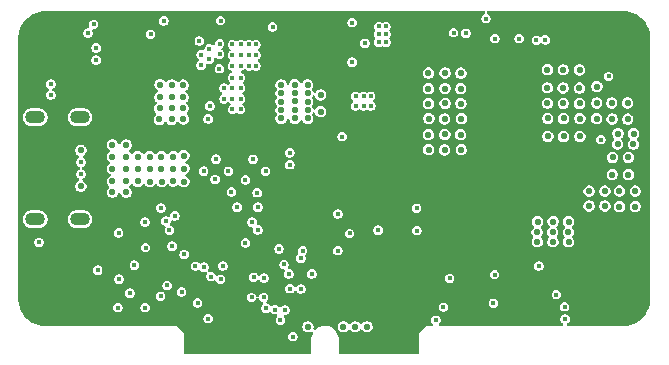
<source format=gbr>
%TF.GenerationSoftware,KiCad,Pcbnew,9.0.2*%
%TF.CreationDate,2026-02-05T18:46:00+01:00*%
%TF.ProjectId,PDNode-PDCard,50444e6f-6465-42d5-9044-436172642e6b,rev?*%
%TF.SameCoordinates,Original*%
%TF.FileFunction,Copper,L5,Inr*%
%TF.FilePolarity,Positive*%
%FSLAX46Y46*%
G04 Gerber Fmt 4.6, Leading zero omitted, Abs format (unit mm)*
G04 Created by KiCad (PCBNEW 9.0.2) date 2026-02-05 18:46:00*
%MOMM*%
%LPD*%
G01*
G04 APERTURE LIST*
%TA.AperFunction,ComponentPad*%
%ADD10C,0.700000*%
%TD*%
%TA.AperFunction,ComponentPad*%
%ADD11C,4.400000*%
%TD*%
%TA.AperFunction,HeatsinkPad*%
%ADD12C,0.500000*%
%TD*%
%TA.AperFunction,HeatsinkPad*%
%ADD13O,1.700000X1.100000*%
%TD*%
%TA.AperFunction,ComponentPad*%
%ADD14C,0.600000*%
%TD*%
%TA.AperFunction,ViaPad*%
%ADD15C,0.400000*%
%TD*%
%TA.AperFunction,ViaPad*%
%ADD16C,0.550000*%
%TD*%
G04 APERTURE END LIST*
D10*
%TO.N,GND*%
%TO.C,H3*%
X51500000Y31375000D03*
X50333274Y31858274D03*
X52666726Y31858274D03*
X49850000Y33025000D03*
D11*
X51500000Y33025000D03*
D10*
X53150000Y33025000D03*
X50333274Y34191726D03*
X52666726Y34191726D03*
X51500000Y34675000D03*
%TD*%
%TO.N,GND*%
%TO.C,H1*%
X2500000Y31375000D03*
X1333274Y31858274D03*
X3666726Y31858274D03*
X850000Y33025000D03*
D11*
X2500000Y33025000D03*
D10*
X4150000Y33025000D03*
X1333274Y34191726D03*
X3666726Y34191726D03*
X2500000Y34675000D03*
%TD*%
D12*
%TO.N,GND*%
%TO.C,IC2*%
X15500000Y17600000D03*
X15500000Y16650000D03*
X15500000Y15700000D03*
X16450000Y17600000D03*
X16450000Y16650000D03*
X16450000Y15700000D03*
X17400000Y17600000D03*
X17400000Y16650000D03*
X17400000Y15700000D03*
%TD*%
D13*
%TO.N,SHIELD*%
%TO.C,J1*%
X5500000Y26345000D03*
X1700000Y26345000D03*
X5500000Y17705000D03*
X1700000Y17705000D03*
%TD*%
D10*
%TO.N,GND*%
%TO.C,H2*%
X2500000Y9375000D03*
X1333274Y9858274D03*
X3666726Y9858274D03*
X850000Y11025000D03*
D11*
X2500000Y11025000D03*
D10*
X4150000Y11025000D03*
X1333274Y12191726D03*
X3666726Y12191726D03*
X2500000Y12675000D03*
%TD*%
D14*
%TO.N,GND*%
%TO.C,IC6*%
X26305000Y15665000D03*
X26305000Y17385000D03*
X25825000Y16525000D03*
X25345000Y15665000D03*
X25345000Y17385000D03*
%TD*%
D10*
%TO.N,GND*%
%TO.C,H4*%
X51500000Y9375000D03*
X50333274Y9858274D03*
X52666726Y9858274D03*
X49850000Y11025000D03*
D11*
X51500000Y11025000D03*
D10*
X53150000Y11025000D03*
X50333274Y12191726D03*
X52666726Y12191726D03*
X51500000Y12675000D03*
%TD*%
D15*
%TO.N,/Block Diagram/USB-PD Source Controller/VBUS_DET*%
X23275000Y11825000D03*
%TO.N,/Block Diagram/Board Connector and Supplies/VBUS_VMON_PORT0*%
X23525000Y7775000D03*
X15450000Y10625000D03*
X11000000Y17475000D03*
%TO.N,/Block Diagram/USB-PD Source Controller/1V8_INTERNAL*%
X20070000Y17450000D03*
X16600000Y12843585D03*
%TO.N,+24V*%
X31395000Y33375000D03*
X30800000Y33375000D03*
D16*
X52506041Y20093659D03*
X51174848Y20093659D03*
X49938066Y20093659D03*
X52506041Y18781348D03*
X50561178Y21481498D03*
X48606873Y20093659D03*
X28800000Y8600000D03*
X44205749Y16610000D03*
X49938066Y18837995D03*
D15*
X30800000Y32700000D03*
D16*
X50589501Y22954307D03*
X46879155Y17506802D03*
X51174848Y18781348D03*
X51920694Y22954307D03*
X24800000Y8600000D03*
X46860273Y15797966D03*
X44216770Y15797966D03*
D15*
X31400000Y34025000D03*
D16*
X45557403Y17506802D03*
X51930135Y21490939D03*
X46849252Y16610000D03*
X45527500Y16610000D03*
X29800000Y8600000D03*
D15*
X30800000Y34025000D03*
D16*
X48606873Y18837995D03*
X45538521Y15797966D03*
D15*
X31400000Y32700000D03*
D16*
X27800000Y8600000D03*
X44235652Y17506802D03*
%TO.N,GND*%
X3325000Y19275000D03*
D15*
X30300000Y15775000D03*
X20575000Y15525000D03*
X11550000Y32575000D03*
X29600000Y21400000D03*
X21225000Y22600000D03*
X6094810Y13732053D03*
D16*
X40400000Y17400000D03*
D15*
X34050000Y34825000D03*
X5850000Y30500000D03*
X7300000Y29350000D03*
X8250000Y25905000D03*
X15375000Y7650000D03*
D16*
X4350000Y24775000D03*
X33225000Y9500000D03*
D15*
X6425000Y9700000D03*
D16*
X40400000Y16600000D03*
D15*
X16000000Y20750000D03*
X26500000Y34350000D03*
X28550000Y21400000D03*
X23100000Y18775000D03*
X34400000Y20950000D03*
X9400000Y18225000D03*
X42450000Y20700000D03*
X26800000Y22150000D03*
D16*
X24811982Y24365727D03*
X33725000Y11250000D03*
X4275000Y19275000D03*
X41812016Y16610000D03*
D15*
X11330000Y34675000D03*
D16*
X50596492Y16441058D03*
D15*
X31150000Y23950000D03*
D16*
X23773463Y25211229D03*
D15*
X29600000Y18000000D03*
X8450000Y18205000D03*
X7000000Y16400000D03*
X34025000Y15375000D03*
D16*
X31700000Y8600000D03*
D15*
X19175000Y33850000D03*
X16250000Y7225000D03*
D16*
X32225000Y9500000D03*
X24759549Y31314736D03*
D15*
X30600000Y19500000D03*
D16*
X22724531Y25219797D03*
D15*
X40225000Y20650000D03*
X18950000Y14750000D03*
X27150000Y14125000D03*
D16*
X49296492Y17141058D03*
D15*
X11525000Y20025000D03*
X44500000Y12100000D03*
X20275000Y7275000D03*
X51525000Y28550000D03*
X40225000Y22075000D03*
X28150000Y13075000D03*
X7275000Y28025000D03*
X27550000Y18825000D03*
D16*
X3400000Y24775000D03*
X34725000Y11250000D03*
X32700000Y8600000D03*
X30700000Y8600000D03*
X22665804Y31306520D03*
D15*
X31650000Y21400000D03*
X28250000Y20600000D03*
D16*
X22718237Y24357511D03*
D15*
X32200000Y20900000D03*
D16*
X39100000Y17400000D03*
D15*
X8225000Y26900000D03*
X11150000Y18500000D03*
X10250000Y16900000D03*
D16*
X39100000Y16600000D03*
D15*
X32225000Y24875000D03*
D16*
X34250000Y9500000D03*
X49296492Y15741058D03*
X33700000Y8600000D03*
D15*
X29530000Y28942081D03*
X50900000Y29225000D03*
X41175000Y9550000D03*
X10950000Y11400000D03*
D16*
X52008508Y15751058D03*
X39100000Y15800000D03*
X34725000Y10350000D03*
D15*
X9325000Y13650000D03*
X27550000Y34375000D03*
X1075000Y30050000D03*
X22425000Y12150000D03*
X34045000Y33350000D03*
X36975000Y9650000D03*
D16*
X1500000Y24775000D03*
D15*
X30105000Y28942081D03*
X17550000Y11700000D03*
D16*
X52008508Y16451058D03*
D15*
X22100000Y18800000D03*
D16*
X2450000Y24775000D03*
X40400000Y15800000D03*
D15*
X4200000Y16300000D03*
D16*
X41812016Y15810000D03*
D15*
X29625000Y34375000D03*
X14700000Y24950000D03*
X26150000Y13075000D03*
D16*
X33725000Y10350000D03*
D15*
X35650000Y14050000D03*
X28250000Y19600000D03*
X39700000Y12100000D03*
D16*
X50596492Y15741058D03*
X23714736Y31297952D03*
D15*
X31300000Y20200000D03*
D16*
X32725000Y10350000D03*
D15*
X51525000Y29225000D03*
X33000000Y33350000D03*
X33025000Y17725000D03*
D16*
X24763745Y30383216D03*
D15*
X19275000Y7275000D03*
X10600000Y26900000D03*
X5575000Y32625000D03*
X21850000Y14325000D03*
D16*
X49296492Y16441058D03*
X41812016Y17410000D03*
D15*
X27550000Y21400000D03*
D16*
X23718932Y30366432D03*
X50596492Y17141058D03*
X2375000Y19275000D03*
D15*
X29950000Y20200000D03*
X29575000Y14000000D03*
X33300000Y19900000D03*
D16*
X52008508Y17151058D03*
D15*
X6475000Y11150000D03*
X4700000Y15700000D03*
X42450000Y22025000D03*
X38925000Y34375000D03*
X35200000Y17725000D03*
X21275000Y7275000D03*
D16*
X24818276Y25228013D03*
D15*
X39150000Y32925000D03*
D16*
X22670000Y30375000D03*
D15*
X30350000Y14725000D03*
X7300000Y28700000D03*
X50900000Y28550000D03*
X10600000Y30500000D03*
X52200000Y29225000D03*
X20150000Y33825000D03*
D16*
X1425000Y19275000D03*
D15*
X28837404Y28925000D03*
X18100000Y8275000D03*
X52200000Y28550000D03*
X14950000Y11100000D03*
D16*
X23767169Y24348943D03*
D15*
X30050000Y17350000D03*
X27175000Y11775000D03*
%TO.N,/Block Diagram/USB-PD Source Controller/3V3_INTERNAL*%
X17400000Y12630000D03*
X15275000Y13750000D03*
D16*
%TO.N,/Block Diagram/Adjustable 5A Buck Converter/SW1*%
X52359219Y24068061D03*
X51882930Y26183158D03*
X50548711Y26190097D03*
X47826283Y26224069D03*
X45063193Y28829808D03*
X47830437Y24710726D03*
X47792673Y30347053D03*
X49251321Y26218847D03*
X45111405Y24729608D03*
X46397412Y28822869D03*
X49270203Y28937879D03*
X47794813Y27508057D03*
X51857633Y27545176D03*
X46441470Y26236012D03*
X51025000Y24075000D03*
X46410000Y27520000D03*
X46407860Y30358996D03*
X49258260Y27553066D03*
X50523414Y27552115D03*
X45107251Y26242951D03*
X47782225Y28810926D03*
X46445624Y24722669D03*
X45073641Y30365935D03*
X45075781Y27526939D03*
X52384219Y24943061D03*
X51050000Y24950000D03*
%TO.N,VBUS*%
X8250000Y20000000D03*
X8250000Y22000000D03*
X8250000Y24005000D03*
X13381726Y20939610D03*
X5580000Y20505000D03*
X14300000Y22000000D03*
X9400000Y23000000D03*
X5580000Y23545000D03*
X10400000Y23000000D03*
X9400000Y20000000D03*
X8251190Y20917749D03*
X11400000Y20900000D03*
X12400000Y23000000D03*
X12400000Y22000000D03*
X10400000Y22000000D03*
X14300000Y23100000D03*
X14300000Y20900000D03*
X8250000Y23000000D03*
X9388228Y21997887D03*
X11400000Y23000000D03*
X13400000Y22000000D03*
X12423286Y20899675D03*
X10406570Y20909659D03*
X13400000Y23000000D03*
X9408195Y24005000D03*
X11400000Y22000000D03*
X9388228Y20909659D03*
D15*
%TO.N,/Block Diagram/Adjustable 5A Buck Converter/SW2*%
X29530000Y28115000D03*
X30105000Y28115000D03*
D16*
X34985820Y24863435D03*
X34994279Y28751400D03*
X35000000Y30075000D03*
X37744279Y28751400D03*
X36364923Y23566860D03*
X35039103Y26223425D03*
X36395820Y24883435D03*
X36410000Y30095000D03*
X35000000Y27500000D03*
X36410000Y27520000D03*
X37774923Y23586860D03*
X37789103Y26223425D03*
D15*
X28830000Y28115000D03*
D16*
X35024923Y23586860D03*
X36379103Y26203425D03*
X36404279Y28771400D03*
X37750000Y30075000D03*
X37735820Y24863435D03*
X37750000Y27500000D03*
%TO.N,/Block Diagram/Adjustable 5A Buck Converter/VOUT*%
X22527966Y26937475D03*
X25878847Y28235409D03*
X23700000Y28400000D03*
X22527262Y27665107D03*
X24776284Y27666052D03*
X22527966Y26237475D03*
X23700000Y29100000D03*
X23700000Y27680000D03*
X24776988Y26938420D03*
X23700704Y26952368D03*
D15*
X30123672Y27313385D03*
X23275000Y23325000D03*
X29505000Y27300000D03*
D16*
X24776988Y26238420D03*
X23700704Y26252368D03*
X25878847Y26815409D03*
D15*
X28830000Y27300000D03*
D16*
X24776284Y28386052D03*
X24776284Y29086052D03*
X22527262Y29085107D03*
X22527262Y28385107D03*
D15*
%TO.N,+3.3VA*%
X14320000Y14730000D03*
%TO.N,+3.3V*%
X30750000Y16775000D03*
X28550000Y34350000D03*
X24200000Y14400000D03*
X16000000Y13640000D03*
X21075000Y12725000D03*
X20550000Y18725000D03*
X20200000Y12800000D03*
X23175000Y13075000D03*
X25125000Y13075000D03*
X11050000Y15300000D03*
X20500000Y19950000D03*
X11475000Y33375000D03*
X22350000Y15200000D03*
X9725000Y11450000D03*
X35625000Y9150000D03*
X24200000Y11800000D03*
X10100000Y13825000D03*
X8700000Y10225000D03*
X24350000Y15050000D03*
%TO.N,SHIELD*%
X3025000Y29150000D03*
X3025000Y28225000D03*
%TO.N,+5V*%
X27325000Y18150000D03*
X12325000Y11200000D03*
X27330699Y15044301D03*
X16350000Y9300000D03*
X12775000Y17551000D03*
%TO.N,Net-(D1-Pad2)*%
X46525000Y10300000D03*
X42675000Y33000000D03*
%TO.N,Net-(IC4-Y)*%
X39875000Y34700000D03*
X40600000Y13025000D03*
X36800000Y12700000D03*
%TO.N,Net-(D2-Pad2)*%
X46575000Y9250000D03*
X44900000Y32900000D03*
%TO.N,Net-(IC5-Y)*%
X44350000Y13750000D03*
X44150000Y32875000D03*
%TO.N,Net-(D3-Pad1)*%
X45830000Y11325000D03*
X40625000Y33000000D03*
%TO.N,/Block Diagram/USB-PD Source Controller/CC1*%
X5580000Y22525000D03*
X13075000Y16775000D03*
%TO.N,/Block Diagram/USB-PD Source Controller/CC2*%
X5580000Y21525000D03*
X13525000Y18000000D03*
%TO.N,PMIC_EN*%
X22850000Y10025000D03*
X29610000Y32600000D03*
X40500000Y10600000D03*
D16*
%TO.N,/Block Diagram/USB-PD Source Controller/CURR_MEA*%
X13250000Y27099581D03*
X14220361Y28028070D03*
X14250312Y26201044D03*
X13281889Y29086347D03*
X12263546Y28048037D03*
X13250000Y26161109D03*
X12243579Y27099581D03*
X12223611Y26161109D03*
X12273530Y29096330D03*
X14230344Y29066379D03*
X13250000Y28037500D03*
X14230344Y27100000D03*
D15*
%TO.N,PGOOD_COMBINED*%
X21250000Y10175000D03*
X8800000Y12625000D03*
X2025000Y15750000D03*
%TO.N,/Block Diagram/Adjustable 5A Buck Converter/FEEDBACK*%
X15970000Y21775000D03*
X27700000Y24700000D03*
%TO.N,PGOOD_PMIC*%
X36275000Y10275000D03*
X28550000Y31000000D03*
X8775000Y16550000D03*
%TO.N,/Block Diagram/USB-PD Source Controller/SPI_CLK*%
X19510000Y15700000D03*
%TO.N,/Block Diagram/USB-PD Source Controller/PDO3*%
X19510000Y21040000D03*
X20145990Y22781289D03*
%TO.N,/Block Diagram/USB-PD Source Controller/PDO4*%
X18060000Y21775000D03*
%TO.N,/Block Diagram/USB-PD Source Controller/DISCHARGE*%
X20550000Y16800000D03*
X16500000Y27300000D03*
X21800000Y34000000D03*
%TO.N,/Block Diagram/USB-PD Source Controller/PD_IRQ*%
X18800000Y18730000D03*
%TO.N,/Block Diagram/USB-PD Source Controller/SPI_MOSI*%
X17587568Y13744585D03*
%TO.N,/Block Diagram/USB-PD Source Controller/VBUS_EN*%
X17400000Y34525000D03*
X18325000Y20025000D03*
%TO.N,Net-(IC3-A0)*%
X6860000Y32225000D03*
%TO.N,/Block Diagram/USB-PD Source Controller/VBUS_DET*%
X12350000Y18660000D03*
%TO.N,Net-(IC3-A1)*%
X6860000Y31185000D03*
%TO.N,/Block Diagram/USB-PD Source Controller/PD_ENABLE*%
X13310000Y15425000D03*
X22475000Y9150000D03*
X14100000Y11550000D03*
%TO.N,Net-(T1-G)*%
X49600000Y24450000D03*
X38175000Y33450000D03*
%TO.N,Net-(T2-G)*%
X37125000Y33500000D03*
X50250000Y29800000D03*
%TO.N,/Block Diagram/USB-PD Source Controller/PDO2*%
X21210000Y21775000D03*
%TO.N,Net-(T3-G)*%
X17300000Y30450000D03*
X15600000Y32800000D03*
%TO.N,/Block Diagram/USB-PD Source Controller/PDO5*%
X16941979Y21083021D03*
X17010000Y22795000D03*
%TO.N,/Block Diagram/Board Connector and Supplies/I2C_SDA*%
X6175000Y33475000D03*
X34025000Y16750000D03*
X21050000Y11090000D03*
%TO.N,/Block Diagram/Board Connector and Supplies/I2C_SCL*%
X6650000Y34200000D03*
X20025000Y11090000D03*
X34000000Y18650000D03*
%TO.N,PGOOD_3V3*%
X7000000Y13400000D03*
X22775000Y13875000D03*
X28325000Y16500000D03*
%TO.N,Net-(JP1-C)*%
X11025000Y10225000D03*
%TO.N,/Block Diagram/Board Connector and Supplies/PORT_EN*%
X22025000Y10050000D03*
X12875000Y12100000D03*
%TO.N,/Block Diagram/USB-PD Source Controller/V_SOURCE*%
X18400000Y30700000D03*
X18400000Y29700000D03*
X17700000Y28800000D03*
X20400000Y31600000D03*
X19100000Y27000000D03*
X19100000Y32500000D03*
X17700000Y27900000D03*
X18400000Y28800000D03*
X18400000Y27000000D03*
X19100000Y27900000D03*
X20400000Y32500000D03*
X18400000Y31600000D03*
X19800000Y31600000D03*
X16350000Y26200000D03*
X23260000Y22320000D03*
X19100000Y29700000D03*
X20400000Y30700000D03*
X19100000Y31600000D03*
X19100000Y30700000D03*
X18400000Y32500000D03*
X19100000Y28800000D03*
X19800000Y30700000D03*
X18400000Y27900000D03*
X19800000Y32500000D03*
%TO.N,/Block Diagram/USB-PD Source Controller/T3T4DS*%
X16450000Y31250000D03*
X17323211Y32581788D03*
X17323211Y31681788D03*
X12600000Y34500000D03*
X16450000Y32150000D03*
X15750000Y31650000D03*
X15750000Y30750000D03*
%TD*%
%TA.AperFunction,Conductor*%
%TO.N,GND*%
G36*
X53799500Y10978751D02*
G01*
X53799274Y10971264D01*
X53783186Y10705312D01*
X53781381Y10690448D01*
X53734032Y10432069D01*
X53730448Y10417530D01*
X53652303Y10166754D01*
X53646994Y10152753D01*
X53539184Y9913209D01*
X53532225Y9899950D01*
X53396331Y9675154D01*
X53387825Y9662831D01*
X53225823Y9456051D01*
X53215893Y9444843D01*
X53030157Y9259107D01*
X53018949Y9249177D01*
X52812169Y9087175D01*
X52799846Y9078669D01*
X52575050Y8942775D01*
X52561791Y8935816D01*
X52322247Y8828006D01*
X52308246Y8822697D01*
X52057470Y8744552D01*
X52042931Y8740968D01*
X51784552Y8693619D01*
X51769688Y8691814D01*
X51503736Y8675726D01*
X51496249Y8675500D01*
X46850112Y8675500D01*
X46783073Y8695185D01*
X46737318Y8747989D01*
X46727374Y8817147D01*
X46756399Y8880703D01*
X46788112Y8906887D01*
X46822878Y8926959D01*
X46898041Y9002122D01*
X46951189Y9094177D01*
X46978700Y9196852D01*
X46978700Y9303148D01*
X46951189Y9405823D01*
X46898041Y9497878D01*
X46822878Y9573041D01*
X46730823Y9626189D01*
X46628148Y9653700D01*
X46521852Y9653700D01*
X46419177Y9626189D01*
X46419175Y9626188D01*
X46419174Y9626188D01*
X46327125Y9573043D01*
X46327119Y9573039D01*
X46251961Y9497881D01*
X46251957Y9497875D01*
X46198812Y9405826D01*
X46198812Y9405825D01*
X46198811Y9405823D01*
X46171300Y9303148D01*
X46171300Y9196852D01*
X46198811Y9094177D01*
X46198812Y9094176D01*
X46198812Y9094175D01*
X46216527Y9063492D01*
X46251959Y9002122D01*
X46327122Y8926959D01*
X46361888Y8906887D01*
X46410103Y8856320D01*
X46423327Y8787713D01*
X46397359Y8722849D01*
X46340445Y8682320D01*
X46299888Y8675500D01*
X36020781Y8675500D01*
X35953742Y8695185D01*
X35907987Y8747989D01*
X35898043Y8817147D01*
X35927068Y8880703D01*
X35933100Y8887181D01*
X35939848Y8893929D01*
X35948041Y8902122D01*
X36001189Y8994177D01*
X36028700Y9096852D01*
X36028700Y9203148D01*
X36001189Y9305823D01*
X35948041Y9397878D01*
X35872878Y9473041D01*
X35780823Y9526189D01*
X35678148Y9553700D01*
X35571852Y9553700D01*
X35469177Y9526189D01*
X35469175Y9526188D01*
X35469174Y9526188D01*
X35377125Y9473043D01*
X35377119Y9473039D01*
X35301961Y9397881D01*
X35301957Y9397875D01*
X35248812Y9305826D01*
X35248812Y9305825D01*
X35248811Y9305823D01*
X35221300Y9203148D01*
X35221300Y9096852D01*
X35248811Y8994177D01*
X35301959Y8902122D01*
X35301961Y8902120D01*
X35316900Y8887181D01*
X35350385Y8825858D01*
X35345401Y8756166D01*
X35303529Y8700233D01*
X35238065Y8675816D01*
X35229219Y8675500D01*
X34860116Y8675500D01*
X34786425Y8644976D01*
X34230024Y8088575D01*
X34199500Y8014884D01*
X34199500Y6424000D01*
X34179815Y6356961D01*
X34127011Y6311206D01*
X34075500Y6300000D01*
X30200000Y6300000D01*
X30200000Y8335420D01*
X30246078Y8415229D01*
X30278700Y8536978D01*
X30278700Y8663022D01*
X30246078Y8784771D01*
X30224182Y8822697D01*
X30200000Y8864582D01*
X30200000Y8900000D01*
X31628148Y10328148D01*
X35871300Y10328148D01*
X35871300Y10221852D01*
X35898811Y10119177D01*
X35951959Y10027122D01*
X36027122Y9951959D01*
X36119177Y9898811D01*
X36221852Y9871300D01*
X36221854Y9871300D01*
X36328146Y9871300D01*
X36328148Y9871300D01*
X36430823Y9898811D01*
X36522878Y9951959D01*
X36598041Y10027122D01*
X36651189Y10119177D01*
X36678700Y10221852D01*
X36678700Y10328148D01*
X36651189Y10430823D01*
X36598041Y10522878D01*
X36522878Y10598041D01*
X36430823Y10651189D01*
X36423512Y10653148D01*
X40096300Y10653148D01*
X40096300Y10546852D01*
X40123811Y10444177D01*
X40123812Y10444176D01*
X40123812Y10444175D01*
X40139196Y10417530D01*
X40176959Y10352122D01*
X40252122Y10276959D01*
X40344177Y10223811D01*
X40446852Y10196300D01*
X40446854Y10196300D01*
X40553146Y10196300D01*
X40553148Y10196300D01*
X40655823Y10223811D01*
X40747878Y10276959D01*
X40823041Y10352122D01*
X40823633Y10353148D01*
X46121300Y10353148D01*
X46121300Y10246852D01*
X46148811Y10144177D01*
X46201959Y10052122D01*
X46277122Y9976959D01*
X46369177Y9923811D01*
X46471852Y9896300D01*
X46471854Y9896300D01*
X46482784Y9896300D01*
X46578148Y9896300D01*
X46680823Y9923811D01*
X46772878Y9976959D01*
X46848041Y10052122D01*
X46901189Y10144177D01*
X46928700Y10246852D01*
X46928700Y10353148D01*
X46901189Y10455823D01*
X46848041Y10547878D01*
X46772878Y10623041D01*
X46680823Y10676189D01*
X46578148Y10703700D01*
X46471852Y10703700D01*
X46369177Y10676189D01*
X46369175Y10676188D01*
X46369174Y10676188D01*
X46277125Y10623043D01*
X46277119Y10623039D01*
X46201961Y10547881D01*
X46201957Y10547875D01*
X46148812Y10455826D01*
X46148812Y10455825D01*
X46148811Y10455823D01*
X46121300Y10353148D01*
X40823633Y10353148D01*
X40876189Y10444177D01*
X40903700Y10546852D01*
X40903700Y10653148D01*
X40876189Y10755823D01*
X40823041Y10847878D01*
X40747878Y10923041D01*
X40686508Y10958473D01*
X40655825Y10976188D01*
X40655824Y10976189D01*
X40655823Y10976189D01*
X40553148Y11003700D01*
X40446852Y11003700D01*
X40344177Y10976189D01*
X40344175Y10976188D01*
X40344174Y10976188D01*
X40252125Y10923043D01*
X40252119Y10923039D01*
X40176961Y10847881D01*
X40176957Y10847875D01*
X40123812Y10755826D01*
X40123812Y10755825D01*
X40123811Y10755823D01*
X40096300Y10653148D01*
X36423512Y10653148D01*
X36328148Y10678700D01*
X36221852Y10678700D01*
X36119177Y10651189D01*
X36119175Y10651188D01*
X36119174Y10651188D01*
X36027125Y10598043D01*
X36027119Y10598039D01*
X35951961Y10522881D01*
X35951957Y10522875D01*
X35898812Y10430826D01*
X35898812Y10430825D01*
X35898811Y10430823D01*
X35871300Y10328148D01*
X31628148Y10328148D01*
X32678148Y11378148D01*
X45426300Y11378148D01*
X45426300Y11271852D01*
X45453811Y11169177D01*
X45506959Y11077122D01*
X45582122Y11001959D01*
X45674177Y10948811D01*
X45776852Y10921300D01*
X45776854Y10921300D01*
X45883146Y10921300D01*
X45883148Y10921300D01*
X45985823Y10948811D01*
X46077878Y11001959D01*
X46153041Y11077122D01*
X46206189Y11169177D01*
X46233700Y11271852D01*
X46233700Y11378148D01*
X46206189Y11480823D01*
X46153041Y11572878D01*
X46077878Y11648041D01*
X45985823Y11701189D01*
X45883148Y11728700D01*
X45776852Y11728700D01*
X45674177Y11701189D01*
X45674175Y11701188D01*
X45674174Y11701188D01*
X45582125Y11648043D01*
X45582119Y11648039D01*
X45506961Y11572881D01*
X45506957Y11572875D01*
X45453812Y11480826D01*
X45453812Y11480825D01*
X45453811Y11480823D01*
X45426300Y11378148D01*
X32678148Y11378148D01*
X34300000Y13000000D01*
X36529080Y13000000D01*
X36476961Y12947881D01*
X36476957Y12947875D01*
X36423812Y12855826D01*
X36423812Y12855825D01*
X36423811Y12855823D01*
X36396300Y12753148D01*
X36396300Y12646852D01*
X36423811Y12544177D01*
X36476959Y12452122D01*
X36552122Y12376959D01*
X36644177Y12323811D01*
X36746852Y12296300D01*
X36746854Y12296300D01*
X36853146Y12296300D01*
X36853148Y12296300D01*
X36955823Y12323811D01*
X37047878Y12376959D01*
X37123041Y12452122D01*
X37176189Y12544177D01*
X37203700Y12646852D01*
X37203700Y12753148D01*
X37176189Y12855823D01*
X37123041Y12947878D01*
X37070919Y13000000D01*
X40196300Y13000000D01*
X40196300Y12971852D01*
X40223811Y12869177D01*
X40276959Y12777122D01*
X40352122Y12701959D01*
X40444177Y12648811D01*
X40546852Y12621300D01*
X40546854Y12621300D01*
X40653146Y12621300D01*
X40653148Y12621300D01*
X40755823Y12648811D01*
X40847878Y12701959D01*
X40923041Y12777122D01*
X40976189Y12869177D01*
X41003700Y12971852D01*
X41003700Y13000000D01*
X45500000Y13000000D01*
X46500000Y14000000D01*
X53799500Y14000000D01*
X53799500Y10978751D01*
G37*
%TD.AperFunction*%
%TD*%
%TA.AperFunction,Conductor*%
%TO.N,GND*%
G36*
X26300000Y32200000D02*
G01*
X27200000Y31400000D01*
X27200000Y29100000D01*
X28300000Y29100000D01*
X28300000Y29500000D01*
X30700000Y29500000D01*
X30700000Y28400000D01*
X30390919Y28400000D01*
X30352878Y28438041D01*
X30260823Y28491189D01*
X30158148Y28518700D01*
X30051852Y28518700D01*
X29949177Y28491189D01*
X29949175Y28491188D01*
X29949174Y28491188D01*
X29879500Y28450961D01*
X29811600Y28434488D01*
X29755500Y28450961D01*
X29685825Y28491188D01*
X29685824Y28491189D01*
X29685823Y28491189D01*
X29583148Y28518700D01*
X29476852Y28518700D01*
X29374177Y28491189D01*
X29374175Y28491188D01*
X29374174Y28491188D01*
X29282125Y28438043D01*
X29282119Y28438039D01*
X29267681Y28423600D01*
X29224461Y28400000D01*
X29129040Y28400000D01*
X29092319Y28423600D01*
X29077880Y28438039D01*
X29077878Y28438041D01*
X28985823Y28491189D01*
X28883148Y28518700D01*
X28776852Y28518700D01*
X28674177Y28491189D01*
X28674175Y28491188D01*
X28674174Y28491188D01*
X28582125Y28438043D01*
X28582119Y28438039D01*
X28506961Y28362881D01*
X28506957Y28362875D01*
X28453812Y28270826D01*
X28453812Y28270825D01*
X28453811Y28270823D01*
X28426300Y28168148D01*
X28426300Y28061852D01*
X28436146Y28025107D01*
X28442873Y28000000D01*
X26700000Y28000000D01*
X26341434Y28358566D01*
X26324925Y28420180D01*
X26261903Y28529338D01*
X26172776Y28618465D01*
X26172775Y28618466D01*
X26172772Y28618468D01*
X26063620Y28681486D01*
X26063619Y28681487D01*
X26063618Y28681487D01*
X26002003Y28697997D01*
X25298742Y29401258D01*
X25137052Y29402269D01*
X25070214Y29469107D01*
X25070209Y29469111D01*
X24961057Y29532129D01*
X24961056Y29532130D01*
X24961055Y29532130D01*
X24839306Y29564752D01*
X24713262Y29564752D01*
X24591513Y29532130D01*
X24591510Y29532129D01*
X24482358Y29469111D01*
X24482353Y29469107D01*
X24419996Y29406751D01*
X24068035Y29408950D01*
X23993930Y29483055D01*
X23993925Y29483059D01*
X23884773Y29546077D01*
X23884772Y29546078D01*
X23884771Y29546078D01*
X23763022Y29578700D01*
X23636978Y29578700D01*
X23515229Y29546078D01*
X23515226Y29546077D01*
X23406074Y29483059D01*
X23406069Y29483055D01*
X23336535Y29413522D01*
X22872934Y29416420D01*
X22821192Y29468162D01*
X22821187Y29468166D01*
X22712035Y29531184D01*
X22712034Y29531185D01*
X22712033Y29531185D01*
X22590284Y29563807D01*
X22464240Y29563807D01*
X22342491Y29531185D01*
X22342488Y29531184D01*
X22233336Y29468166D01*
X22233331Y29468162D01*
X22185882Y29420714D01*
X21500000Y29425000D01*
X21500000Y25800000D01*
X22328294Y25800000D01*
X22343195Y25791397D01*
X22464944Y25758775D01*
X22464946Y25758775D01*
X22590986Y25758775D01*
X22590988Y25758775D01*
X22712737Y25791397D01*
X22727638Y25800000D01*
X23539408Y25800000D01*
X23637682Y25773668D01*
X23637684Y25773668D01*
X23763724Y25773668D01*
X23763726Y25773668D01*
X23862000Y25800000D01*
X24578953Y25800000D01*
X24592217Y25792342D01*
X24713966Y25759720D01*
X24713968Y25759720D01*
X24840008Y25759720D01*
X24840010Y25759720D01*
X24961759Y25792342D01*
X24975023Y25800000D01*
X26800000Y25800000D01*
X26800000Y23800000D01*
X20875000Y23800000D01*
X20875000Y32600000D01*
X25900000Y32600000D01*
X26300000Y32200000D01*
G37*
%TD.AperFunction*%
%TD*%
%TA.AperFunction,Conductor*%
%TO.N,GND*%
G36*
X22185882Y29420714D02*
G01*
X22144207Y29379038D01*
X22144203Y29379033D01*
X22081185Y29269881D01*
X22081184Y29269878D01*
X22048562Y29148129D01*
X22048562Y29022085D01*
X22080932Y28901279D01*
X22081184Y28900337D01*
X22081184Y28900336D01*
X22140783Y28797106D01*
X22157254Y28729206D01*
X22140783Y28673108D01*
X22081184Y28569879D01*
X22081184Y28569878D01*
X22048562Y28448129D01*
X22048562Y28322085D01*
X22077834Y28212841D01*
X22081184Y28200337D01*
X22081186Y28200330D01*
X22146556Y28087106D01*
X22163029Y28019206D01*
X22146556Y27963108D01*
X22081186Y27849885D01*
X22081184Y27849878D01*
X22048562Y27728129D01*
X22048562Y27602085D01*
X22080932Y27481279D01*
X22081184Y27480337D01*
X22081185Y27480334D01*
X22148269Y27364140D01*
X22145570Y27362583D01*
X22165455Y27311156D01*
X22151420Y27242711D01*
X22148760Y27238565D01*
X22148973Y27238442D01*
X22081889Y27122249D01*
X22081888Y27122246D01*
X22049266Y27000497D01*
X22049266Y26874453D01*
X22078615Y26764922D01*
X22081888Y26752705D01*
X22081888Y26752704D01*
X22141487Y26649474D01*
X22157958Y26581574D01*
X22141487Y26525476D01*
X22081888Y26422247D01*
X22081888Y26422246D01*
X22049266Y26300497D01*
X22049266Y26174453D01*
X22081636Y26053647D01*
X22081888Y26052705D01*
X22081889Y26052702D01*
X22144907Y25943550D01*
X22144909Y25943547D01*
X22144910Y25943546D01*
X22234037Y25854419D01*
X22234038Y25854418D01*
X22234040Y25854417D01*
X22257257Y25841013D01*
X22328294Y25800000D01*
X21500000Y25800000D01*
X21500000Y29425000D01*
X22185882Y29420714D01*
G37*
%TD.AperFunction*%
%TA.AperFunction,Conductor*%
G36*
X23165142Y26218616D02*
G01*
X23219020Y26174131D01*
X23236104Y26136721D01*
X23254101Y26069555D01*
X23254626Y26067598D01*
X23254627Y26067595D01*
X23317645Y25958443D01*
X23317647Y25958440D01*
X23317648Y25958439D01*
X23406775Y25869312D01*
X23406776Y25869311D01*
X23406778Y25869310D01*
X23461354Y25837801D01*
X23515933Y25806290D01*
X23539408Y25800000D01*
X22727638Y25800000D01*
X22821895Y25854419D01*
X22911022Y25943546D01*
X22974044Y26052704D01*
X22996556Y26136722D01*
X23032919Y26196380D01*
X23095766Y26226910D01*
X23165142Y26218616D01*
G37*
%TD.AperFunction*%
%TA.AperFunction,Conductor*%
G36*
X24311469Y26069555D02*
G01*
X24342206Y26034083D01*
X24393929Y25944495D01*
X24393931Y25944492D01*
X24393932Y25944491D01*
X24483059Y25855364D01*
X24483060Y25855363D01*
X24483062Y25855362D01*
X24516964Y25835789D01*
X24578953Y25800000D01*
X23862000Y25800000D01*
X23885475Y25806290D01*
X23994633Y25869312D01*
X24083760Y25958439D01*
X24127433Y26034085D01*
X24177997Y26082298D01*
X24246604Y26095522D01*
X24311469Y26069555D01*
G37*
%TD.AperFunction*%
%TA.AperFunction,Conductor*%
G36*
X29206358Y28390115D02*
G01*
X29136666Y28395099D01*
X29129040Y28400000D01*
X29224461Y28400000D01*
X29206358Y28390115D01*
G37*
%TD.AperFunction*%
%TA.AperFunction,Conductor*%
G36*
X25298742Y29401258D02*
G01*
X26002003Y28697997D01*
X25941869Y28714109D01*
X25815825Y28714109D01*
X25694076Y28681487D01*
X25694073Y28681486D01*
X25584921Y28618468D01*
X25584916Y28618464D01*
X25495792Y28529340D01*
X25495788Y28529335D01*
X25466308Y28478273D01*
X25415741Y28430057D01*
X25347134Y28416835D01*
X25282269Y28442803D01*
X25245988Y28489066D01*
X25241784Y28498338D01*
X25222362Y28570823D01*
X25159724Y28679316D01*
X25157217Y28684845D01*
X25153152Y28713666D01*
X25146290Y28741952D01*
X25148231Y28748563D01*
X25147460Y28754030D01*
X25154032Y28768320D01*
X25162763Y28798052D01*
X25222362Y28901281D01*
X25254984Y29023030D01*
X25254984Y29149074D01*
X25222362Y29270823D01*
X25183991Y29337284D01*
X25159342Y29379978D01*
X25159338Y29379983D01*
X25137052Y29402269D01*
X25298742Y29401258D01*
G37*
%TD.AperFunction*%
%TA.AperFunction,Conductor*%
G36*
X23336535Y29413522D02*
G01*
X23316945Y29393931D01*
X23316941Y29393926D01*
X23253923Y29284774D01*
X23253922Y29284773D01*
X23231410Y29200755D01*
X23195044Y29141095D01*
X23132197Y29110566D01*
X23062822Y29118861D01*
X23008944Y29163347D01*
X22991861Y29200755D01*
X22973340Y29269878D01*
X22931949Y29341570D01*
X22910320Y29379033D01*
X22910316Y29379038D01*
X22872934Y29416420D01*
X23336535Y29413522D01*
G37*
%TD.AperFunction*%
%TA.AperFunction,Conductor*%
G36*
X24419996Y29406751D02*
G01*
X24393229Y29379983D01*
X24393225Y29379978D01*
X24349555Y29304338D01*
X24298988Y29256122D01*
X24230381Y29242899D01*
X24165516Y29268867D01*
X24134780Y29304339D01*
X24083056Y29393929D01*
X24068035Y29408950D01*
X24419996Y29406751D01*
G37*
%TD.AperFunction*%
%TA.AperFunction,Conductor*%
G36*
X39771054Y35304815D02*
G01*
X39816809Y35252011D01*
X39826753Y35182853D01*
X39797728Y35119297D01*
X39738950Y35081523D01*
X39736149Y35080737D01*
X39719177Y35076189D01*
X39719175Y35076188D01*
X39719174Y35076188D01*
X39627125Y35023043D01*
X39627119Y35023039D01*
X39551961Y34947881D01*
X39551957Y34947875D01*
X39498812Y34855826D01*
X39498812Y34855825D01*
X39498811Y34855823D01*
X39471300Y34753148D01*
X39471300Y34646852D01*
X39498811Y34544177D01*
X39551959Y34452122D01*
X39627122Y34376959D01*
X39719177Y34323811D01*
X39821852Y34296300D01*
X39821854Y34296300D01*
X39928146Y34296300D01*
X39928148Y34296300D01*
X40030823Y34323811D01*
X40122878Y34376959D01*
X40198041Y34452122D01*
X40251189Y34544177D01*
X40278700Y34646852D01*
X40278700Y34753148D01*
X40251189Y34855823D01*
X40198041Y34947878D01*
X40122878Y35023041D01*
X40030823Y35076189D01*
X40013890Y35080726D01*
X39954231Y35117090D01*
X39923702Y35179937D01*
X39931997Y35249312D01*
X39976482Y35303190D01*
X40043034Y35324465D01*
X40045985Y35324500D01*
X51460118Y35324500D01*
X51496249Y35324500D01*
X51503736Y35324274D01*
X51769690Y35308187D01*
X51784551Y35306383D01*
X52042938Y35259032D01*
X52057463Y35255451D01*
X52308251Y35177302D01*
X52322242Y35171997D01*
X52561798Y35064182D01*
X52575044Y35057229D01*
X52799852Y34921328D01*
X52812163Y34912830D01*
X52926768Y34823043D01*
X53018949Y34750824D01*
X53030157Y34740894D01*
X53215893Y34555158D01*
X53225823Y34543950D01*
X53379309Y34348039D01*
X53387825Y34337170D01*
X53396329Y34324850D01*
X53530971Y34102126D01*
X53532225Y34100051D01*
X53539184Y34086792D01*
X53646994Y33847248D01*
X53652303Y33833247D01*
X53730448Y33582471D01*
X53734032Y33567932D01*
X53781381Y33309553D01*
X53783186Y33294689D01*
X53799274Y33028737D01*
X53799500Y33021250D01*
X53799500Y14000000D01*
X46500000Y14000000D01*
X45500000Y13000000D01*
X41003700Y13000000D01*
X41003700Y13078148D01*
X40976189Y13180823D01*
X40923041Y13272878D01*
X40847878Y13348041D01*
X40786508Y13383473D01*
X40755825Y13401188D01*
X40755824Y13401189D01*
X40755823Y13401189D01*
X40653148Y13428700D01*
X40546852Y13428700D01*
X40444177Y13401189D01*
X40444175Y13401188D01*
X40444174Y13401188D01*
X40352125Y13348043D01*
X40352119Y13348039D01*
X40276961Y13272881D01*
X40276957Y13272875D01*
X40223812Y13180826D01*
X40223812Y13180825D01*
X40223811Y13180823D01*
X40196300Y13078148D01*
X40196300Y13000000D01*
X37070919Y13000000D01*
X37047878Y13023041D01*
X36955823Y13076189D01*
X36853148Y13103700D01*
X36746852Y13103700D01*
X36644177Y13076189D01*
X36644175Y13076188D01*
X36644174Y13076188D01*
X36552125Y13023043D01*
X36552119Y13023039D01*
X36529080Y13000000D01*
X34300000Y13000000D01*
X30200000Y8900000D01*
X30200000Y8864581D01*
X30183058Y8893926D01*
X30183057Y8893928D01*
X30183056Y8893929D01*
X30093929Y8983056D01*
X30093928Y8983057D01*
X30093925Y8983059D01*
X29984773Y9046077D01*
X29984772Y9046078D01*
X29984771Y9046078D01*
X29863022Y9078700D01*
X29736978Y9078700D01*
X29615229Y9046078D01*
X29615226Y9046077D01*
X29506074Y8983059D01*
X29506069Y8983055D01*
X29416945Y8893931D01*
X29416943Y8893928D01*
X29407387Y8877376D01*
X29356819Y8829161D01*
X29288212Y8815939D01*
X29223347Y8841907D01*
X29192613Y8877376D01*
X29186952Y8887181D01*
X29183056Y8893929D01*
X29093929Y8983056D01*
X29093928Y8983057D01*
X29093925Y8983059D01*
X28984773Y9046077D01*
X28984772Y9046078D01*
X28984771Y9046078D01*
X28863022Y9078700D01*
X28736978Y9078700D01*
X28615229Y9046078D01*
X28615226Y9046077D01*
X28506074Y8983059D01*
X28506069Y8983055D01*
X28416945Y8893931D01*
X28416943Y8893928D01*
X28407387Y8877376D01*
X28356819Y8829161D01*
X28288212Y8815939D01*
X28223347Y8841907D01*
X28192613Y8877376D01*
X28186952Y8887181D01*
X28183056Y8893929D01*
X28093929Y8983056D01*
X28093928Y8983057D01*
X28093925Y8983059D01*
X27984773Y9046077D01*
X27984772Y9046078D01*
X27984771Y9046078D01*
X27863022Y9078700D01*
X27736978Y9078700D01*
X27615229Y9046078D01*
X27615226Y9046077D01*
X27506074Y8983059D01*
X27506069Y8983055D01*
X27416945Y8893931D01*
X27416941Y8893926D01*
X27353923Y8784774D01*
X27353922Y8784771D01*
X27321300Y8663022D01*
X27321300Y8536978D01*
X27339970Y8467302D01*
X27353922Y8415230D01*
X27353923Y8415227D01*
X27416941Y8306075D01*
X27416943Y8306073D01*
X27416944Y8306071D01*
X27506071Y8216944D01*
X27615229Y8153922D01*
X27736978Y8121300D01*
X27736980Y8121300D01*
X27863020Y8121300D01*
X27863022Y8121300D01*
X27984771Y8153922D01*
X28093929Y8216944D01*
X28183056Y8306071D01*
X28192612Y8322624D01*
X28243179Y8370839D01*
X28311786Y8384063D01*
X28376651Y8358095D01*
X28407387Y8322624D01*
X28416944Y8306071D01*
X28506071Y8216944D01*
X28615229Y8153922D01*
X28736978Y8121300D01*
X28736980Y8121300D01*
X28863020Y8121300D01*
X28863022Y8121300D01*
X28984771Y8153922D01*
X29093929Y8216944D01*
X29183056Y8306071D01*
X29192612Y8322624D01*
X29243179Y8370839D01*
X29311786Y8384063D01*
X29376651Y8358095D01*
X29407387Y8322624D01*
X29416944Y8306071D01*
X29506071Y8216944D01*
X29615229Y8153922D01*
X29736978Y8121300D01*
X29736980Y8121300D01*
X29863020Y8121300D01*
X29863022Y8121300D01*
X29984771Y8153922D01*
X30093929Y8216944D01*
X30183056Y8306071D01*
X30200000Y8335420D01*
X30200000Y6300000D01*
X27524500Y6300000D01*
X27457461Y6319685D01*
X27411706Y6372489D01*
X27400500Y6424000D01*
X27400500Y7625654D01*
X27400499Y7625659D01*
X27365543Y7823909D01*
X27326629Y7930823D01*
X27296690Y8013080D01*
X27196035Y8187421D01*
X27066634Y8341634D01*
X26912421Y8471035D01*
X26738080Y8571690D01*
X26714190Y8580385D01*
X26548908Y8640544D01*
X26350658Y8675500D01*
X26350656Y8675500D01*
X26289882Y8675500D01*
X26250000Y8675500D01*
X26149344Y8675500D01*
X26149341Y8675500D01*
X25951091Y8640544D01*
X25761922Y8571691D01*
X25761915Y8571688D01*
X25587578Y8471035D01*
X25587574Y8471032D01*
X25467583Y8370346D01*
X25403575Y8342333D01*
X25334583Y8353372D01*
X25282511Y8399959D01*
X25263893Y8467302D01*
X25268100Y8497421D01*
X25278700Y8536978D01*
X25278700Y8663022D01*
X25246078Y8784771D01*
X25210554Y8846300D01*
X25183058Y8893926D01*
X25183057Y8893928D01*
X25183056Y8893929D01*
X25093929Y8983056D01*
X25093928Y8983057D01*
X25093925Y8983059D01*
X24984773Y9046077D01*
X24984772Y9046078D01*
X24984771Y9046078D01*
X24863022Y9078700D01*
X24736978Y9078700D01*
X24615229Y9046078D01*
X24615226Y9046077D01*
X24506074Y8983059D01*
X24506069Y8983055D01*
X24416945Y8893931D01*
X24416941Y8893926D01*
X24353923Y8784774D01*
X24353922Y8784771D01*
X24321300Y8663022D01*
X24321300Y8536978D01*
X24339970Y8467302D01*
X24353922Y8415230D01*
X24353923Y8415227D01*
X24416941Y8306075D01*
X24416943Y8306073D01*
X24416944Y8306071D01*
X24506071Y8216944D01*
X24615229Y8153922D01*
X24736978Y8121300D01*
X24736980Y8121300D01*
X24863020Y8121300D01*
X24863022Y8121300D01*
X24984771Y8153922D01*
X25033778Y8182216D01*
X25101678Y8198689D01*
X25167705Y8175836D01*
X25210896Y8120915D01*
X25217537Y8051362D01*
X25205164Y8018188D01*
X25205598Y8017985D01*
X25203309Y8013078D01*
X25134456Y7823909D01*
X25099500Y7625659D01*
X25099500Y6424000D01*
X25079815Y6356961D01*
X25027011Y6311206D01*
X24975500Y6300000D01*
X14424500Y6300000D01*
X14357461Y6319685D01*
X14311706Y6372489D01*
X14300500Y6424000D01*
X14300500Y7828148D01*
X23121300Y7828148D01*
X23121300Y7721852D01*
X23148811Y7619177D01*
X23201959Y7527122D01*
X23277122Y7451959D01*
X23369177Y7398811D01*
X23471852Y7371300D01*
X23471854Y7371300D01*
X23578146Y7371300D01*
X23578148Y7371300D01*
X23680823Y7398811D01*
X23772878Y7451959D01*
X23848041Y7527122D01*
X23901189Y7619177D01*
X23928700Y7721852D01*
X23928700Y7828148D01*
X23901189Y7930823D01*
X23848041Y8022878D01*
X23772878Y8098041D01*
X23691584Y8144976D01*
X23680825Y8151188D01*
X23680824Y8151189D01*
X23680823Y8151189D01*
X23578148Y8178700D01*
X23471852Y8178700D01*
X23369177Y8151189D01*
X23369175Y8151188D01*
X23369174Y8151188D01*
X23277125Y8098043D01*
X23277119Y8098039D01*
X23201961Y8022881D01*
X23201957Y8022875D01*
X23148812Y7930826D01*
X23148812Y7930825D01*
X23148811Y7930823D01*
X23121300Y7828148D01*
X14300500Y7828148D01*
X14300500Y8014881D01*
X14300499Y8014884D01*
X14299215Y8017985D01*
X14269976Y8088574D01*
X14213574Y8144976D01*
X13713574Y8644976D01*
X13670007Y8663022D01*
X13639883Y8675500D01*
X13639882Y8675500D01*
X2578751Y8675500D01*
X2571264Y8675726D01*
X2305311Y8691814D01*
X2290447Y8693619D01*
X2032068Y8740968D01*
X2017529Y8744552D01*
X1766753Y8822697D01*
X1752752Y8828006D01*
X1513208Y8935816D01*
X1499949Y8942775D01*
X1474398Y8958221D01*
X1275150Y9078671D01*
X1262830Y9087175D01*
X1250478Y9096852D01*
X1114802Y9203148D01*
X1056050Y9249177D01*
X1044842Y9259107D01*
X950801Y9353148D01*
X15946300Y9353148D01*
X15946300Y9246852D01*
X15973811Y9144177D01*
X16026959Y9052122D01*
X16102122Y8976959D01*
X16194177Y8923811D01*
X16296852Y8896300D01*
X16296854Y8896300D01*
X16403146Y8896300D01*
X16403148Y8896300D01*
X16505823Y8923811D01*
X16597878Y8976959D01*
X16673041Y9052122D01*
X16726189Y9144177D01*
X16753700Y9246852D01*
X16753700Y9353148D01*
X16726189Y9455823D01*
X16673041Y9547878D01*
X16597878Y9623041D01*
X16528960Y9662831D01*
X16505825Y9676188D01*
X16505824Y9676189D01*
X16505823Y9676189D01*
X16403148Y9703700D01*
X16296852Y9703700D01*
X16194177Y9676189D01*
X16194175Y9676188D01*
X16194174Y9676188D01*
X16102125Y9623043D01*
X16102119Y9623039D01*
X16026961Y9547881D01*
X16026957Y9547875D01*
X15973812Y9455826D01*
X15973812Y9455825D01*
X15973811Y9455823D01*
X15946300Y9353148D01*
X950801Y9353148D01*
X859106Y9444843D01*
X849176Y9456051D01*
X794227Y9526188D01*
X687170Y9662837D01*
X678672Y9675148D01*
X542771Y9899956D01*
X535818Y9913202D01*
X428003Y10152758D01*
X422699Y10166744D01*
X387984Y10278148D01*
X8296300Y10278148D01*
X8296300Y10171852D01*
X8323811Y10069177D01*
X8376959Y9977122D01*
X8452122Y9901959D01*
X8544177Y9848811D01*
X8646852Y9821300D01*
X8646854Y9821300D01*
X8753146Y9821300D01*
X8753148Y9821300D01*
X8855823Y9848811D01*
X8947878Y9901959D01*
X9023041Y9977122D01*
X9076189Y10069177D01*
X9103700Y10171852D01*
X9103700Y10278148D01*
X10621300Y10278148D01*
X10621300Y10171852D01*
X10648811Y10069177D01*
X10701959Y9977122D01*
X10777122Y9901959D01*
X10869177Y9848811D01*
X10971852Y9821300D01*
X10971854Y9821300D01*
X11078146Y9821300D01*
X11078148Y9821300D01*
X11180823Y9848811D01*
X11272878Y9901959D01*
X11348041Y9977122D01*
X11401189Y10069177D01*
X11428700Y10171852D01*
X11428700Y10278148D01*
X11401189Y10380823D01*
X11348041Y10472878D01*
X11272878Y10548041D01*
X11186279Y10598039D01*
X11180825Y10601188D01*
X11180824Y10601189D01*
X11180823Y10601189D01*
X11078148Y10628700D01*
X10971852Y10628700D01*
X10869177Y10601189D01*
X10869175Y10601188D01*
X10869174Y10601188D01*
X10777125Y10548043D01*
X10777119Y10548039D01*
X10701961Y10472881D01*
X10701957Y10472875D01*
X10648812Y10380826D01*
X10648812Y10380825D01*
X10648811Y10380823D01*
X10621300Y10278148D01*
X9103700Y10278148D01*
X9076189Y10380823D01*
X9023041Y10472878D01*
X8947878Y10548041D01*
X8861279Y10598039D01*
X8855825Y10601188D01*
X8855824Y10601189D01*
X8855823Y10601189D01*
X8753148Y10628700D01*
X8646852Y10628700D01*
X8544177Y10601189D01*
X8544175Y10601188D01*
X8544174Y10601188D01*
X8452125Y10548043D01*
X8452119Y10548039D01*
X8376961Y10472881D01*
X8376957Y10472875D01*
X8323812Y10380826D01*
X8323812Y10380825D01*
X8323811Y10380823D01*
X8296300Y10278148D01*
X387984Y10278148D01*
X344549Y10417537D01*
X340967Y10432069D01*
X338748Y10444176D01*
X295871Y10678148D01*
X15046300Y10678148D01*
X15046300Y10571852D01*
X15073811Y10469177D01*
X15126959Y10377122D01*
X15202122Y10301959D01*
X15294177Y10248811D01*
X15396852Y10221300D01*
X15396854Y10221300D01*
X15503146Y10221300D01*
X15503148Y10221300D01*
X15605823Y10248811D01*
X15697878Y10301959D01*
X15773041Y10377122D01*
X15826189Y10469177D01*
X15853700Y10571852D01*
X15853700Y10678148D01*
X15826189Y10780823D01*
X15773041Y10872878D01*
X15697878Y10948041D01*
X15605823Y11001189D01*
X15503148Y11028700D01*
X15396852Y11028700D01*
X15294177Y11001189D01*
X15294175Y11001188D01*
X15294174Y11001188D01*
X15202125Y10948043D01*
X15202119Y10948039D01*
X15126961Y10872881D01*
X15126957Y10872875D01*
X15073812Y10780826D01*
X15073812Y10780825D01*
X15073811Y10780823D01*
X15046300Y10678148D01*
X295871Y10678148D01*
X293617Y10690449D01*
X291813Y10705312D01*
X288757Y10755826D01*
X275726Y10971264D01*
X275500Y10978751D01*
X275500Y11503148D01*
X9321300Y11503148D01*
X9321300Y11396852D01*
X9348811Y11294177D01*
X9401959Y11202122D01*
X9477122Y11126959D01*
X9569177Y11073811D01*
X9671852Y11046300D01*
X9671854Y11046300D01*
X9778146Y11046300D01*
X9778148Y11046300D01*
X9880823Y11073811D01*
X9972878Y11126959D01*
X10048041Y11202122D01*
X10077501Y11253148D01*
X11921300Y11253148D01*
X11921300Y11146852D01*
X11948811Y11044177D01*
X11948812Y11044176D01*
X11948812Y11044175D01*
X11953040Y11036852D01*
X12001959Y10952122D01*
X12077122Y10876959D01*
X12169177Y10823811D01*
X12271852Y10796300D01*
X12271854Y10796300D01*
X12378146Y10796300D01*
X12378148Y10796300D01*
X12480823Y10823811D01*
X12572878Y10876959D01*
X12648041Y10952122D01*
X12701189Y11044177D01*
X12727708Y11143148D01*
X19621300Y11143148D01*
X19621300Y11036852D01*
X19648811Y10934177D01*
X19648812Y10934176D01*
X19648812Y10934175D01*
X19666527Y10903492D01*
X19701959Y10842122D01*
X19777122Y10766959D01*
X19869177Y10713811D01*
X19971852Y10686300D01*
X19971854Y10686300D01*
X20078146Y10686300D01*
X20078148Y10686300D01*
X20180823Y10713811D01*
X20272878Y10766959D01*
X20348041Y10842122D01*
X20401189Y10934177D01*
X20417726Y10995896D01*
X20454090Y11055554D01*
X20516936Y11086084D01*
X20586312Y11077790D01*
X20640190Y11033305D01*
X20657273Y10995898D01*
X20670097Y10948039D01*
X20673812Y10934175D01*
X20691527Y10903492D01*
X20726959Y10842122D01*
X20802122Y10766959D01*
X20894177Y10713811D01*
X20942028Y10700990D01*
X21001687Y10664627D01*
X21032217Y10601780D01*
X21023923Y10532405D01*
X20997616Y10493535D01*
X20926958Y10422877D01*
X20926957Y10422875D01*
X20873812Y10330826D01*
X20873812Y10330825D01*
X20873811Y10330823D01*
X20846300Y10228148D01*
X20846300Y10121852D01*
X20873811Y10019177D01*
X20926959Y9927122D01*
X21002122Y9851959D01*
X21094177Y9798811D01*
X21196852Y9771300D01*
X21196854Y9771300D01*
X21303146Y9771300D01*
X21303148Y9771300D01*
X21405823Y9798811D01*
X21497878Y9851959D01*
X21497886Y9851968D01*
X21504324Y9856906D01*
X21505865Y9854898D01*
X21556050Y9882312D01*
X21625742Y9877341D01*
X21681684Y9835480D01*
X21689817Y9823153D01*
X21701959Y9802122D01*
X21777122Y9726959D01*
X21869177Y9673811D01*
X21971852Y9646300D01*
X21971854Y9646300D01*
X22078146Y9646300D01*
X22078148Y9646300D01*
X22078149Y9646301D01*
X22086204Y9647361D01*
X22086633Y9644097D01*
X22141105Y9642830D01*
X22198989Y9603701D01*
X22226530Y9539488D01*
X22214982Y9470579D01*
X22191097Y9437017D01*
X22151962Y9397882D01*
X22151957Y9397875D01*
X22098812Y9305826D01*
X22098812Y9305825D01*
X22098811Y9305823D01*
X22071300Y9203148D01*
X22071300Y9096852D01*
X22098811Y8994177D01*
X22151959Y8902122D01*
X22227122Y8826959D01*
X22319177Y8773811D01*
X22421852Y8746300D01*
X22421854Y8746300D01*
X22528146Y8746300D01*
X22528148Y8746300D01*
X22630823Y8773811D01*
X22722878Y8826959D01*
X22798041Y8902122D01*
X22851189Y8994177D01*
X22878700Y9096852D01*
X22878700Y9203148D01*
X22851189Y9305823D01*
X22798041Y9397878D01*
X22786300Y9409619D01*
X22752815Y9470942D01*
X22757799Y9540634D01*
X22799671Y9596567D01*
X22865135Y9620984D01*
X22873981Y9621300D01*
X22903146Y9621300D01*
X22903148Y9621300D01*
X23005823Y9648811D01*
X23097878Y9701959D01*
X23173041Y9777122D01*
X23226189Y9869177D01*
X23253700Y9971852D01*
X23253700Y10078148D01*
X23226189Y10180823D01*
X23173041Y10272878D01*
X23097878Y10348041D01*
X23005823Y10401189D01*
X22903148Y10428700D01*
X22796852Y10428700D01*
X22694177Y10401189D01*
X22694175Y10401188D01*
X22694174Y10401188D01*
X22602125Y10348043D01*
X22602123Y10348042D01*
X22536558Y10282477D01*
X22475234Y10248993D01*
X22405543Y10253978D01*
X22353850Y10292194D01*
X22353788Y10292131D01*
X22353371Y10292548D01*
X22350506Y10294666D01*
X22348041Y10297878D01*
X22272880Y10373039D01*
X22272878Y10373041D01*
X22186553Y10422881D01*
X22180825Y10426188D01*
X22180824Y10426189D01*
X22180823Y10426189D01*
X22078148Y10453700D01*
X21971852Y10453700D01*
X21869177Y10426189D01*
X21869175Y10426188D01*
X21869174Y10426188D01*
X21777125Y10373043D01*
X21770676Y10368094D01*
X21769138Y10370098D01*
X21718903Y10342679D01*
X21649212Y10347677D01*
X21593287Y10389559D01*
X21585187Y10401840D01*
X21573041Y10422878D01*
X21497878Y10498041D01*
X21413333Y10546853D01*
X21405825Y10551188D01*
X21405824Y10551189D01*
X21405823Y10551189D01*
X21357971Y10564011D01*
X21298311Y10600375D01*
X21267782Y10663222D01*
X21276077Y10732598D01*
X21302379Y10771461D01*
X21373041Y10842122D01*
X21426189Y10934177D01*
X21453700Y11036852D01*
X21453700Y11143148D01*
X21426189Y11245823D01*
X21373041Y11337878D01*
X21297878Y11413041D01*
X21205823Y11466189D01*
X21103148Y11493700D01*
X20996852Y11493700D01*
X20894177Y11466189D01*
X20894175Y11466188D01*
X20894174Y11466188D01*
X20802125Y11413043D01*
X20802119Y11413039D01*
X20726961Y11337881D01*
X20726957Y11337875D01*
X20673812Y11245826D01*
X20673812Y11245825D01*
X20673811Y11245823D01*
X20662103Y11202126D01*
X20657275Y11184107D01*
X20620910Y11124446D01*
X20558063Y11093917D01*
X20488688Y11102212D01*
X20434810Y11146697D01*
X20417725Y11184107D01*
X20401189Y11245823D01*
X20348041Y11337878D01*
X20272878Y11413041D01*
X20180823Y11466189D01*
X20078148Y11493700D01*
X19971852Y11493700D01*
X19869177Y11466189D01*
X19869175Y11466188D01*
X19869174Y11466188D01*
X19777125Y11413043D01*
X19777119Y11413039D01*
X19701961Y11337881D01*
X19701957Y11337875D01*
X19648812Y11245826D01*
X19648812Y11245825D01*
X19648811Y11245823D01*
X19621300Y11143148D01*
X12727708Y11143148D01*
X12728700Y11146852D01*
X12728700Y11253148D01*
X12701189Y11355823D01*
X12648041Y11447878D01*
X12572878Y11523041D01*
X12489649Y11571094D01*
X12489602Y11571121D01*
X12480827Y11576187D01*
X12480825Y11576188D01*
X12480823Y11576189D01*
X12380208Y11603148D01*
X13696300Y11603148D01*
X13696300Y11496852D01*
X13723811Y11394177D01*
X13723812Y11394176D01*
X13723812Y11394175D01*
X13741527Y11363492D01*
X13776959Y11302122D01*
X13852122Y11226959D01*
X13944177Y11173811D01*
X14046852Y11146300D01*
X14046854Y11146300D01*
X14153146Y11146300D01*
X14153148Y11146300D01*
X14255823Y11173811D01*
X14347878Y11226959D01*
X14423041Y11302122D01*
X14476189Y11394177D01*
X14503700Y11496852D01*
X14503700Y11603148D01*
X14476189Y11705823D01*
X14423041Y11797878D01*
X14347878Y11873041D01*
X14339032Y11878148D01*
X22871300Y11878148D01*
X22871300Y11771852D01*
X22898811Y11669177D01*
X22898812Y11669176D01*
X22898812Y11669175D01*
X22906624Y11655644D01*
X22951959Y11577122D01*
X23027122Y11501959D01*
X23119177Y11448811D01*
X23221852Y11421300D01*
X23221854Y11421300D01*
X23328146Y11421300D01*
X23328148Y11421300D01*
X23430823Y11448811D01*
X23522878Y11501959D01*
X23598041Y11577122D01*
X23622897Y11620174D01*
X23673462Y11668388D01*
X23742069Y11681612D01*
X23806934Y11655644D01*
X23837669Y11620174D01*
X23876959Y11552122D01*
X23952122Y11476959D01*
X24044177Y11423811D01*
X24146852Y11396300D01*
X24146854Y11396300D01*
X24253146Y11396300D01*
X24253148Y11396300D01*
X24355823Y11423811D01*
X24447878Y11476959D01*
X24523041Y11552122D01*
X24576189Y11644177D01*
X24603700Y11746852D01*
X24603700Y11853148D01*
X24576189Y11955823D01*
X24523041Y12047878D01*
X24447878Y12123041D01*
X24355823Y12176189D01*
X24253148Y12203700D01*
X24146852Y12203700D01*
X24044177Y12176189D01*
X24044175Y12176188D01*
X24044174Y12176188D01*
X23952125Y12123043D01*
X23952119Y12123039D01*
X23876961Y12047881D01*
X23876957Y12047875D01*
X23852102Y12004826D01*
X23801534Y11956611D01*
X23732927Y11943390D01*
X23668063Y11969359D01*
X23637331Y12004826D01*
X23598041Y12072878D01*
X23522878Y12148041D01*
X23430823Y12201189D01*
X23328148Y12228700D01*
X23221852Y12228700D01*
X23119177Y12201189D01*
X23119175Y12201188D01*
X23119174Y12201188D01*
X23027125Y12148043D01*
X23027119Y12148039D01*
X22951961Y12072881D01*
X22951957Y12072875D01*
X22898812Y11980826D01*
X22898812Y11980825D01*
X22898811Y11980823D01*
X22871300Y11878148D01*
X14339032Y11878148D01*
X14255823Y11926189D01*
X14153148Y11953700D01*
X14046852Y11953700D01*
X13944177Y11926189D01*
X13944175Y11926188D01*
X13944174Y11926188D01*
X13852125Y11873043D01*
X13852119Y11873039D01*
X13776961Y11797881D01*
X13776957Y11797875D01*
X13723812Y11705826D01*
X13723812Y11705825D01*
X13723811Y11705823D01*
X13696300Y11603148D01*
X12380208Y11603148D01*
X12378148Y11603700D01*
X12271852Y11603700D01*
X12169177Y11576189D01*
X12169175Y11576188D01*
X12169174Y11576188D01*
X12077125Y11523043D01*
X12077119Y11523039D01*
X12001961Y11447881D01*
X12001957Y11447875D01*
X11948812Y11355826D01*
X11948812Y11355825D01*
X11948811Y11355823D01*
X11921300Y11253148D01*
X10077501Y11253148D01*
X10101189Y11294177D01*
X10128700Y11396852D01*
X10128700Y11503148D01*
X10101189Y11605823D01*
X10048041Y11697878D01*
X9972878Y11773041D01*
X9880823Y11826189D01*
X9778148Y11853700D01*
X9671852Y11853700D01*
X9569177Y11826189D01*
X9569175Y11826188D01*
X9569174Y11826188D01*
X9477125Y11773043D01*
X9477119Y11773039D01*
X9401961Y11697881D01*
X9401957Y11697875D01*
X9348812Y11605826D01*
X9348812Y11605825D01*
X9348811Y11605823D01*
X9321300Y11503148D01*
X275500Y11503148D01*
X275500Y12153148D01*
X12471300Y12153148D01*
X12471300Y12046852D01*
X12498811Y11944177D01*
X12551959Y11852122D01*
X12627122Y11776959D01*
X12719177Y11723811D01*
X12821852Y11696300D01*
X12821854Y11696300D01*
X12928146Y11696300D01*
X12928148Y11696300D01*
X13030823Y11723811D01*
X13122878Y11776959D01*
X13198041Y11852122D01*
X13251189Y11944177D01*
X13278700Y12046852D01*
X13278700Y12153148D01*
X13251189Y12255823D01*
X13198041Y12347878D01*
X13122878Y12423041D01*
X13046053Y12467396D01*
X13030825Y12476188D01*
X13030824Y12476189D01*
X13030823Y12476189D01*
X12928148Y12503700D01*
X12821852Y12503700D01*
X12719177Y12476189D01*
X12719175Y12476188D01*
X12719174Y12476188D01*
X12627125Y12423043D01*
X12627119Y12423039D01*
X12551961Y12347881D01*
X12551957Y12347875D01*
X12498812Y12255826D01*
X12498812Y12255825D01*
X12498811Y12255823D01*
X12471300Y12153148D01*
X275500Y12153148D01*
X275500Y12678148D01*
X8396300Y12678148D01*
X8396300Y12571852D01*
X8423811Y12469177D01*
X8476959Y12377122D01*
X8552122Y12301959D01*
X8644177Y12248811D01*
X8746852Y12221300D01*
X8746854Y12221300D01*
X8853146Y12221300D01*
X8853148Y12221300D01*
X8955823Y12248811D01*
X9047878Y12301959D01*
X9123041Y12377122D01*
X9176189Y12469177D01*
X9203700Y12571852D01*
X9203700Y12678148D01*
X9176189Y12780823D01*
X9123041Y12872878D01*
X9047878Y12948041D01*
X8986508Y12983473D01*
X8955825Y13001188D01*
X8955824Y13001189D01*
X8955823Y13001189D01*
X8853148Y13028700D01*
X8746852Y13028700D01*
X8644177Y13001189D01*
X8644175Y13001188D01*
X8644174Y13001188D01*
X8552125Y12948043D01*
X8552119Y12948039D01*
X8476961Y12872881D01*
X8476957Y12872875D01*
X8423812Y12780826D01*
X8423812Y12780825D01*
X8423811Y12780823D01*
X8396300Y12678148D01*
X275500Y12678148D01*
X275500Y13453148D01*
X6596300Y13453148D01*
X6596300Y13346852D01*
X6623811Y13244177D01*
X6676959Y13152122D01*
X6752122Y13076959D01*
X6844177Y13023811D01*
X6946852Y12996300D01*
X6946854Y12996300D01*
X7053146Y12996300D01*
X7053148Y12996300D01*
X7155823Y13023811D01*
X7247878Y13076959D01*
X7323041Y13152122D01*
X7376189Y13244177D01*
X7403700Y13346852D01*
X7403700Y13453148D01*
X7376189Y13555823D01*
X7323041Y13647878D01*
X7247878Y13723041D01*
X7155823Y13776189D01*
X7053148Y13803700D01*
X6946852Y13803700D01*
X6844177Y13776189D01*
X6844175Y13776188D01*
X6844174Y13776188D01*
X6752125Y13723043D01*
X6752119Y13723039D01*
X6676961Y13647881D01*
X6676957Y13647875D01*
X6623812Y13555826D01*
X6623812Y13555825D01*
X6623811Y13555823D01*
X6596300Y13453148D01*
X275500Y13453148D01*
X275500Y13878148D01*
X9696300Y13878148D01*
X9696300Y13771852D01*
X9723811Y13669177D01*
X9776959Y13577122D01*
X9852122Y13501959D01*
X9944177Y13448811D01*
X10046852Y13421300D01*
X10046854Y13421300D01*
X10153146Y13421300D01*
X10153148Y13421300D01*
X10255823Y13448811D01*
X10347878Y13501959D01*
X10423041Y13577122D01*
X10476189Y13669177D01*
X10503700Y13771852D01*
X10503700Y13803148D01*
X14871300Y13803148D01*
X14871300Y13696852D01*
X14898811Y13594177D01*
X14898812Y13594176D01*
X14898812Y13594175D01*
X14903040Y13586852D01*
X14951959Y13502122D01*
X15027122Y13426959D01*
X15119177Y13373811D01*
X15221852Y13346300D01*
X15221854Y13346300D01*
X15328146Y13346300D01*
X15328148Y13346300D01*
X15430823Y13373811D01*
X15516958Y13423542D01*
X15584853Y13440013D01*
X15650880Y13417161D01*
X15671045Y13397703D01*
X15671212Y13397869D01*
X15676959Y13392122D01*
X15752122Y13316959D01*
X15844177Y13263811D01*
X15946852Y13236300D01*
X15946854Y13236300D01*
X16053145Y13236300D01*
X16053148Y13236300D01*
X16127686Y13256272D01*
X16197532Y13254609D01*
X16255395Y13215447D01*
X16282899Y13151218D01*
X16271313Y13082316D01*
X16267164Y13074498D01*
X16223811Y12999409D01*
X16210047Y12948039D01*
X16196300Y12896733D01*
X16196300Y12790437D01*
X16223811Y12687762D01*
X16276959Y12595707D01*
X16352122Y12520544D01*
X16444177Y12467396D01*
X16546852Y12439885D01*
X16546854Y12439885D01*
X16653146Y12439885D01*
X16653148Y12439885D01*
X16755823Y12467396D01*
X16847878Y12520544D01*
X16847879Y12520546D01*
X16852363Y12523134D01*
X16920263Y12539607D01*
X16986290Y12516755D01*
X17021750Y12477747D01*
X17023810Y12474178D01*
X17023811Y12474177D01*
X17076959Y12382122D01*
X17152122Y12306959D01*
X17244177Y12253811D01*
X17346852Y12226300D01*
X17346854Y12226300D01*
X17453146Y12226300D01*
X17453148Y12226300D01*
X17555823Y12253811D01*
X17647878Y12306959D01*
X17723041Y12382122D01*
X17776189Y12474177D01*
X17803700Y12576852D01*
X17803700Y12683148D01*
X17776189Y12785823D01*
X17737319Y12853148D01*
X19796300Y12853148D01*
X19796300Y12746852D01*
X19823811Y12644177D01*
X19876959Y12552122D01*
X19952122Y12476959D01*
X20044177Y12423811D01*
X20146852Y12396300D01*
X20146854Y12396300D01*
X20253146Y12396300D01*
X20253148Y12396300D01*
X20355823Y12423811D01*
X20447878Y12476959D01*
X20523041Y12552122D01*
X20523043Y12552127D01*
X20526448Y12555531D01*
X20587771Y12589016D01*
X20657463Y12584032D01*
X20713397Y12542161D01*
X20721510Y12529861D01*
X20751959Y12477122D01*
X20827122Y12401959D01*
X20919177Y12348811D01*
X21021852Y12321300D01*
X21021854Y12321300D01*
X21128146Y12321300D01*
X21128148Y12321300D01*
X21230823Y12348811D01*
X21322878Y12401959D01*
X21398041Y12477122D01*
X21451189Y12569177D01*
X21478700Y12671852D01*
X21478700Y12778148D01*
X21451189Y12880823D01*
X21398041Y12972878D01*
X21322878Y13048041D01*
X21230823Y13101189D01*
X21128148Y13128700D01*
X21021852Y13128700D01*
X20919177Y13101189D01*
X20919175Y13101188D01*
X20919174Y13101188D01*
X20827125Y13048043D01*
X20827123Y13048042D01*
X20748550Y12969469D01*
X20687226Y12935985D01*
X20617535Y12940969D01*
X20561601Y12982841D01*
X20553492Y12995136D01*
X20523041Y13047878D01*
X20447878Y13123041D01*
X20355823Y13176189D01*
X20253148Y13203700D01*
X20146852Y13203700D01*
X20044177Y13176189D01*
X20044175Y13176188D01*
X20044174Y13176188D01*
X19952125Y13123043D01*
X19952119Y13123039D01*
X19876961Y13047881D01*
X19876957Y13047875D01*
X19823812Y12955826D01*
X19823812Y12955825D01*
X19823811Y12955823D01*
X19796300Y12853148D01*
X17737319Y12853148D01*
X17723041Y12877878D01*
X17647878Y12953041D01*
X17555823Y13006189D01*
X17453148Y13033700D01*
X17346852Y13033700D01*
X17244176Y13006189D01*
X17147635Y12950451D01*
X17079735Y12933979D01*
X17013708Y12956832D01*
X16978249Y12995839D01*
X16976189Y12999407D01*
X16976189Y12999408D01*
X16923041Y13091463D01*
X16847878Y13166626D01*
X16755823Y13219774D01*
X16653148Y13247285D01*
X16546852Y13247285D01*
X16546850Y13247285D01*
X16472315Y13227314D01*
X16402465Y13228977D01*
X16344603Y13268141D01*
X16317100Y13332370D01*
X16328687Y13401272D01*
X16332819Y13409059D01*
X16376189Y13484177D01*
X16403700Y13586852D01*
X16403700Y13693148D01*
X16376189Y13795823D01*
X16375086Y13797733D01*
X17183868Y13797733D01*
X17183868Y13691437D01*
X17211379Y13588762D01*
X17211380Y13588761D01*
X17211380Y13588760D01*
X17229095Y13558077D01*
X17264527Y13496707D01*
X17339690Y13421544D01*
X17431745Y13368396D01*
X17534420Y13340885D01*
X17534422Y13340885D01*
X17640714Y13340885D01*
X17640716Y13340885D01*
X17743391Y13368396D01*
X17835446Y13421544D01*
X17910609Y13496707D01*
X17963757Y13588762D01*
X17991268Y13691437D01*
X17991268Y13797733D01*
X17963757Y13900408D01*
X17947741Y13928148D01*
X22371300Y13928148D01*
X22371300Y13821852D01*
X22398811Y13719177D01*
X22451959Y13627122D01*
X22527122Y13551959D01*
X22619177Y13498811D01*
X22721852Y13471300D01*
X22721854Y13471300D01*
X22722876Y13471300D01*
X22723706Y13471057D01*
X22729912Y13470239D01*
X22729784Y13469272D01*
X22789915Y13451615D01*
X22835670Y13398811D01*
X22845614Y13329653D01*
X22830263Y13285300D01*
X22798812Y13230826D01*
X22798812Y13230825D01*
X22798811Y13230823D01*
X22771300Y13128148D01*
X22771300Y13021852D01*
X22798811Y12919177D01*
X22851959Y12827122D01*
X22927122Y12751959D01*
X23019177Y12698811D01*
X23121852Y12671300D01*
X23121854Y12671300D01*
X23228146Y12671300D01*
X23228148Y12671300D01*
X23330823Y12698811D01*
X23422878Y12751959D01*
X23498041Y12827122D01*
X23551189Y12919177D01*
X23578700Y13021852D01*
X23578700Y13128148D01*
X24721300Y13128148D01*
X24721300Y13021852D01*
X24748811Y12919177D01*
X24801959Y12827122D01*
X24877122Y12751959D01*
X24969177Y12698811D01*
X25071852Y12671300D01*
X25071854Y12671300D01*
X25178146Y12671300D01*
X25178148Y12671300D01*
X25280823Y12698811D01*
X25372878Y12751959D01*
X25448041Y12827122D01*
X25501189Y12919177D01*
X25528700Y13021852D01*
X25528700Y13128148D01*
X25501189Y13230823D01*
X25448041Y13322878D01*
X25372878Y13398041D01*
X25284942Y13448811D01*
X25280825Y13451188D01*
X25280824Y13451189D01*
X25280823Y13451189D01*
X25178148Y13478700D01*
X25071852Y13478700D01*
X24969177Y13451189D01*
X24969175Y13451188D01*
X24969174Y13451188D01*
X24877125Y13398043D01*
X24877119Y13398039D01*
X24801961Y13322881D01*
X24801957Y13322875D01*
X24748812Y13230826D01*
X24748812Y13230825D01*
X24748811Y13230823D01*
X24721300Y13128148D01*
X23578700Y13128148D01*
X23551189Y13230823D01*
X23498041Y13322878D01*
X23422878Y13398041D01*
X23334942Y13448811D01*
X23330825Y13451188D01*
X23330824Y13451189D01*
X23330823Y13451189D01*
X23228148Y13478700D01*
X23227124Y13478700D01*
X23226293Y13478944D01*
X23220088Y13479761D01*
X23220215Y13480729D01*
X23160085Y13498385D01*
X23114330Y13551189D01*
X23104386Y13620347D01*
X23110484Y13644783D01*
X23114226Y13655157D01*
X23151189Y13719177D01*
X23173688Y13803148D01*
X43946300Y13803148D01*
X43946300Y13696852D01*
X43973811Y13594177D01*
X43973812Y13594176D01*
X43973812Y13594175D01*
X43978040Y13586852D01*
X44026959Y13502122D01*
X44102122Y13426959D01*
X44194177Y13373811D01*
X44296852Y13346300D01*
X44296854Y13346300D01*
X44403146Y13346300D01*
X44403148Y13346300D01*
X44505823Y13373811D01*
X44597878Y13426959D01*
X44673041Y13502122D01*
X44726189Y13594177D01*
X44753700Y13696852D01*
X44753700Y13803148D01*
X44726189Y13905823D01*
X44673041Y13997878D01*
X44597878Y14073041D01*
X44505823Y14126189D01*
X44403148Y14153700D01*
X44296852Y14153700D01*
X44194177Y14126189D01*
X44194175Y14126188D01*
X44194174Y14126188D01*
X44102125Y14073043D01*
X44102119Y14073039D01*
X44026961Y13997881D01*
X44026957Y13997875D01*
X43973812Y13905826D01*
X43973812Y13905825D01*
X43973811Y13905823D01*
X43946300Y13803148D01*
X23173688Y13803148D01*
X23178700Y13821852D01*
X23178700Y13928148D01*
X23151189Y14030823D01*
X23098041Y14122878D01*
X23022878Y14198041D01*
X22930823Y14251189D01*
X22828148Y14278700D01*
X22721852Y14278700D01*
X22619177Y14251189D01*
X22619175Y14251188D01*
X22619174Y14251188D01*
X22527125Y14198043D01*
X22527119Y14198039D01*
X22451961Y14122881D01*
X22451957Y14122875D01*
X22398812Y14030826D01*
X22398812Y14030825D01*
X22398811Y14030823D01*
X22371300Y13928148D01*
X17947741Y13928148D01*
X17910609Y13992463D01*
X17835446Y14067626D01*
X17743391Y14120774D01*
X17640716Y14148285D01*
X17534420Y14148285D01*
X17431745Y14120774D01*
X17431743Y14120773D01*
X17431742Y14120773D01*
X17339693Y14067628D01*
X17339687Y14067624D01*
X17264529Y13992466D01*
X17264525Y13992460D01*
X17211380Y13900411D01*
X17211380Y13900410D01*
X17211379Y13900408D01*
X17183868Y13797733D01*
X16375086Y13797733D01*
X16323041Y13887878D01*
X16247878Y13963041D01*
X16155823Y14016189D01*
X16053148Y14043700D01*
X15946852Y14043700D01*
X15844177Y14016189D01*
X15844175Y14016188D01*
X15844174Y14016188D01*
X15758045Y13966461D01*
X15690145Y13949988D01*
X15624118Y13972841D01*
X15603954Y13992298D01*
X15603788Y13992131D01*
X15522880Y14073039D01*
X15522878Y14073041D01*
X15430823Y14126189D01*
X15328148Y14153700D01*
X15221852Y14153700D01*
X15119177Y14126189D01*
X15119175Y14126188D01*
X15119174Y14126188D01*
X15027125Y14073043D01*
X15027119Y14073039D01*
X14951961Y13997881D01*
X14951957Y13997875D01*
X14898812Y13905826D01*
X14898812Y13905825D01*
X14898811Y13905823D01*
X14871300Y13803148D01*
X10503700Y13803148D01*
X10503700Y13878148D01*
X10476189Y13980823D01*
X10423041Y14072878D01*
X10347878Y14148041D01*
X10261279Y14198039D01*
X10255825Y14201188D01*
X10255824Y14201189D01*
X10255823Y14201189D01*
X10153148Y14228700D01*
X10046852Y14228700D01*
X9944177Y14201189D01*
X9944175Y14201188D01*
X9944174Y14201188D01*
X9852125Y14148043D01*
X9852119Y14148039D01*
X9776961Y14072881D01*
X9776957Y14072875D01*
X9723812Y13980826D01*
X9723812Y13980825D01*
X9723811Y13980823D01*
X9696300Y13878148D01*
X275500Y13878148D01*
X275500Y14783148D01*
X13916300Y14783148D01*
X13916300Y14676852D01*
X13943811Y14574177D01*
X13943812Y14574176D01*
X13943812Y14574175D01*
X13954408Y14555823D01*
X13996959Y14482122D01*
X14072122Y14406959D01*
X14164177Y14353811D01*
X14266852Y14326300D01*
X14266854Y14326300D01*
X14373146Y14326300D01*
X14373148Y14326300D01*
X14475823Y14353811D01*
X14567878Y14406959D01*
X14614067Y14453148D01*
X23796300Y14453148D01*
X23796300Y14346852D01*
X23823811Y14244177D01*
X23876959Y14152122D01*
X23952122Y14076959D01*
X24044177Y14023811D01*
X24146852Y13996300D01*
X24146854Y13996300D01*
X24253146Y13996300D01*
X24253148Y13996300D01*
X24355823Y14023811D01*
X24447878Y14076959D01*
X24523041Y14152122D01*
X24576189Y14244177D01*
X24603700Y14346852D01*
X24603700Y14453148D01*
X24576189Y14555823D01*
X24568749Y14568709D01*
X24552275Y14636607D01*
X24575126Y14702634D01*
X24592599Y14720744D01*
X24592131Y14721212D01*
X24618284Y14747365D01*
X24673041Y14802122D01*
X24726189Y14894177D01*
X24753700Y14996852D01*
X24753700Y15097449D01*
X26926999Y15097449D01*
X26926999Y14991153D01*
X26954510Y14888478D01*
X26954511Y14888477D01*
X26954511Y14888476D01*
X26961161Y14876958D01*
X27007658Y14796423D01*
X27082821Y14721260D01*
X27174876Y14668112D01*
X27277551Y14640601D01*
X27277553Y14640601D01*
X27383845Y14640601D01*
X27383847Y14640601D01*
X27486522Y14668112D01*
X27578577Y14721260D01*
X27653740Y14796423D01*
X27706888Y14888478D01*
X27734399Y14991153D01*
X27734399Y15097449D01*
X27706888Y15200124D01*
X27653740Y15292179D01*
X27578577Y15367342D01*
X27496187Y15414910D01*
X27486524Y15420489D01*
X27486523Y15420490D01*
X27486522Y15420490D01*
X27383847Y15448001D01*
X27277551Y15448001D01*
X27174876Y15420490D01*
X27174874Y15420489D01*
X27174873Y15420489D01*
X27082824Y15367344D01*
X27082818Y15367340D01*
X27007660Y15292182D01*
X27007656Y15292176D01*
X26954511Y15200127D01*
X26954511Y15200126D01*
X26954510Y15200124D01*
X26926999Y15097449D01*
X24753700Y15097449D01*
X24753700Y15103148D01*
X24726189Y15205823D01*
X24673041Y15297878D01*
X24597878Y15373041D01*
X24505823Y15426189D01*
X24403148Y15453700D01*
X24296852Y15453700D01*
X24194177Y15426189D01*
X24194175Y15426188D01*
X24194174Y15426188D01*
X24102125Y15373043D01*
X24102119Y15373039D01*
X24026961Y15297881D01*
X24026957Y15297875D01*
X23973812Y15205826D01*
X23973812Y15205825D01*
X23973811Y15205823D01*
X23946300Y15103148D01*
X23946300Y14996852D01*
X23973811Y14894177D01*
X23973812Y14894176D01*
X23973813Y14894173D01*
X23981250Y14881292D01*
X23997724Y14813392D01*
X23974872Y14747365D01*
X23957401Y14729256D01*
X23957869Y14728788D01*
X23876961Y14647881D01*
X23876957Y14647875D01*
X23823812Y14555826D01*
X23823812Y14555825D01*
X23823811Y14555823D01*
X23796300Y14453148D01*
X14614067Y14453148D01*
X14643041Y14482122D01*
X14696189Y14574177D01*
X14723700Y14676852D01*
X14723700Y14783148D01*
X14696189Y14885823D01*
X14643041Y14977878D01*
X14567878Y15053041D01*
X14490961Y15097449D01*
X14475825Y15106188D01*
X14475824Y15106189D01*
X14475823Y15106189D01*
X14373148Y15133700D01*
X14266852Y15133700D01*
X14164177Y15106189D01*
X14164175Y15106188D01*
X14164174Y15106188D01*
X14072125Y15053043D01*
X14072119Y15053039D01*
X13996961Y14977881D01*
X13996957Y14977875D01*
X13943812Y14885826D01*
X13943812Y14885825D01*
X13943811Y14885823D01*
X13916300Y14783148D01*
X275500Y14783148D01*
X275500Y15803148D01*
X1621300Y15803148D01*
X1621300Y15696852D01*
X1648811Y15594177D01*
X1701959Y15502122D01*
X1777122Y15426959D01*
X1869177Y15373811D01*
X1971852Y15346300D01*
X1971854Y15346300D01*
X2078146Y15346300D01*
X2078148Y15346300D01*
X2103706Y15353148D01*
X10646300Y15353148D01*
X10646300Y15246852D01*
X10673811Y15144177D01*
X10726959Y15052122D01*
X10802122Y14976959D01*
X10894177Y14923811D01*
X10996852Y14896300D01*
X10996854Y14896300D01*
X11103146Y14896300D01*
X11103148Y14896300D01*
X11205823Y14923811D01*
X11297878Y14976959D01*
X11373041Y15052122D01*
X11426189Y15144177D01*
X11453700Y15246852D01*
X11453700Y15353148D01*
X11426189Y15455823D01*
X11413300Y15478148D01*
X12906300Y15478148D01*
X12906300Y15371852D01*
X12933811Y15269177D01*
X12933812Y15269176D01*
X12933812Y15269175D01*
X12946699Y15246854D01*
X12986959Y15177122D01*
X13062122Y15101959D01*
X13154177Y15048811D01*
X13256852Y15021300D01*
X13256854Y15021300D01*
X13363146Y15021300D01*
X13363148Y15021300D01*
X13465823Y15048811D01*
X13557878Y15101959D01*
X13633041Y15177122D01*
X13676935Y15253148D01*
X21946300Y15253148D01*
X21946300Y15146852D01*
X21973811Y15044177D01*
X22026959Y14952122D01*
X22102122Y14876959D01*
X22194177Y14823811D01*
X22296852Y14796300D01*
X22296854Y14796300D01*
X22403146Y14796300D01*
X22403148Y14796300D01*
X22505823Y14823811D01*
X22597878Y14876959D01*
X22673041Y14952122D01*
X22726189Y15044177D01*
X22753700Y15146852D01*
X22753700Y15253148D01*
X22726189Y15355823D01*
X22673041Y15447878D01*
X22597878Y15523041D01*
X22505823Y15576189D01*
X22403148Y15603700D01*
X22296852Y15603700D01*
X22194177Y15576189D01*
X22194175Y15576188D01*
X22194174Y15576188D01*
X22102125Y15523043D01*
X22102119Y15523039D01*
X22026961Y15447881D01*
X22026957Y15447875D01*
X21973812Y15355826D01*
X21973812Y15355825D01*
X21973811Y15355823D01*
X21946300Y15253148D01*
X13676935Y15253148D01*
X13686189Y15269177D01*
X13713700Y15371852D01*
X13713700Y15478148D01*
X13686189Y15580823D01*
X13633041Y15672878D01*
X13557878Y15748041D01*
X13549032Y15753148D01*
X19106300Y15753148D01*
X19106300Y15646852D01*
X19133811Y15544177D01*
X19186959Y15452122D01*
X19262122Y15376959D01*
X19354177Y15323811D01*
X19456852Y15296300D01*
X19456854Y15296300D01*
X19563146Y15296300D01*
X19563148Y15296300D01*
X19665823Y15323811D01*
X19757878Y15376959D01*
X19833041Y15452122D01*
X19886189Y15544177D01*
X19913700Y15646852D01*
X19913700Y15753148D01*
X19886189Y15855823D01*
X19833041Y15947878D01*
X19757878Y16023041D01*
X19671279Y16073039D01*
X19665825Y16076188D01*
X19665824Y16076189D01*
X19665823Y16076189D01*
X19563148Y16103700D01*
X19456852Y16103700D01*
X19354177Y16076189D01*
X19354175Y16076188D01*
X19354174Y16076188D01*
X19262125Y16023043D01*
X19262119Y16023039D01*
X19186961Y15947881D01*
X19186957Y15947875D01*
X19133812Y15855826D01*
X19133812Y15855825D01*
X19133811Y15855823D01*
X19106300Y15753148D01*
X13549032Y15753148D01*
X13465823Y15801189D01*
X13363148Y15828700D01*
X13256852Y15828700D01*
X13154177Y15801189D01*
X13154175Y15801188D01*
X13154174Y15801188D01*
X13062125Y15748043D01*
X13062119Y15748039D01*
X12986961Y15672881D01*
X12986957Y15672875D01*
X12933812Y15580826D01*
X12933812Y15580825D01*
X12933811Y15580823D01*
X12906300Y15478148D01*
X11413300Y15478148D01*
X11373041Y15547878D01*
X11297878Y15623041D01*
X11205823Y15676189D01*
X11103148Y15703700D01*
X10996852Y15703700D01*
X10894177Y15676189D01*
X10894175Y15676188D01*
X10894174Y15676188D01*
X10802125Y15623043D01*
X10802119Y15623039D01*
X10726961Y15547881D01*
X10726957Y15547875D01*
X10673812Y15455826D01*
X10673812Y15455825D01*
X10673811Y15455823D01*
X10646300Y15353148D01*
X2103706Y15353148D01*
X2180823Y15373811D01*
X2272878Y15426959D01*
X2348041Y15502122D01*
X2401189Y15594177D01*
X2428700Y15696852D01*
X2428700Y15803148D01*
X2401189Y15905823D01*
X2348041Y15997878D01*
X2272878Y16073041D01*
X2207488Y16110794D01*
X2180825Y16126188D01*
X2180824Y16126189D01*
X2180823Y16126189D01*
X2078148Y16153700D01*
X1971852Y16153700D01*
X1869177Y16126189D01*
X1869175Y16126188D01*
X1869174Y16126188D01*
X1777125Y16073043D01*
X1777119Y16073039D01*
X1701961Y15997881D01*
X1701957Y15997875D01*
X1648812Y15905826D01*
X1648812Y15905825D01*
X1648811Y15905823D01*
X1621300Y15803148D01*
X275500Y15803148D01*
X275500Y16603148D01*
X8371300Y16603148D01*
X8371300Y16496852D01*
X8398811Y16394177D01*
X8451959Y16302122D01*
X8527122Y16226959D01*
X8619177Y16173811D01*
X8721852Y16146300D01*
X8721854Y16146300D01*
X8828146Y16146300D01*
X8828148Y16146300D01*
X8930823Y16173811D01*
X9022878Y16226959D01*
X9098041Y16302122D01*
X9151189Y16394177D01*
X9178700Y16496852D01*
X9178700Y16603148D01*
X9151189Y16705823D01*
X9098041Y16797878D01*
X9022878Y16873041D01*
X8930823Y16926189D01*
X8828148Y16953700D01*
X8721852Y16953700D01*
X8619177Y16926189D01*
X8619175Y16926188D01*
X8619174Y16926188D01*
X8527125Y16873043D01*
X8527119Y16873039D01*
X8451961Y16797881D01*
X8451957Y16797875D01*
X8398812Y16705826D01*
X8398812Y16705825D01*
X8398811Y16705823D01*
X8371300Y16603148D01*
X275500Y16603148D01*
X275500Y17779238D01*
X646300Y17779238D01*
X646300Y17630763D01*
X675262Y17485162D01*
X675264Y17485154D01*
X732078Y17347992D01*
X732083Y17347983D01*
X814562Y17224545D01*
X814565Y17224541D01*
X919540Y17119566D01*
X919544Y17119563D01*
X1042982Y17037084D01*
X1042991Y17037079D01*
X1074063Y17024209D01*
X1180154Y16980264D01*
X1303013Y16955826D01*
X1325762Y16951301D01*
X1325766Y16951300D01*
X1325767Y16951300D01*
X2074234Y16951300D01*
X2074235Y16951301D01*
X2219846Y16980264D01*
X2357011Y17037080D01*
X2480456Y17119563D01*
X2585437Y17224544D01*
X2667920Y17347989D01*
X2724736Y17485154D01*
X2753700Y17630767D01*
X2753700Y17779233D01*
X2753699Y17779238D01*
X4446300Y17779238D01*
X4446300Y17630763D01*
X4475262Y17485162D01*
X4475264Y17485154D01*
X4532078Y17347992D01*
X4532083Y17347983D01*
X4614562Y17224545D01*
X4614565Y17224541D01*
X4719540Y17119566D01*
X4719544Y17119563D01*
X4842982Y17037084D01*
X4842991Y17037079D01*
X4874063Y17024209D01*
X4980154Y16980264D01*
X5103013Y16955826D01*
X5125762Y16951301D01*
X5125766Y16951300D01*
X5125767Y16951300D01*
X5874234Y16951300D01*
X5874235Y16951301D01*
X6019846Y16980264D01*
X6157011Y17037080D01*
X6280456Y17119563D01*
X6385437Y17224544D01*
X6467920Y17347989D01*
X6524736Y17485154D01*
X6533288Y17528148D01*
X10596300Y17528148D01*
X10596300Y17421852D01*
X10623811Y17319177D01*
X10623812Y17319176D01*
X10623812Y17319175D01*
X10638245Y17294177D01*
X10676959Y17227122D01*
X10752122Y17151959D01*
X10844177Y17098811D01*
X10946852Y17071300D01*
X10946854Y17071300D01*
X11053146Y17071300D01*
X11053148Y17071300D01*
X11155823Y17098811D01*
X11247878Y17151959D01*
X11323041Y17227122D01*
X11376189Y17319177D01*
X11403700Y17421852D01*
X11403700Y17528148D01*
X11383336Y17604148D01*
X12371300Y17604148D01*
X12371300Y17497852D01*
X12398811Y17395177D01*
X12451959Y17303122D01*
X12527122Y17227959D01*
X12619177Y17174811D01*
X12654042Y17165470D01*
X12713702Y17129106D01*
X12744232Y17066259D01*
X12735938Y16996883D01*
X12729337Y16983696D01*
X12698811Y16930825D01*
X12677998Y16853146D01*
X12671300Y16828148D01*
X12671300Y16721852D01*
X12698811Y16619177D01*
X12698812Y16619176D01*
X12698812Y16619175D01*
X12713245Y16594177D01*
X12751959Y16527122D01*
X12827122Y16451959D01*
X12919177Y16398811D01*
X13021852Y16371300D01*
X13021854Y16371300D01*
X13128146Y16371300D01*
X13128148Y16371300D01*
X13230823Y16398811D01*
X13322878Y16451959D01*
X13398041Y16527122D01*
X13451189Y16619177D01*
X13478700Y16721852D01*
X13478700Y16828148D01*
X13451189Y16930823D01*
X13398041Y17022878D01*
X13322878Y17098041D01*
X13230825Y17151188D01*
X13230826Y17151188D01*
X13230823Y17151189D01*
X13195954Y17160532D01*
X13136296Y17196897D01*
X13105767Y17259744D01*
X13114062Y17329119D01*
X13120664Y17342307D01*
X13151189Y17395177D01*
X13178700Y17497852D01*
X13178700Y17503148D01*
X19666300Y17503148D01*
X19666300Y17396852D01*
X19693811Y17294177D01*
X19746959Y17202122D01*
X19822122Y17126959D01*
X19914177Y17073811D01*
X20016852Y17046300D01*
X20016854Y17046300D01*
X20036455Y17046300D01*
X20103494Y17026615D01*
X20149249Y16973811D01*
X20159193Y16904653D01*
X20156231Y16890213D01*
X20146300Y16853148D01*
X20146300Y16746852D01*
X20173811Y16644177D01*
X20226959Y16552122D01*
X20302122Y16476959D01*
X20394177Y16423811D01*
X20496852Y16396300D01*
X20496854Y16396300D01*
X20603146Y16396300D01*
X20603148Y16396300D01*
X20705823Y16423811D01*
X20797878Y16476959D01*
X20873041Y16552122D01*
X20873633Y16553148D01*
X27921300Y16553148D01*
X27921300Y16446852D01*
X27948811Y16344177D01*
X28001959Y16252122D01*
X28077122Y16176959D01*
X28169177Y16123811D01*
X28271852Y16096300D01*
X28271854Y16096300D01*
X28378146Y16096300D01*
X28378148Y16096300D01*
X28480823Y16123811D01*
X28572878Y16176959D01*
X28648041Y16252122D01*
X28701189Y16344177D01*
X28728700Y16446852D01*
X28728700Y16553148D01*
X28701189Y16655823D01*
X28648041Y16747878D01*
X28572878Y16823041D01*
X28564032Y16828148D01*
X30346300Y16828148D01*
X30346300Y16721852D01*
X30373811Y16619177D01*
X30373812Y16619176D01*
X30373812Y16619175D01*
X30388245Y16594177D01*
X30426959Y16527122D01*
X30502122Y16451959D01*
X30594177Y16398811D01*
X30696852Y16371300D01*
X30696854Y16371300D01*
X30803146Y16371300D01*
X30803148Y16371300D01*
X30905823Y16398811D01*
X30997878Y16451959D01*
X31073041Y16527122D01*
X31126189Y16619177D01*
X31153700Y16721852D01*
X31153700Y16803148D01*
X33621300Y16803148D01*
X33621300Y16696852D01*
X33648811Y16594177D01*
X33701959Y16502122D01*
X33777122Y16426959D01*
X33869177Y16373811D01*
X33971852Y16346300D01*
X33971854Y16346300D01*
X34078146Y16346300D01*
X34078148Y16346300D01*
X34180823Y16373811D01*
X34272878Y16426959D01*
X34348041Y16502122D01*
X34401189Y16594177D01*
X34422315Y16673022D01*
X43727049Y16673022D01*
X43727049Y16546978D01*
X43759208Y16426959D01*
X43759671Y16425230D01*
X43759672Y16425227D01*
X43822690Y16316075D01*
X43822694Y16316070D01*
X43852610Y16286154D01*
X43886095Y16224831D01*
X43881111Y16155139D01*
X43852612Y16110794D01*
X43833716Y16091898D01*
X43833711Y16091892D01*
X43770693Y15982740D01*
X43770692Y15982737D01*
X43738070Y15860988D01*
X43738070Y15734944D01*
X43768055Y15623039D01*
X43770692Y15613196D01*
X43770693Y15613193D01*
X43833711Y15504041D01*
X43833713Y15504038D01*
X43833714Y15504037D01*
X43922841Y15414910D01*
X44031999Y15351888D01*
X44153748Y15319266D01*
X44153750Y15319266D01*
X44279790Y15319266D01*
X44279792Y15319266D01*
X44401541Y15351888D01*
X44510699Y15414910D01*
X44599826Y15504037D01*
X44662848Y15613195D01*
X44695470Y15734944D01*
X44695470Y15860988D01*
X44662848Y15982737D01*
X44631337Y16037316D01*
X44599828Y16091892D01*
X44599824Y16091897D01*
X44569908Y16121813D01*
X44536423Y16183136D01*
X44541407Y16252828D01*
X44569908Y16297175D01*
X44588805Y16316071D01*
X44651827Y16425229D01*
X44684449Y16546978D01*
X44684449Y16673022D01*
X45048800Y16673022D01*
X45048800Y16546978D01*
X45080959Y16426959D01*
X45081422Y16425230D01*
X45081423Y16425227D01*
X45144441Y16316075D01*
X45144445Y16316070D01*
X45174361Y16286154D01*
X45207846Y16224831D01*
X45202862Y16155139D01*
X45174363Y16110794D01*
X45155467Y16091898D01*
X45155462Y16091892D01*
X45092444Y15982740D01*
X45092443Y15982737D01*
X45059821Y15860988D01*
X45059821Y15734944D01*
X45089806Y15623039D01*
X45092443Y15613196D01*
X45092444Y15613193D01*
X45155462Y15504041D01*
X45155464Y15504038D01*
X45155465Y15504037D01*
X45244592Y15414910D01*
X45353750Y15351888D01*
X45475499Y15319266D01*
X45475501Y15319266D01*
X45601541Y15319266D01*
X45601543Y15319266D01*
X45723292Y15351888D01*
X45832450Y15414910D01*
X45921577Y15504037D01*
X45984599Y15613195D01*
X46017221Y15734944D01*
X46017221Y15860988D01*
X45984599Y15982737D01*
X45953088Y16037316D01*
X45921579Y16091892D01*
X45921575Y16091897D01*
X45891659Y16121813D01*
X45858174Y16183136D01*
X45863158Y16252828D01*
X45891659Y16297175D01*
X45910556Y16316071D01*
X45973578Y16425229D01*
X46006200Y16546978D01*
X46006200Y16673022D01*
X46370552Y16673022D01*
X46370552Y16546978D01*
X46402711Y16426959D01*
X46403174Y16425230D01*
X46403175Y16425227D01*
X46466193Y16316075D01*
X46466197Y16316070D01*
X46496113Y16286154D01*
X46529598Y16224831D01*
X46524614Y16155139D01*
X46496115Y16110794D01*
X46477219Y16091898D01*
X46477214Y16091892D01*
X46414196Y15982740D01*
X46414195Y15982737D01*
X46381573Y15860988D01*
X46381573Y15734944D01*
X46411558Y15623039D01*
X46414195Y15613196D01*
X46414196Y15613193D01*
X46477214Y15504041D01*
X46477216Y15504038D01*
X46477217Y15504037D01*
X46566344Y15414910D01*
X46675502Y15351888D01*
X46797251Y15319266D01*
X46797253Y15319266D01*
X46923293Y15319266D01*
X46923295Y15319266D01*
X47045044Y15351888D01*
X47154202Y15414910D01*
X47243329Y15504037D01*
X47306351Y15613195D01*
X47338973Y15734944D01*
X47338973Y15860988D01*
X47306351Y15982737D01*
X47274840Y16037316D01*
X47243331Y16091892D01*
X47243327Y16091897D01*
X47213411Y16121813D01*
X47179926Y16183136D01*
X47184910Y16252828D01*
X47213411Y16297175D01*
X47232308Y16316071D01*
X47295330Y16425229D01*
X47327952Y16546978D01*
X47327952Y16673022D01*
X47295330Y16794771D01*
X47248324Y16876189D01*
X47232310Y16903926D01*
X47232306Y16903931D01*
X47180468Y16955769D01*
X47146983Y17017092D01*
X47151967Y17086784D01*
X47180464Y17131127D01*
X47262211Y17212873D01*
X47325233Y17322031D01*
X47357855Y17443780D01*
X47357855Y17569824D01*
X47325233Y17691573D01*
X47262211Y17800731D01*
X47173084Y17889858D01*
X47173083Y17889859D01*
X47173080Y17889861D01*
X47063928Y17952879D01*
X47063927Y17952880D01*
X47063926Y17952880D01*
X46942177Y17985502D01*
X46816133Y17985502D01*
X46694384Y17952880D01*
X46694381Y17952879D01*
X46585229Y17889861D01*
X46585224Y17889857D01*
X46496100Y17800733D01*
X46496096Y17800728D01*
X46433078Y17691576D01*
X46433077Y17691573D01*
X46400455Y17569824D01*
X46400455Y17443780D01*
X46426124Y17347983D01*
X46433077Y17322032D01*
X46433078Y17322029D01*
X46496096Y17212877D01*
X46496100Y17212872D01*
X46547938Y17161034D01*
X46581423Y17099711D01*
X46576439Y17030019D01*
X46547939Y16985672D01*
X46466193Y16903926D01*
X46403175Y16794774D01*
X46403174Y16794771D01*
X46370552Y16673022D01*
X46006200Y16673022D01*
X45973578Y16794771D01*
X45926572Y16876189D01*
X45910558Y16903926D01*
X45910554Y16903931D01*
X45858716Y16955769D01*
X45825231Y17017092D01*
X45830215Y17086784D01*
X45858712Y17131127D01*
X45940459Y17212873D01*
X46003481Y17322031D01*
X46036103Y17443780D01*
X46036103Y17569824D01*
X46003481Y17691573D01*
X45940459Y17800731D01*
X45851332Y17889858D01*
X45851331Y17889859D01*
X45851328Y17889861D01*
X45742176Y17952879D01*
X45742175Y17952880D01*
X45742174Y17952880D01*
X45620425Y17985502D01*
X45494381Y17985502D01*
X45372632Y17952880D01*
X45372629Y17952879D01*
X45263477Y17889861D01*
X45263472Y17889857D01*
X45174348Y17800733D01*
X45174344Y17800728D01*
X45111326Y17691576D01*
X45111325Y17691573D01*
X45078703Y17569824D01*
X45078703Y17443780D01*
X45104372Y17347983D01*
X45111325Y17322032D01*
X45111326Y17322029D01*
X45174344Y17212877D01*
X45174348Y17212872D01*
X45226186Y17161034D01*
X45259671Y17099711D01*
X45254687Y17030019D01*
X45226187Y16985672D01*
X45144441Y16903926D01*
X45081423Y16794774D01*
X45081422Y16794771D01*
X45048800Y16673022D01*
X44684449Y16673022D01*
X44651827Y16794771D01*
X44604821Y16876189D01*
X44588807Y16903926D01*
X44588803Y16903931D01*
X44536965Y16955769D01*
X44503480Y17017092D01*
X44508464Y17086784D01*
X44536961Y17131127D01*
X44618708Y17212873D01*
X44681730Y17322031D01*
X44714352Y17443780D01*
X44714352Y17569824D01*
X44681730Y17691573D01*
X44618708Y17800731D01*
X44529581Y17889858D01*
X44529580Y17889859D01*
X44529577Y17889861D01*
X44420425Y17952879D01*
X44420424Y17952880D01*
X44420423Y17952880D01*
X44298674Y17985502D01*
X44172630Y17985502D01*
X44050881Y17952880D01*
X44050878Y17952879D01*
X43941726Y17889861D01*
X43941721Y17889857D01*
X43852597Y17800733D01*
X43852593Y17800728D01*
X43789575Y17691576D01*
X43789574Y17691573D01*
X43756952Y17569824D01*
X43756952Y17443780D01*
X43782621Y17347983D01*
X43789574Y17322032D01*
X43789575Y17322029D01*
X43852593Y17212877D01*
X43852597Y17212872D01*
X43904435Y17161034D01*
X43937920Y17099711D01*
X43932936Y17030019D01*
X43904436Y16985672D01*
X43822690Y16903926D01*
X43759672Y16794774D01*
X43759671Y16794771D01*
X43727049Y16673022D01*
X34422315Y16673022D01*
X34428700Y16696852D01*
X34428700Y16803148D01*
X34401189Y16905823D01*
X34348041Y16997878D01*
X34272878Y17073041D01*
X34192300Y17119563D01*
X34180825Y17126188D01*
X34180824Y17126189D01*
X34180823Y17126189D01*
X34078148Y17153700D01*
X33971852Y17153700D01*
X33869177Y17126189D01*
X33869175Y17126188D01*
X33869174Y17126188D01*
X33777125Y17073043D01*
X33777119Y17073039D01*
X33701961Y16997881D01*
X33701957Y16997875D01*
X33648812Y16905826D01*
X33648812Y16905825D01*
X33648811Y16905823D01*
X33621300Y16803148D01*
X31153700Y16803148D01*
X31153700Y16828148D01*
X31126189Y16930823D01*
X31073041Y17022878D01*
X30997878Y17098041D01*
X30905823Y17151189D01*
X30803148Y17178700D01*
X30696852Y17178700D01*
X30594177Y17151189D01*
X30594175Y17151188D01*
X30594174Y17151188D01*
X30502125Y17098043D01*
X30502119Y17098039D01*
X30426961Y17022881D01*
X30426957Y17022875D01*
X30373812Y16930826D01*
X30373812Y16930825D01*
X30373811Y16930823D01*
X30346300Y16828148D01*
X28564032Y16828148D01*
X28486279Y16873039D01*
X28480825Y16876188D01*
X28480824Y16876189D01*
X28480823Y16876189D01*
X28378148Y16903700D01*
X28271852Y16903700D01*
X28169177Y16876189D01*
X28169175Y16876188D01*
X28169174Y16876188D01*
X28077125Y16823043D01*
X28077119Y16823039D01*
X28001961Y16747881D01*
X28001957Y16747875D01*
X27948812Y16655826D01*
X27948812Y16655825D01*
X27948811Y16655823D01*
X27921300Y16553148D01*
X20873633Y16553148D01*
X20926189Y16644177D01*
X20953700Y16746852D01*
X20953700Y16853148D01*
X20926189Y16955823D01*
X20873041Y17047878D01*
X20797878Y17123041D01*
X20708208Y17174812D01*
X20705825Y17176188D01*
X20705824Y17176189D01*
X20705823Y17176189D01*
X20603148Y17203700D01*
X20583545Y17203700D01*
X20516506Y17223385D01*
X20470751Y17276189D01*
X20460807Y17345347D01*
X20463770Y17359793D01*
X20473700Y17396852D01*
X20473700Y17503148D01*
X20446189Y17605823D01*
X20393041Y17697878D01*
X20317878Y17773041D01*
X20225823Y17826189D01*
X20123148Y17853700D01*
X20016852Y17853700D01*
X19914177Y17826189D01*
X19914175Y17826188D01*
X19914174Y17826188D01*
X19822125Y17773043D01*
X19822119Y17773039D01*
X19746961Y17697881D01*
X19746957Y17697875D01*
X19693812Y17605826D01*
X19693812Y17605825D01*
X19693811Y17605823D01*
X19666300Y17503148D01*
X13178700Y17503148D01*
X13178700Y17519009D01*
X13198385Y17586048D01*
X13251189Y17631803D01*
X13320347Y17641747D01*
X13364700Y17626396D01*
X13367821Y17624594D01*
X13369173Y17623813D01*
X13369177Y17623811D01*
X13471852Y17596300D01*
X13471854Y17596300D01*
X13578146Y17596300D01*
X13578148Y17596300D01*
X13680823Y17623811D01*
X13772878Y17676959D01*
X13848041Y17752122D01*
X13901189Y17844177D01*
X13928700Y17946852D01*
X13928700Y18053148D01*
X13901189Y18155823D01*
X13873866Y18203148D01*
X26921300Y18203148D01*
X26921300Y18096852D01*
X26948811Y17994177D01*
X26948812Y17994176D01*
X26948812Y17994175D01*
X26965683Y17964953D01*
X27001959Y17902122D01*
X27077122Y17826959D01*
X27169177Y17773811D01*
X27271852Y17746300D01*
X27271854Y17746300D01*
X27378146Y17746300D01*
X27378148Y17746300D01*
X27480823Y17773811D01*
X27572878Y17826959D01*
X27648041Y17902122D01*
X27701189Y17994177D01*
X27728700Y18096852D01*
X27728700Y18203148D01*
X27701189Y18305823D01*
X27648041Y18397878D01*
X27572878Y18473041D01*
X27480823Y18526189D01*
X27378148Y18553700D01*
X27271852Y18553700D01*
X27169177Y18526189D01*
X27169175Y18526188D01*
X27169174Y18526188D01*
X27077125Y18473043D01*
X27077119Y18473039D01*
X27001961Y18397881D01*
X27001957Y18397875D01*
X26948812Y18305826D01*
X26948812Y18305825D01*
X26948811Y18305823D01*
X26921300Y18203148D01*
X13873866Y18203148D01*
X13848041Y18247878D01*
X13772878Y18323041D01*
X13680823Y18376189D01*
X13578148Y18403700D01*
X13471852Y18403700D01*
X13369177Y18376189D01*
X13369175Y18376188D01*
X13369174Y18376188D01*
X13277125Y18323043D01*
X13277119Y18323039D01*
X13201961Y18247881D01*
X13201957Y18247875D01*
X13148812Y18155826D01*
X13148812Y18155825D01*
X13148811Y18155823D01*
X13133010Y18096852D01*
X13121300Y18053148D01*
X13121300Y18031992D01*
X13101615Y17964953D01*
X13048811Y17919198D01*
X12979653Y17909254D01*
X12935305Y17924602D01*
X12930827Y17927187D01*
X12930825Y17927188D01*
X12930823Y17927189D01*
X12828148Y17954700D01*
X12721852Y17954700D01*
X12619177Y17927189D01*
X12619175Y17927188D01*
X12619174Y17927188D01*
X12527125Y17874043D01*
X12527119Y17874039D01*
X12451961Y17798881D01*
X12451957Y17798875D01*
X12398812Y17706826D01*
X12398812Y17706825D01*
X12398811Y17706823D01*
X12371300Y17604148D01*
X11383336Y17604148D01*
X11376189Y17630823D01*
X11323041Y17722878D01*
X11247878Y17798041D01*
X11155823Y17851189D01*
X11053148Y17878700D01*
X10946852Y17878700D01*
X10844177Y17851189D01*
X10844175Y17851188D01*
X10844174Y17851188D01*
X10752125Y17798043D01*
X10752119Y17798039D01*
X10676961Y17722881D01*
X10676957Y17722875D01*
X10623812Y17630826D01*
X10623812Y17630825D01*
X10623811Y17630823D01*
X10596300Y17528148D01*
X6533288Y17528148D01*
X6539717Y17560466D01*
X6552316Y17623811D01*
X6553700Y17630767D01*
X6553700Y17779233D01*
X6524736Y17924846D01*
X6467920Y18062011D01*
X6467919Y18062012D01*
X6467916Y18062018D01*
X6385437Y18185456D01*
X6385434Y18185460D01*
X6280459Y18290435D01*
X6280455Y18290438D01*
X6157017Y18372917D01*
X6157008Y18372922D01*
X6019846Y18429736D01*
X6019838Y18429738D01*
X5874237Y18458700D01*
X5874233Y18458700D01*
X5125767Y18458700D01*
X5125762Y18458700D01*
X4980161Y18429738D01*
X4980153Y18429736D01*
X4842991Y18372922D01*
X4842982Y18372917D01*
X4719544Y18290438D01*
X4719540Y18290435D01*
X4614565Y18185460D01*
X4614562Y18185456D01*
X4532083Y18062018D01*
X4532078Y18062009D01*
X4475264Y17924847D01*
X4475262Y17924839D01*
X4446300Y17779238D01*
X2753699Y17779238D01*
X2724736Y17924846D01*
X2667920Y18062011D01*
X2667919Y18062012D01*
X2667916Y18062018D01*
X2585437Y18185456D01*
X2585434Y18185460D01*
X2480459Y18290435D01*
X2480455Y18290438D01*
X2357017Y18372917D01*
X2357008Y18372922D01*
X2219846Y18429736D01*
X2219838Y18429738D01*
X2074237Y18458700D01*
X2074233Y18458700D01*
X1325767Y18458700D01*
X1325762Y18458700D01*
X1180161Y18429738D01*
X1180153Y18429736D01*
X1042991Y18372922D01*
X1042982Y18372917D01*
X919544Y18290438D01*
X919540Y18290435D01*
X814565Y18185460D01*
X814562Y18185456D01*
X732083Y18062018D01*
X732078Y18062009D01*
X675264Y17924847D01*
X675262Y17924839D01*
X646300Y17779238D01*
X275500Y17779238D01*
X275500Y18713148D01*
X11946300Y18713148D01*
X11946300Y18606852D01*
X11973811Y18504177D01*
X11973812Y18504176D01*
X11973812Y18504175D01*
X11979585Y18494176D01*
X12026959Y18412122D01*
X12102122Y18336959D01*
X12194177Y18283811D01*
X12296852Y18256300D01*
X12296854Y18256300D01*
X12403146Y18256300D01*
X12403148Y18256300D01*
X12505823Y18283811D01*
X12597878Y18336959D01*
X12673041Y18412122D01*
X12726189Y18504177D01*
X12753700Y18606852D01*
X12753700Y18713148D01*
X12734944Y18783148D01*
X18396300Y18783148D01*
X18396300Y18676852D01*
X18423811Y18574177D01*
X18476959Y18482122D01*
X18552122Y18406959D01*
X18644177Y18353811D01*
X18746852Y18326300D01*
X18746854Y18326300D01*
X18853146Y18326300D01*
X18853148Y18326300D01*
X18955823Y18353811D01*
X19047878Y18406959D01*
X19123041Y18482122D01*
X19176189Y18574177D01*
X19203700Y18676852D01*
X19203700Y18778148D01*
X20146300Y18778148D01*
X20146300Y18671852D01*
X20173811Y18569177D01*
X20226959Y18477122D01*
X20302122Y18401959D01*
X20394177Y18348811D01*
X20496852Y18321300D01*
X20496854Y18321300D01*
X20603146Y18321300D01*
X20603148Y18321300D01*
X20705823Y18348811D01*
X20797878Y18401959D01*
X20873041Y18477122D01*
X20926189Y18569177D01*
X20953700Y18671852D01*
X20953700Y18703148D01*
X33596300Y18703148D01*
X33596300Y18596852D01*
X33623811Y18494177D01*
X33676959Y18402122D01*
X33752122Y18326959D01*
X33844177Y18273811D01*
X33946852Y18246300D01*
X33946854Y18246300D01*
X34053146Y18246300D01*
X34053148Y18246300D01*
X34155823Y18273811D01*
X34247878Y18326959D01*
X34323041Y18402122D01*
X34376189Y18494177D01*
X34403700Y18596852D01*
X34403700Y18703148D01*
X34376189Y18805823D01*
X34323041Y18897878D01*
X34319902Y18901017D01*
X48128173Y18901017D01*
X48128173Y18774973D01*
X48155804Y18671853D01*
X48160795Y18653225D01*
X48160796Y18653222D01*
X48223814Y18544070D01*
X48223816Y18544067D01*
X48223817Y18544066D01*
X48312944Y18454939D01*
X48422102Y18391917D01*
X48543851Y18359295D01*
X48543853Y18359295D01*
X48669893Y18359295D01*
X48669895Y18359295D01*
X48791644Y18391917D01*
X48900802Y18454939D01*
X48989929Y18544066D01*
X49052951Y18653224D01*
X49085573Y18774973D01*
X49085573Y18901017D01*
X49459366Y18901017D01*
X49459366Y18774973D01*
X49486997Y18671853D01*
X49491988Y18653225D01*
X49491989Y18653222D01*
X49555007Y18544070D01*
X49555009Y18544067D01*
X49555010Y18544066D01*
X49644137Y18454939D01*
X49753295Y18391917D01*
X49875044Y18359295D01*
X49875046Y18359295D01*
X50001086Y18359295D01*
X50001088Y18359295D01*
X50122837Y18391917D01*
X50231995Y18454939D01*
X50321122Y18544066D01*
X50384144Y18653224D01*
X50416766Y18774973D01*
X50416766Y18844370D01*
X50696148Y18844370D01*
X50696148Y18718326D01*
X50728697Y18596852D01*
X50728770Y18596578D01*
X50728771Y18596575D01*
X50791789Y18487423D01*
X50791791Y18487420D01*
X50791792Y18487419D01*
X50880919Y18398292D01*
X50880920Y18398291D01*
X50880922Y18398290D01*
X50881636Y18397878D01*
X50990077Y18335270D01*
X51111826Y18302648D01*
X51111828Y18302648D01*
X51237868Y18302648D01*
X51237870Y18302648D01*
X51359619Y18335270D01*
X51468777Y18398292D01*
X51557904Y18487419D01*
X51620926Y18596577D01*
X51653548Y18718326D01*
X51653548Y18844370D01*
X52027341Y18844370D01*
X52027341Y18718326D01*
X52059890Y18596852D01*
X52059963Y18596578D01*
X52059964Y18596575D01*
X52122982Y18487423D01*
X52122984Y18487420D01*
X52122985Y18487419D01*
X52212112Y18398292D01*
X52212113Y18398291D01*
X52212115Y18398290D01*
X52212829Y18397878D01*
X52321270Y18335270D01*
X52443019Y18302648D01*
X52443021Y18302648D01*
X52569061Y18302648D01*
X52569063Y18302648D01*
X52690812Y18335270D01*
X52799970Y18398292D01*
X52889097Y18487419D01*
X52952119Y18596577D01*
X52984741Y18718326D01*
X52984741Y18844370D01*
X52952119Y18966119D01*
X52904822Y19048041D01*
X52889099Y19075274D01*
X52889095Y19075279D01*
X52799971Y19164403D01*
X52799966Y19164407D01*
X52690814Y19227425D01*
X52690813Y19227426D01*
X52690812Y19227426D01*
X52569063Y19260048D01*
X52443019Y19260048D01*
X52321270Y19227426D01*
X52321267Y19227425D01*
X52212115Y19164407D01*
X52212110Y19164403D01*
X52122986Y19075279D01*
X52122982Y19075274D01*
X52059964Y18966122D01*
X52059963Y18966119D01*
X52027341Y18844370D01*
X51653548Y18844370D01*
X51620926Y18966119D01*
X51573629Y19048041D01*
X51557906Y19075274D01*
X51557902Y19075279D01*
X51468778Y19164403D01*
X51468773Y19164407D01*
X51359621Y19227425D01*
X51359620Y19227426D01*
X51359619Y19227426D01*
X51237870Y19260048D01*
X51111826Y19260048D01*
X50990077Y19227426D01*
X50990074Y19227425D01*
X50880922Y19164407D01*
X50880917Y19164403D01*
X50791793Y19075279D01*
X50791789Y19075274D01*
X50728771Y18966122D01*
X50728770Y18966119D01*
X50696148Y18844370D01*
X50416766Y18844370D01*
X50416766Y18901017D01*
X50384144Y19022766D01*
X50335980Y19106189D01*
X50321124Y19131921D01*
X50321120Y19131926D01*
X50231996Y19221050D01*
X50231991Y19221054D01*
X50122839Y19284072D01*
X50122838Y19284073D01*
X50122837Y19284073D01*
X50001088Y19316695D01*
X49875044Y19316695D01*
X49753295Y19284073D01*
X49753292Y19284072D01*
X49644140Y19221054D01*
X49644135Y19221050D01*
X49555011Y19131926D01*
X49555007Y19131921D01*
X49491989Y19022769D01*
X49491988Y19022766D01*
X49459366Y18901017D01*
X49085573Y18901017D01*
X49052951Y19022766D01*
X49004787Y19106189D01*
X48989931Y19131921D01*
X48989927Y19131926D01*
X48900803Y19221050D01*
X48900798Y19221054D01*
X48791646Y19284072D01*
X48791645Y19284073D01*
X48791644Y19284073D01*
X48669895Y19316695D01*
X48543851Y19316695D01*
X48422102Y19284073D01*
X48422099Y19284072D01*
X48312947Y19221054D01*
X48312942Y19221050D01*
X48223818Y19131926D01*
X48223814Y19131921D01*
X48160796Y19022769D01*
X48160795Y19022766D01*
X48128173Y18901017D01*
X34319902Y18901017D01*
X34247878Y18973041D01*
X34155823Y19026189D01*
X34053148Y19053700D01*
X33946852Y19053700D01*
X33844177Y19026189D01*
X33844175Y19026188D01*
X33844174Y19026188D01*
X33752125Y18973043D01*
X33752119Y18973039D01*
X33676961Y18897881D01*
X33676957Y18897875D01*
X33623812Y18805826D01*
X33623812Y18805825D01*
X33623811Y18805823D01*
X33596300Y18703148D01*
X20953700Y18703148D01*
X20953700Y18778148D01*
X20926189Y18880823D01*
X20873041Y18972878D01*
X20797878Y19048041D01*
X20705823Y19101189D01*
X20603148Y19128700D01*
X20496852Y19128700D01*
X20394177Y19101189D01*
X20394175Y19101188D01*
X20394174Y19101188D01*
X20302125Y19048043D01*
X20302119Y19048039D01*
X20226961Y18972881D01*
X20226957Y18972875D01*
X20173812Y18880826D01*
X20173812Y18880825D01*
X20173811Y18880823D01*
X20146300Y18778148D01*
X19203700Y18778148D01*
X19203700Y18783148D01*
X19176189Y18885823D01*
X19123041Y18977878D01*
X19047878Y19053041D01*
X18955823Y19106189D01*
X18853148Y19133700D01*
X18746852Y19133700D01*
X18644177Y19106189D01*
X18644175Y19106188D01*
X18644174Y19106188D01*
X18552125Y19053043D01*
X18552119Y19053039D01*
X18476961Y18977881D01*
X18476957Y18977875D01*
X18423812Y18885826D01*
X18423812Y18885825D01*
X18423811Y18885823D01*
X18396300Y18783148D01*
X12734944Y18783148D01*
X12726189Y18815823D01*
X12673041Y18907878D01*
X12597878Y18983041D01*
X12505823Y19036189D01*
X12403148Y19063700D01*
X12296852Y19063700D01*
X12194177Y19036189D01*
X12194175Y19036188D01*
X12194174Y19036188D01*
X12102125Y18983043D01*
X12102119Y18983039D01*
X12026961Y18907881D01*
X12026957Y18907875D01*
X11973812Y18815826D01*
X11973812Y18815825D01*
X11973811Y18815823D01*
X11946300Y18713148D01*
X275500Y18713148D01*
X275500Y23608022D01*
X5101300Y23608022D01*
X5101300Y23481978D01*
X5129122Y23378146D01*
X5133922Y23360230D01*
X5133923Y23360227D01*
X5196941Y23251075D01*
X5196943Y23251072D01*
X5196944Y23251071D01*
X5286071Y23161944D01*
X5286072Y23161943D01*
X5286074Y23161942D01*
X5394944Y23099086D01*
X5443160Y23048519D01*
X5456383Y22979912D01*
X5430415Y22915047D01*
X5394945Y22884312D01*
X5332122Y22848041D01*
X5332119Y22848039D01*
X5256961Y22772881D01*
X5256957Y22772875D01*
X5203812Y22680826D01*
X5203812Y22680825D01*
X5203811Y22680823D01*
X5176300Y22578148D01*
X5176300Y22471852D01*
X5203811Y22369177D01*
X5256959Y22277122D01*
X5332122Y22201959D01*
X5424177Y22148811D01*
X5439243Y22144775D01*
X5498903Y22108410D01*
X5529432Y22045563D01*
X5521137Y21976188D01*
X5476652Y21922310D01*
X5439244Y21905227D01*
X5424177Y21901189D01*
X5424175Y21901188D01*
X5424174Y21901188D01*
X5332125Y21848043D01*
X5332119Y21848039D01*
X5256961Y21772881D01*
X5256957Y21772875D01*
X5203812Y21680826D01*
X5203812Y21680825D01*
X5203811Y21680823D01*
X5176300Y21578148D01*
X5176300Y21471852D01*
X5203811Y21369177D01*
X5203812Y21369176D01*
X5203812Y21369175D01*
X5207355Y21363039D01*
X5256959Y21277122D01*
X5332122Y21201959D01*
X5394944Y21165689D01*
X5443159Y21115122D01*
X5456383Y21046515D01*
X5430415Y20981651D01*
X5394945Y20950915D01*
X5286071Y20888057D01*
X5196945Y20798931D01*
X5196941Y20798926D01*
X5133923Y20689774D01*
X5133922Y20689771D01*
X5101300Y20568022D01*
X5101300Y20441978D01*
X5132326Y20326188D01*
X5133922Y20320230D01*
X5133923Y20320227D01*
X5196941Y20211075D01*
X5196943Y20211072D01*
X5196944Y20211071D01*
X5286071Y20121944D01*
X5286072Y20121943D01*
X5286074Y20121942D01*
X5339718Y20090971D01*
X5395229Y20058922D01*
X5516978Y20026300D01*
X5516980Y20026300D01*
X5643020Y20026300D01*
X5643022Y20026300D01*
X5764771Y20058922D01*
X5873929Y20121944D01*
X5963056Y20211071D01*
X6026078Y20320229D01*
X6058700Y20441978D01*
X6058700Y20568022D01*
X6026078Y20689771D01*
X5963056Y20798929D01*
X5873929Y20888056D01*
X5873928Y20888057D01*
X5873925Y20888059D01*
X5765055Y20950915D01*
X5716839Y21001482D01*
X5703616Y21070089D01*
X5729585Y21134954D01*
X5765051Y21165687D01*
X5827878Y21201959D01*
X5903041Y21277122D01*
X5956189Y21369177D01*
X5983700Y21471852D01*
X5983700Y21578148D01*
X5956189Y21680823D01*
X5903041Y21772878D01*
X5827878Y21848041D01*
X5735823Y21901189D01*
X5720756Y21905226D01*
X5661097Y21941589D01*
X5630567Y22004435D01*
X5638861Y22073811D01*
X5683346Y22127690D01*
X5720755Y22144774D01*
X5735823Y22148811D01*
X5827878Y22201959D01*
X5903041Y22277122D01*
X5956189Y22369177D01*
X5983700Y22471852D01*
X5983700Y22578148D01*
X5956189Y22680823D01*
X5903041Y22772878D01*
X5827878Y22848041D01*
X5765055Y22884312D01*
X5716839Y22934879D01*
X5703617Y23003486D01*
X5729585Y23068351D01*
X5765056Y23099086D01*
X5873922Y23161940D01*
X5873921Y23161940D01*
X5873929Y23161944D01*
X5963056Y23251071D01*
X6026078Y23360229D01*
X6058700Y23481978D01*
X6058700Y23608022D01*
X6026078Y23729771D01*
X5973853Y23820228D01*
X5963058Y23838926D01*
X5963054Y23838931D01*
X5873930Y23928055D01*
X5873925Y23928059D01*
X5803424Y23968762D01*
X5803422Y23968764D01*
X5764777Y23991076D01*
X5764771Y23991078D01*
X5643022Y24023700D01*
X5516978Y24023700D01*
X5395229Y23991078D01*
X5395226Y23991077D01*
X5286074Y23928059D01*
X5286069Y23928055D01*
X5196945Y23838931D01*
X5196941Y23838926D01*
X5133923Y23729774D01*
X5133922Y23729771D01*
X5101300Y23608022D01*
X275500Y23608022D01*
X275500Y24068022D01*
X7771300Y24068022D01*
X7771300Y23941978D01*
X7803922Y23820231D01*
X7803922Y23820230D01*
X7803923Y23820227D01*
X7866941Y23711075D01*
X7866943Y23711072D01*
X7866944Y23711071D01*
X7956071Y23621944D01*
X7968997Y23614481D01*
X7976954Y23609887D01*
X8025169Y23559319D01*
X8038391Y23490712D01*
X8012423Y23425847D01*
X7976954Y23395113D01*
X7956072Y23383057D01*
X7956069Y23383055D01*
X7866945Y23293931D01*
X7866941Y23293926D01*
X7803923Y23184774D01*
X7803922Y23184771D01*
X7771300Y23063022D01*
X7771300Y22936978D01*
X7803922Y22815231D01*
X7803922Y22815230D01*
X7803923Y22815227D01*
X7866941Y22706075D01*
X7866943Y22706073D01*
X7866944Y22706071D01*
X7956071Y22616944D01*
X7968568Y22609729D01*
X7972624Y22607387D01*
X8020839Y22556819D01*
X8034061Y22488212D01*
X8008093Y22423347D01*
X7972624Y22392613D01*
X7956072Y22383057D01*
X7956069Y22383055D01*
X7866945Y22293931D01*
X7866941Y22293926D01*
X7803923Y22184774D01*
X7803922Y22184771D01*
X7771300Y22063022D01*
X7771300Y21936978D01*
X7800943Y21826349D01*
X7803922Y21815230D01*
X7803923Y21815227D01*
X7866941Y21706075D01*
X7866943Y21706073D01*
X7866944Y21706071D01*
X7956071Y21616944D01*
X7956073Y21616943D01*
X7956077Y21616940D01*
X8044450Y21565918D01*
X8092666Y21515352D01*
X8105890Y21446745D01*
X8079922Y21381880D01*
X8044451Y21351144D01*
X7957264Y21300808D01*
X7957259Y21300804D01*
X7868135Y21211680D01*
X7868131Y21211675D01*
X7805113Y21102523D01*
X7805113Y21102522D01*
X7805112Y21102520D01*
X7772490Y20980771D01*
X7772490Y20854727D01*
X7803530Y20738885D01*
X7805112Y20732979D01*
X7805113Y20732976D01*
X7868131Y20623824D01*
X7868135Y20623819D01*
X7944803Y20547151D01*
X7978288Y20485828D01*
X7973304Y20416136D01*
X7944804Y20371789D01*
X7866941Y20293926D01*
X7803923Y20184774D01*
X7803922Y20184771D01*
X7771300Y20063022D01*
X7771300Y19936978D01*
X7803922Y19815231D01*
X7803922Y19815230D01*
X7803923Y19815227D01*
X7866941Y19706075D01*
X7866943Y19706072D01*
X7866944Y19706071D01*
X7956071Y19616944D01*
X8065229Y19553922D01*
X8186978Y19521300D01*
X8186980Y19521300D01*
X8313020Y19521300D01*
X8313022Y19521300D01*
X8434771Y19553922D01*
X8543929Y19616944D01*
X8633056Y19706071D01*
X8696078Y19815229D01*
X8705225Y19849370D01*
X8741589Y19909029D01*
X8804436Y19939559D01*
X8873811Y19931265D01*
X8927690Y19886780D01*
X8944775Y19849368D01*
X8953921Y19815231D01*
X8953923Y19815227D01*
X9016941Y19706075D01*
X9016943Y19706072D01*
X9016944Y19706071D01*
X9106071Y19616944D01*
X9215229Y19553922D01*
X9336978Y19521300D01*
X9336980Y19521300D01*
X9463020Y19521300D01*
X9463022Y19521300D01*
X9584771Y19553922D01*
X9693929Y19616944D01*
X9783056Y19706071D01*
X9846078Y19815229D01*
X9878700Y19936978D01*
X9878700Y20063022D01*
X9874647Y20078148D01*
X17921300Y20078148D01*
X17921300Y19971852D01*
X17948811Y19869177D01*
X18001959Y19777122D01*
X18077122Y19701959D01*
X18169177Y19648811D01*
X18271852Y19621300D01*
X18271854Y19621300D01*
X18378146Y19621300D01*
X18378148Y19621300D01*
X18480823Y19648811D01*
X18572878Y19701959D01*
X18648041Y19777122D01*
X18701189Y19869177D01*
X18728700Y19971852D01*
X18728700Y20003148D01*
X20096300Y20003148D01*
X20096300Y19896852D01*
X20123811Y19794177D01*
X20176959Y19702122D01*
X20252122Y19626959D01*
X20344177Y19573811D01*
X20446852Y19546300D01*
X20446854Y19546300D01*
X20553146Y19546300D01*
X20553148Y19546300D01*
X20655823Y19573811D01*
X20747878Y19626959D01*
X20823041Y19702122D01*
X20876189Y19794177D01*
X20903700Y19896852D01*
X20903700Y20003148D01*
X20876189Y20105823D01*
X20866880Y20121946D01*
X20860398Y20133174D01*
X20846826Y20156681D01*
X48128173Y20156681D01*
X48128173Y20030637D01*
X48153269Y19936978D01*
X48160795Y19908889D01*
X48160796Y19908886D01*
X48223814Y19799734D01*
X48223816Y19799731D01*
X48223817Y19799730D01*
X48312944Y19710603D01*
X48312945Y19710602D01*
X48312947Y19710601D01*
X48367523Y19679092D01*
X48422102Y19647581D01*
X48543851Y19614959D01*
X48543853Y19614959D01*
X48669893Y19614959D01*
X48669895Y19614959D01*
X48791644Y19647581D01*
X48900802Y19710603D01*
X48989929Y19799730D01*
X49052951Y19908888D01*
X49085573Y20030637D01*
X49085573Y20156681D01*
X49459366Y20156681D01*
X49459366Y20030637D01*
X49484462Y19936978D01*
X49491988Y19908889D01*
X49491989Y19908886D01*
X49555007Y19799734D01*
X49555009Y19799731D01*
X49555010Y19799730D01*
X49644137Y19710603D01*
X49644138Y19710602D01*
X49644140Y19710601D01*
X49698716Y19679092D01*
X49753295Y19647581D01*
X49875044Y19614959D01*
X49875046Y19614959D01*
X50001086Y19614959D01*
X50001088Y19614959D01*
X50122837Y19647581D01*
X50231995Y19710603D01*
X50321122Y19799730D01*
X50384144Y19908888D01*
X50416766Y20030637D01*
X50416766Y20156681D01*
X50696148Y20156681D01*
X50696148Y20030637D01*
X50721244Y19936978D01*
X50728770Y19908889D01*
X50728771Y19908886D01*
X50791789Y19799734D01*
X50791791Y19799731D01*
X50791792Y19799730D01*
X50880919Y19710603D01*
X50880920Y19710602D01*
X50880922Y19710601D01*
X50935498Y19679092D01*
X50990077Y19647581D01*
X51111826Y19614959D01*
X51111828Y19614959D01*
X51237868Y19614959D01*
X51237870Y19614959D01*
X51359619Y19647581D01*
X51468777Y19710603D01*
X51557904Y19799730D01*
X51620926Y19908888D01*
X51653548Y20030637D01*
X51653548Y20156681D01*
X52027341Y20156681D01*
X52027341Y20030637D01*
X52052437Y19936978D01*
X52059963Y19908889D01*
X52059964Y19908886D01*
X52122982Y19799734D01*
X52122984Y19799731D01*
X52122985Y19799730D01*
X52212112Y19710603D01*
X52212113Y19710602D01*
X52212115Y19710601D01*
X52266691Y19679092D01*
X52321270Y19647581D01*
X52443019Y19614959D01*
X52443021Y19614959D01*
X52569061Y19614959D01*
X52569063Y19614959D01*
X52690812Y19647581D01*
X52799970Y19710603D01*
X52889097Y19799730D01*
X52952119Y19908888D01*
X52984741Y20030637D01*
X52984741Y20156681D01*
X52952119Y20278430D01*
X52920608Y20333009D01*
X52889099Y20387585D01*
X52889095Y20387590D01*
X52799971Y20476714D01*
X52799966Y20476718D01*
X52690814Y20539736D01*
X52690813Y20539737D01*
X52690812Y20539737D01*
X52569063Y20572359D01*
X52443019Y20572359D01*
X52321270Y20539737D01*
X52321267Y20539736D01*
X52212115Y20476718D01*
X52212110Y20476714D01*
X52122986Y20387590D01*
X52122982Y20387585D01*
X52059964Y20278433D01*
X52059963Y20278430D01*
X52027341Y20156681D01*
X51653548Y20156681D01*
X51620926Y20278430D01*
X51589415Y20333009D01*
X51557906Y20387585D01*
X51557902Y20387590D01*
X51468778Y20476714D01*
X51468773Y20476718D01*
X51359621Y20539736D01*
X51359620Y20539737D01*
X51359619Y20539737D01*
X51237870Y20572359D01*
X51111826Y20572359D01*
X50990077Y20539737D01*
X50990074Y20539736D01*
X50880922Y20476718D01*
X50880917Y20476714D01*
X50791793Y20387590D01*
X50791789Y20387585D01*
X50728771Y20278433D01*
X50728770Y20278430D01*
X50696148Y20156681D01*
X50416766Y20156681D01*
X50384144Y20278430D01*
X50352633Y20333009D01*
X50321124Y20387585D01*
X50321120Y20387590D01*
X50231996Y20476714D01*
X50231991Y20476718D01*
X50122839Y20539736D01*
X50122838Y20539737D01*
X50122837Y20539737D01*
X50001088Y20572359D01*
X49875044Y20572359D01*
X49753295Y20539737D01*
X49753292Y20539736D01*
X49644140Y20476718D01*
X49644135Y20476714D01*
X49555011Y20387590D01*
X49555007Y20387585D01*
X49491989Y20278433D01*
X49491988Y20278430D01*
X49459366Y20156681D01*
X49085573Y20156681D01*
X49052951Y20278430D01*
X49021440Y20333009D01*
X48989931Y20387585D01*
X48989927Y20387590D01*
X48900803Y20476714D01*
X48900798Y20476718D01*
X48791646Y20539736D01*
X48791645Y20539737D01*
X48791644Y20539737D01*
X48669895Y20572359D01*
X48543851Y20572359D01*
X48422102Y20539737D01*
X48422099Y20539736D01*
X48312947Y20476718D01*
X48312942Y20476714D01*
X48223818Y20387590D01*
X48223814Y20387585D01*
X48160796Y20278433D01*
X48160795Y20278430D01*
X48128173Y20156681D01*
X20846826Y20156681D01*
X20823041Y20197878D01*
X20747878Y20273041D01*
X20686508Y20308473D01*
X20655825Y20326188D01*
X20655824Y20326189D01*
X20655823Y20326189D01*
X20553148Y20353700D01*
X20446852Y20353700D01*
X20344177Y20326189D01*
X20344175Y20326188D01*
X20344174Y20326188D01*
X20252125Y20273043D01*
X20252119Y20273039D01*
X20176961Y20197881D01*
X20176957Y20197875D01*
X20123812Y20105826D01*
X20123812Y20105825D01*
X20123811Y20105823D01*
X20096300Y20003148D01*
X18728700Y20003148D01*
X18728700Y20078148D01*
X18701189Y20180823D01*
X18648041Y20272878D01*
X18572878Y20348041D01*
X18480823Y20401189D01*
X18378148Y20428700D01*
X18271852Y20428700D01*
X18169177Y20401189D01*
X18169175Y20401188D01*
X18169174Y20401188D01*
X18077125Y20348043D01*
X18077119Y20348039D01*
X18001961Y20272881D01*
X18001957Y20272875D01*
X17948812Y20180826D01*
X17948812Y20180825D01*
X17948811Y20180823D01*
X17921300Y20078148D01*
X9874647Y20078148D01*
X9846078Y20184771D01*
X9814567Y20239350D01*
X9783058Y20293926D01*
X9783054Y20293931D01*
X9703950Y20373035D01*
X9702172Y20376290D01*
X9699025Y20378253D01*
X9685553Y20406726D01*
X9670465Y20434358D01*
X9670729Y20438057D01*
X9669143Y20441410D01*
X9673204Y20472652D01*
X9675449Y20504050D01*
X9677811Y20508095D01*
X9678150Y20510697D01*
X9686232Y20522508D01*
X9696828Y20540644D01*
X9700213Y20544660D01*
X9771284Y20615730D01*
X9795510Y20657692D01*
X9802596Y20666096D01*
X9822931Y20679557D01*
X9840578Y20696383D01*
X9851544Y20698497D01*
X9860858Y20704662D01*
X9885241Y20704992D01*
X9909185Y20709607D01*
X9919553Y20705456D01*
X9930721Y20705607D01*
X9951411Y20692702D01*
X9974050Y20683639D01*
X9983584Y20672636D01*
X9990005Y20668631D01*
X9993553Y20661131D01*
X10004785Y20648169D01*
X10007985Y20642628D01*
X10023511Y20615734D01*
X10023514Y20615730D01*
X10112641Y20526603D01*
X10112642Y20526602D01*
X10112644Y20526601D01*
X10129371Y20516944D01*
X10221799Y20463581D01*
X10343548Y20430959D01*
X10343550Y20430959D01*
X10469590Y20430959D01*
X10469592Y20430959D01*
X10591341Y20463581D01*
X10700499Y20526603D01*
X10789626Y20615730D01*
X10793106Y20621759D01*
X10843669Y20669976D01*
X10912275Y20683203D01*
X10977141Y20657240D01*
X11007883Y20621765D01*
X11016944Y20606071D01*
X11106071Y20516944D01*
X11106072Y20516943D01*
X11106074Y20516942D01*
X11146620Y20493533D01*
X11215229Y20453922D01*
X11336978Y20421300D01*
X11336980Y20421300D01*
X11463020Y20421300D01*
X11463022Y20421300D01*
X11584771Y20453922D01*
X11693929Y20516944D01*
X11783056Y20606071D01*
X11804162Y20642629D01*
X11854728Y20690843D01*
X11923335Y20704067D01*
X11988200Y20678099D01*
X12018936Y20642628D01*
X12040227Y20605750D01*
X12040229Y20605747D01*
X12040230Y20605746D01*
X12129357Y20516619D01*
X12129358Y20516618D01*
X12129360Y20516617D01*
X12169342Y20493534D01*
X12238515Y20453597D01*
X12360264Y20420975D01*
X12360266Y20420975D01*
X12486306Y20420975D01*
X12486308Y20420975D01*
X12608057Y20453597D01*
X12717215Y20516619D01*
X12806342Y20605746D01*
X12810554Y20613043D01*
X12861117Y20661258D01*
X12929723Y20674485D01*
X12994589Y20648521D01*
X13005624Y20638727D01*
X13087797Y20556554D01*
X13087798Y20556553D01*
X13087800Y20556552D01*
X13139674Y20526603D01*
X13196955Y20493532D01*
X13318704Y20460910D01*
X13318706Y20460910D01*
X13444746Y20460910D01*
X13444748Y20460910D01*
X13566497Y20493532D01*
X13675655Y20556554D01*
X13733703Y20614603D01*
X13795022Y20648085D01*
X13864714Y20643101D01*
X13909425Y20610047D01*
X13911197Y20611818D01*
X13916943Y20606072D01*
X13916944Y20606071D01*
X14006071Y20516944D01*
X14006072Y20516943D01*
X14006074Y20516942D01*
X14046620Y20493533D01*
X14115229Y20453922D01*
X14236978Y20421300D01*
X14236980Y20421300D01*
X14363020Y20421300D01*
X14363022Y20421300D01*
X14484771Y20453922D01*
X14593929Y20516944D01*
X14683056Y20606071D01*
X14746078Y20715229D01*
X14778700Y20836978D01*
X14778700Y20963022D01*
X14746078Y21084771D01*
X14716404Y21136169D01*
X16538279Y21136169D01*
X16538279Y21029873D01*
X16565790Y20927198D01*
X16618938Y20835143D01*
X16694101Y20759980D01*
X16786156Y20706832D01*
X16888831Y20679321D01*
X16888833Y20679321D01*
X16995125Y20679321D01*
X16995127Y20679321D01*
X17097802Y20706832D01*
X17189857Y20759980D01*
X17265020Y20835143D01*
X17318168Y20927198D01*
X17345679Y21029873D01*
X17345679Y21093148D01*
X19106300Y21093148D01*
X19106300Y20986852D01*
X19133811Y20884177D01*
X19133812Y20884176D01*
X19133812Y20884175D01*
X19150813Y20854728D01*
X19186959Y20792122D01*
X19262122Y20716959D01*
X19354177Y20663811D01*
X19456852Y20636300D01*
X19456854Y20636300D01*
X19563146Y20636300D01*
X19563148Y20636300D01*
X19665823Y20663811D01*
X19757878Y20716959D01*
X19833041Y20792122D01*
X19886189Y20884177D01*
X19913700Y20986852D01*
X19913700Y21093148D01*
X19886189Y21195823D01*
X19833041Y21287878D01*
X19757878Y21363041D01*
X19695919Y21398813D01*
X19665825Y21416188D01*
X19665824Y21416189D01*
X19665823Y21416189D01*
X19563148Y21443700D01*
X19456852Y21443700D01*
X19354177Y21416189D01*
X19354175Y21416188D01*
X19354174Y21416188D01*
X19262125Y21363043D01*
X19262119Y21363039D01*
X19186961Y21287881D01*
X19186957Y21287875D01*
X19133812Y21195826D01*
X19133812Y21195825D01*
X19133811Y21195823D01*
X19106300Y21093148D01*
X17345679Y21093148D01*
X17345679Y21136169D01*
X17318168Y21238844D01*
X17265020Y21330899D01*
X17189857Y21406062D01*
X17097802Y21459210D01*
X16995127Y21486721D01*
X16888831Y21486721D01*
X16786156Y21459210D01*
X16786154Y21459209D01*
X16786153Y21459209D01*
X16694104Y21406064D01*
X16694098Y21406060D01*
X16618940Y21330902D01*
X16618936Y21330896D01*
X16565791Y21238847D01*
X16565791Y21238846D01*
X16565790Y21238844D01*
X16538279Y21136169D01*
X14716404Y21136169D01*
X14684879Y21190772D01*
X14683058Y21193926D01*
X14683057Y21193928D01*
X14683056Y21193929D01*
X14593929Y21283056D01*
X14490771Y21342614D01*
X14442557Y21393179D01*
X14429333Y21461786D01*
X14455301Y21526651D01*
X14490770Y21557386D01*
X14593929Y21616944D01*
X14683056Y21706071D01*
X14746078Y21815229D01*
X14749540Y21828148D01*
X15566300Y21828148D01*
X15566300Y21721852D01*
X15593811Y21619177D01*
X15593812Y21619176D01*
X15593812Y21619175D01*
X15596319Y21614833D01*
X15646959Y21527122D01*
X15722122Y21451959D01*
X15814177Y21398811D01*
X15916852Y21371300D01*
X15916854Y21371300D01*
X16023146Y21371300D01*
X16023148Y21371300D01*
X16125823Y21398811D01*
X16217878Y21451959D01*
X16293041Y21527122D01*
X16346189Y21619177D01*
X16373700Y21721852D01*
X16373700Y21828148D01*
X17656300Y21828148D01*
X17656300Y21721852D01*
X17683811Y21619177D01*
X17683812Y21619176D01*
X17683812Y21619175D01*
X17686319Y21614833D01*
X17736959Y21527122D01*
X17812122Y21451959D01*
X17904177Y21398811D01*
X18006852Y21371300D01*
X18006854Y21371300D01*
X18113146Y21371300D01*
X18113148Y21371300D01*
X18215823Y21398811D01*
X18307878Y21451959D01*
X18383041Y21527122D01*
X18436189Y21619177D01*
X18463700Y21721852D01*
X18463700Y21828148D01*
X20806300Y21828148D01*
X20806300Y21721852D01*
X20833811Y21619177D01*
X20833812Y21619176D01*
X20833812Y21619175D01*
X20836319Y21614833D01*
X20886959Y21527122D01*
X20962122Y21451959D01*
X21054177Y21398811D01*
X21156852Y21371300D01*
X21156854Y21371300D01*
X21263146Y21371300D01*
X21263148Y21371300D01*
X21365823Y21398811D01*
X21457878Y21451959D01*
X21533041Y21527122D01*
X21543086Y21544520D01*
X50082478Y21544520D01*
X50082478Y21418476D01*
X50114008Y21300805D01*
X50115100Y21296728D01*
X50115101Y21296725D01*
X50178119Y21187573D01*
X50178121Y21187570D01*
X50178122Y21187569D01*
X50267249Y21098442D01*
X50267250Y21098441D01*
X50267252Y21098440D01*
X50290923Y21084774D01*
X50376407Y21035420D01*
X50498156Y21002798D01*
X50498158Y21002798D01*
X50624198Y21002798D01*
X50624200Y21002798D01*
X50745949Y21035420D01*
X50855107Y21098442D01*
X50944234Y21187569D01*
X51007256Y21296727D01*
X51039878Y21418476D01*
X51039878Y21544520D01*
X51037348Y21553961D01*
X51451435Y21553961D01*
X51451435Y21427917D01*
X51479637Y21322666D01*
X51484057Y21306169D01*
X51484058Y21306166D01*
X51547076Y21197014D01*
X51547078Y21197011D01*
X51547079Y21197010D01*
X51636206Y21107883D01*
X51636207Y21107882D01*
X51636209Y21107881D01*
X51659502Y21094433D01*
X51745364Y21044861D01*
X51867113Y21012239D01*
X51867115Y21012239D01*
X51993155Y21012239D01*
X51993157Y21012239D01*
X52114906Y21044861D01*
X52224064Y21107883D01*
X52313191Y21197010D01*
X52376213Y21306168D01*
X52408835Y21427917D01*
X52408835Y21553961D01*
X52376213Y21675710D01*
X52320115Y21772875D01*
X52313193Y21784865D01*
X52313189Y21784870D01*
X52224065Y21873994D01*
X52224060Y21873998D01*
X52114908Y21937016D01*
X52114907Y21937017D01*
X52114906Y21937017D01*
X51993157Y21969639D01*
X51867113Y21969639D01*
X51745364Y21937017D01*
X51745361Y21937016D01*
X51636209Y21873998D01*
X51636204Y21873994D01*
X51547080Y21784870D01*
X51547076Y21784865D01*
X51484058Y21675713D01*
X51484057Y21675710D01*
X51451435Y21553961D01*
X51037348Y21553961D01*
X51007256Y21666269D01*
X50946883Y21770839D01*
X50944236Y21775424D01*
X50944232Y21775429D01*
X50855108Y21864553D01*
X50855103Y21864557D01*
X50745951Y21927575D01*
X50745950Y21927576D01*
X50745949Y21927576D01*
X50624200Y21960198D01*
X50498156Y21960198D01*
X50376407Y21927576D01*
X50376404Y21927575D01*
X50267252Y21864557D01*
X50267247Y21864553D01*
X50178123Y21775429D01*
X50178119Y21775424D01*
X50115101Y21666272D01*
X50115100Y21666269D01*
X50082478Y21544520D01*
X21543086Y21544520D01*
X21586189Y21619177D01*
X21613700Y21721852D01*
X21613700Y21828148D01*
X21586189Y21930823D01*
X21533041Y22022878D01*
X21457878Y22098041D01*
X21395365Y22134133D01*
X21365825Y22151188D01*
X21365824Y22151189D01*
X21365823Y22151189D01*
X21263148Y22178700D01*
X21156852Y22178700D01*
X21054177Y22151189D01*
X21054175Y22151188D01*
X21054174Y22151188D01*
X20962125Y22098043D01*
X20962119Y22098039D01*
X20886961Y22022881D01*
X20886957Y22022875D01*
X20833812Y21930826D01*
X20833812Y21930825D01*
X20833811Y21930823D01*
X20806300Y21828148D01*
X18463700Y21828148D01*
X18436189Y21930823D01*
X18383041Y22022878D01*
X18307878Y22098041D01*
X18245365Y22134133D01*
X18215825Y22151188D01*
X18215824Y22151189D01*
X18215823Y22151189D01*
X18113148Y22178700D01*
X18006852Y22178700D01*
X17904177Y22151189D01*
X17904175Y22151188D01*
X17904174Y22151188D01*
X17812125Y22098043D01*
X17812119Y22098039D01*
X17736961Y22022881D01*
X17736957Y22022875D01*
X17683812Y21930826D01*
X17683812Y21930825D01*
X17683811Y21930823D01*
X17656300Y21828148D01*
X16373700Y21828148D01*
X16346189Y21930823D01*
X16293041Y22022878D01*
X16217878Y22098041D01*
X16155365Y22134133D01*
X16125825Y22151188D01*
X16125824Y22151189D01*
X16125823Y22151189D01*
X16023148Y22178700D01*
X15916852Y22178700D01*
X15814177Y22151189D01*
X15814175Y22151188D01*
X15814174Y22151188D01*
X15722125Y22098043D01*
X15722119Y22098039D01*
X15646961Y22022881D01*
X15646957Y22022875D01*
X15593812Y21930826D01*
X15593812Y21930825D01*
X15593811Y21930823D01*
X15566300Y21828148D01*
X14749540Y21828148D01*
X14778700Y21936978D01*
X14778700Y22063022D01*
X14746078Y22184771D01*
X14702851Y22259643D01*
X14683058Y22293926D01*
X14683057Y22293928D01*
X14683056Y22293929D01*
X14603837Y22373148D01*
X22856300Y22373148D01*
X22856300Y22266852D01*
X22883811Y22164177D01*
X22883812Y22164176D01*
X22883812Y22164175D01*
X22895013Y22144775D01*
X22936959Y22072122D01*
X23012122Y21996959D01*
X23104177Y21943811D01*
X23206852Y21916300D01*
X23206854Y21916300D01*
X23313146Y21916300D01*
X23313148Y21916300D01*
X23415823Y21943811D01*
X23507878Y21996959D01*
X23583041Y22072122D01*
X23636189Y22164177D01*
X23663700Y22266852D01*
X23663700Y22373148D01*
X23636189Y22475823D01*
X23583041Y22567878D01*
X23507878Y22643041D01*
X23442434Y22680825D01*
X23415825Y22696188D01*
X23415820Y22696190D01*
X23398925Y22700717D01*
X23339265Y22737082D01*
X23308737Y22799930D01*
X23317032Y22869305D01*
X23361518Y22923182D01*
X23398924Y22940265D01*
X23430823Y22948811D01*
X23522878Y23001959D01*
X23538248Y23017329D01*
X50110801Y23017329D01*
X50110801Y22891285D01*
X50143141Y22770591D01*
X50143423Y22769537D01*
X50143424Y22769534D01*
X50206442Y22660382D01*
X50206444Y22660379D01*
X50206445Y22660378D01*
X50295572Y22571251D01*
X50295573Y22571250D01*
X50295575Y22571249D01*
X50301409Y22567881D01*
X50404730Y22508229D01*
X50526479Y22475607D01*
X50526481Y22475607D01*
X50652521Y22475607D01*
X50652523Y22475607D01*
X50774272Y22508229D01*
X50883430Y22571251D01*
X50972557Y22660378D01*
X51035579Y22769536D01*
X51068201Y22891285D01*
X51068201Y23017329D01*
X51441994Y23017329D01*
X51441994Y22891285D01*
X51474334Y22770591D01*
X51474616Y22769537D01*
X51474617Y22769534D01*
X51537635Y22660382D01*
X51537637Y22660379D01*
X51537638Y22660378D01*
X51626765Y22571251D01*
X51626766Y22571250D01*
X51626768Y22571249D01*
X51632602Y22567881D01*
X51735923Y22508229D01*
X51857672Y22475607D01*
X51857674Y22475607D01*
X51983714Y22475607D01*
X51983716Y22475607D01*
X52105465Y22508229D01*
X52214623Y22571251D01*
X52303750Y22660378D01*
X52366772Y22769536D01*
X52399394Y22891285D01*
X52399394Y23017329D01*
X52366772Y23139078D01*
X52303750Y23248236D01*
X52214623Y23337363D01*
X52214622Y23337364D01*
X52214619Y23337366D01*
X52153270Y23372785D01*
X52153269Y23372786D01*
X52105465Y23400385D01*
X52033930Y23419553D01*
X52033926Y23419554D01*
X51983717Y23433007D01*
X51983716Y23433007D01*
X51857672Y23433007D01*
X51735923Y23400385D01*
X51735920Y23400384D01*
X51626768Y23337366D01*
X51626763Y23337362D01*
X51537639Y23248238D01*
X51537635Y23248233D01*
X51474617Y23139081D01*
X51474616Y23139078D01*
X51441994Y23017329D01*
X51068201Y23017329D01*
X51035579Y23139078D01*
X50972557Y23248236D01*
X50883430Y23337363D01*
X50883429Y23337364D01*
X50883426Y23337366D01*
X50803035Y23383779D01*
X50803033Y23383780D01*
X50774272Y23400385D01*
X50720374Y23414827D01*
X50720368Y23414829D01*
X50652524Y23433007D01*
X50652523Y23433007D01*
X50526479Y23433007D01*
X50404730Y23400385D01*
X50404727Y23400384D01*
X50295575Y23337366D01*
X50295570Y23337362D01*
X50206446Y23248238D01*
X50206442Y23248233D01*
X50143424Y23139081D01*
X50143423Y23139078D01*
X50110801Y23017329D01*
X23538248Y23017329D01*
X23598041Y23077122D01*
X23651189Y23169177D01*
X23678700Y23271852D01*
X23678700Y23378148D01*
X23651189Y23480823D01*
X23598041Y23572878D01*
X23522878Y23648041D01*
X23519689Y23649882D01*
X34546223Y23649882D01*
X34546223Y23523838D01*
X34575432Y23414829D01*
X34578845Y23402090D01*
X34578846Y23402087D01*
X34641864Y23292935D01*
X34641866Y23292932D01*
X34641867Y23292931D01*
X34730994Y23203804D01*
X34840152Y23140782D01*
X34961901Y23108160D01*
X34961903Y23108160D01*
X35087943Y23108160D01*
X35087945Y23108160D01*
X35209694Y23140782D01*
X35318852Y23203804D01*
X35407979Y23292931D01*
X35471001Y23402089D01*
X35503623Y23523838D01*
X35503623Y23629882D01*
X35886223Y23629882D01*
X35886223Y23503838D01*
X35917906Y23385596D01*
X35918845Y23382090D01*
X35918846Y23382087D01*
X35981864Y23272935D01*
X35981866Y23272932D01*
X35981867Y23272931D01*
X36070994Y23183804D01*
X36070995Y23183803D01*
X36070997Y23183802D01*
X36096332Y23169175D01*
X36180152Y23120782D01*
X36301901Y23088160D01*
X36301903Y23088160D01*
X36427943Y23088160D01*
X36427945Y23088160D01*
X36549694Y23120782D01*
X36658852Y23183804D01*
X36747979Y23272931D01*
X36811001Y23382089D01*
X36843623Y23503838D01*
X36843623Y23629882D01*
X36838264Y23649882D01*
X37296223Y23649882D01*
X37296223Y23523838D01*
X37325432Y23414829D01*
X37328845Y23402090D01*
X37328846Y23402087D01*
X37391864Y23292935D01*
X37391866Y23292932D01*
X37391867Y23292931D01*
X37480994Y23203804D01*
X37590152Y23140782D01*
X37711901Y23108160D01*
X37711903Y23108160D01*
X37837943Y23108160D01*
X37837945Y23108160D01*
X37959694Y23140782D01*
X38068852Y23203804D01*
X38157979Y23292931D01*
X38221001Y23402089D01*
X38253623Y23523838D01*
X38253623Y23649882D01*
X38221001Y23771631D01*
X38189490Y23826210D01*
X38157981Y23880786D01*
X38157977Y23880791D01*
X38068853Y23969915D01*
X38068848Y23969919D01*
X37959696Y24032937D01*
X37959695Y24032938D01*
X37959694Y24032938D01*
X37837945Y24065560D01*
X37711901Y24065560D01*
X37590152Y24032938D01*
X37590149Y24032937D01*
X37480997Y23969919D01*
X37480992Y23969915D01*
X37391868Y23880791D01*
X37391864Y23880786D01*
X37328846Y23771634D01*
X37328845Y23771631D01*
X37296223Y23649882D01*
X36838264Y23649882D01*
X36811001Y23751631D01*
X36747979Y23860789D01*
X36658852Y23949916D01*
X36658851Y23949917D01*
X36658848Y23949919D01*
X36549696Y24012937D01*
X36549695Y24012938D01*
X36549694Y24012938D01*
X36427945Y24045560D01*
X36301901Y24045560D01*
X36180152Y24012938D01*
X36180149Y24012937D01*
X36070997Y23949919D01*
X36070992Y23949915D01*
X35981868Y23860791D01*
X35981864Y23860786D01*
X35918846Y23751634D01*
X35918845Y23751631D01*
X35886223Y23629882D01*
X35503623Y23629882D01*
X35503623Y23649882D01*
X35471001Y23771631D01*
X35439490Y23826210D01*
X35407981Y23880786D01*
X35407977Y23880791D01*
X35318853Y23969915D01*
X35318848Y23969919D01*
X35209696Y24032937D01*
X35209695Y24032938D01*
X35209694Y24032938D01*
X35087945Y24065560D01*
X34961901Y24065560D01*
X34840152Y24032938D01*
X34840149Y24032937D01*
X34730997Y23969919D01*
X34730992Y23969915D01*
X34641868Y23880791D01*
X34641864Y23880786D01*
X34578846Y23771634D01*
X34578845Y23771631D01*
X34546223Y23649882D01*
X23519689Y23649882D01*
X23458858Y23685003D01*
X23430825Y23701188D01*
X23430824Y23701189D01*
X23430823Y23701189D01*
X23328148Y23728700D01*
X23221852Y23728700D01*
X23119177Y23701189D01*
X23119175Y23701188D01*
X23119174Y23701188D01*
X23027125Y23648043D01*
X23027119Y23648039D01*
X22951961Y23572881D01*
X22951957Y23572875D01*
X22898812Y23480826D01*
X22898812Y23480825D01*
X22898811Y23480823D01*
X22871300Y23378148D01*
X22871300Y23271852D01*
X22898811Y23169177D01*
X22898812Y23169176D01*
X22898812Y23169175D01*
X22902366Y23163020D01*
X22951959Y23077122D01*
X23027122Y23001959D01*
X23119177Y22948811D01*
X23136072Y22944284D01*
X23195732Y22907921D01*
X23226262Y22845075D01*
X23217968Y22775699D01*
X23173484Y22721821D01*
X23136076Y22704737D01*
X23104177Y22696189D01*
X23104174Y22696188D01*
X23104173Y22696187D01*
X23012125Y22643043D01*
X23012119Y22643039D01*
X22936961Y22567881D01*
X22936957Y22567875D01*
X22883812Y22475826D01*
X22883812Y22475825D01*
X22883811Y22475823D01*
X22856300Y22373148D01*
X14603837Y22373148D01*
X14593929Y22383056D01*
X14490771Y22442614D01*
X14442557Y22493179D01*
X14429333Y22561786D01*
X14455301Y22626651D01*
X14490770Y22657386D01*
X14593929Y22716944D01*
X14683056Y22806071D01*
X14707349Y22848148D01*
X16606300Y22848148D01*
X16606300Y22741852D01*
X16633811Y22639177D01*
X16686959Y22547122D01*
X16762122Y22471959D01*
X16854177Y22418811D01*
X16956852Y22391300D01*
X16956854Y22391300D01*
X17063146Y22391300D01*
X17063148Y22391300D01*
X17165823Y22418811D01*
X17257878Y22471959D01*
X17333041Y22547122D01*
X17386189Y22639177D01*
X17413700Y22741852D01*
X17413700Y22834437D01*
X19742290Y22834437D01*
X19742290Y22728141D01*
X19769801Y22625466D01*
X19822949Y22533411D01*
X19898112Y22458248D01*
X19990167Y22405100D01*
X20092842Y22377589D01*
X20092844Y22377589D01*
X20199136Y22377589D01*
X20199138Y22377589D01*
X20301813Y22405100D01*
X20393868Y22458248D01*
X20469031Y22533411D01*
X20522179Y22625466D01*
X20549690Y22728141D01*
X20549690Y22834437D01*
X20522179Y22937112D01*
X20469031Y23029167D01*
X20393868Y23104330D01*
X20301813Y23157478D01*
X20199138Y23184989D01*
X20092842Y23184989D01*
X19990167Y23157478D01*
X19990165Y23157477D01*
X19990164Y23157477D01*
X19898115Y23104332D01*
X19898109Y23104328D01*
X19822951Y23029170D01*
X19822947Y23029164D01*
X19769802Y22937115D01*
X19769802Y22937114D01*
X19769801Y22937112D01*
X19742290Y22834437D01*
X17413700Y22834437D01*
X17413700Y22848148D01*
X17386189Y22950823D01*
X17333041Y23042878D01*
X17257878Y23118041D01*
X17179969Y23163022D01*
X17165825Y23171188D01*
X17165824Y23171189D01*
X17165823Y23171189D01*
X17063148Y23198700D01*
X16956852Y23198700D01*
X16854177Y23171189D01*
X16854175Y23171188D01*
X16854174Y23171188D01*
X16762125Y23118043D01*
X16762119Y23118039D01*
X16686961Y23042881D01*
X16686957Y23042875D01*
X16633812Y22950826D01*
X16633812Y22950825D01*
X16633811Y22950823D01*
X16606300Y22848148D01*
X14707349Y22848148D01*
X14746078Y22915229D01*
X14778700Y23036978D01*
X14778700Y23163022D01*
X14746078Y23284771D01*
X14714567Y23339350D01*
X14683058Y23393926D01*
X14683054Y23393931D01*
X14593930Y23483055D01*
X14593925Y23483059D01*
X14484773Y23546077D01*
X14484772Y23546078D01*
X14484771Y23546078D01*
X14363022Y23578700D01*
X14236978Y23578700D01*
X14115229Y23546078D01*
X14115226Y23546077D01*
X14006074Y23483059D01*
X14006069Y23483055D01*
X13916945Y23393931D01*
X13916941Y23393925D01*
X13912132Y23385596D01*
X13861562Y23337382D01*
X13792955Y23324162D01*
X13728091Y23350133D01*
X13717066Y23359919D01*
X13693930Y23383055D01*
X13693925Y23383059D01*
X13584773Y23446077D01*
X13584772Y23446078D01*
X13584771Y23446078D01*
X13463022Y23478700D01*
X13336978Y23478700D01*
X13215229Y23446078D01*
X13215226Y23446077D01*
X13106074Y23383059D01*
X13106069Y23383055D01*
X13016945Y23293931D01*
X13016943Y23293928D01*
X13007387Y23277376D01*
X12956819Y23229161D01*
X12888212Y23215939D01*
X12823347Y23241907D01*
X12792613Y23277376D01*
X12788343Y23284771D01*
X12783056Y23293929D01*
X12693929Y23383056D01*
X12693928Y23383057D01*
X12693925Y23383059D01*
X12584773Y23446077D01*
X12584772Y23446078D01*
X12584771Y23446078D01*
X12463022Y23478700D01*
X12336978Y23478700D01*
X12215229Y23446078D01*
X12215226Y23446077D01*
X12106074Y23383059D01*
X12106069Y23383055D01*
X12016945Y23293931D01*
X12016943Y23293928D01*
X12007387Y23277376D01*
X11956819Y23229161D01*
X11888212Y23215939D01*
X11823347Y23241907D01*
X11792613Y23277376D01*
X11788343Y23284771D01*
X11783056Y23293929D01*
X11693929Y23383056D01*
X11693928Y23383057D01*
X11693925Y23383059D01*
X11584773Y23446077D01*
X11584772Y23446078D01*
X11584771Y23446078D01*
X11463022Y23478700D01*
X11336978Y23478700D01*
X11215229Y23446078D01*
X11215226Y23446077D01*
X11106074Y23383059D01*
X11106069Y23383055D01*
X11016945Y23293931D01*
X11016943Y23293928D01*
X11007387Y23277376D01*
X10956819Y23229161D01*
X10888212Y23215939D01*
X10823347Y23241907D01*
X10792613Y23277376D01*
X10788343Y23284771D01*
X10783056Y23293929D01*
X10693929Y23383056D01*
X10693928Y23383057D01*
X10693925Y23383059D01*
X10584773Y23446077D01*
X10584772Y23446078D01*
X10584771Y23446078D01*
X10463022Y23478700D01*
X10336978Y23478700D01*
X10215229Y23446078D01*
X10215226Y23446077D01*
X10106074Y23383059D01*
X10106069Y23383055D01*
X10016945Y23293931D01*
X10016943Y23293928D01*
X10007387Y23277376D01*
X9956819Y23229161D01*
X9888212Y23215939D01*
X9823347Y23241907D01*
X9812346Y23251669D01*
X9800782Y23263226D01*
X9783056Y23293929D01*
X9693929Y23383056D01*
X9663024Y23400899D01*
X9651489Y23412427D01*
X9642239Y23429354D01*
X9628927Y23443316D01*
X9625830Y23459383D01*
X9617985Y23473740D01*
X9619355Y23492983D01*
X9615705Y23511923D01*
X9621785Y23527112D01*
X9622948Y23543433D01*
X9634503Y23558880D01*
X9641673Y23576787D01*
X9659376Y23592128D01*
X9664802Y23599379D01*
X9669974Y23601311D01*
X9677142Y23607522D01*
X9702124Y23621944D01*
X9791251Y23711071D01*
X9842594Y23800000D01*
X20875000Y23800000D01*
X26800000Y23800000D01*
X26800000Y24753148D01*
X27296300Y24753148D01*
X27296300Y24646852D01*
X27323811Y24544177D01*
X27323812Y24544176D01*
X27323812Y24544175D01*
X27327436Y24537898D01*
X27376959Y24452122D01*
X27452122Y24376959D01*
X27544177Y24323811D01*
X27646852Y24296300D01*
X27646854Y24296300D01*
X27753146Y24296300D01*
X27753148Y24296300D01*
X27855823Y24323811D01*
X27947878Y24376959D01*
X28023041Y24452122D01*
X28076189Y24544177D01*
X28103700Y24646852D01*
X28103700Y24753148D01*
X28076189Y24855823D01*
X28035408Y24926457D01*
X34507120Y24926457D01*
X34507120Y24800413D01*
X34519785Y24753148D01*
X34539742Y24678665D01*
X34539743Y24678662D01*
X34602761Y24569510D01*
X34602763Y24569507D01*
X34602764Y24569506D01*
X34691891Y24480379D01*
X34691892Y24480378D01*
X34691894Y24480377D01*
X34730556Y24458056D01*
X34801049Y24417357D01*
X34922798Y24384735D01*
X34922800Y24384735D01*
X35048840Y24384735D01*
X35048842Y24384735D01*
X35170591Y24417357D01*
X35279749Y24480379D01*
X35368876Y24569506D01*
X35431898Y24678664D01*
X35464520Y24800413D01*
X35464520Y24926457D01*
X35459161Y24946457D01*
X35917120Y24946457D01*
X35917120Y24820413D01*
X35935144Y24753148D01*
X35949742Y24698665D01*
X35949743Y24698662D01*
X36012761Y24589510D01*
X36012763Y24589507D01*
X36012764Y24589506D01*
X36101891Y24500379D01*
X36211049Y24437357D01*
X36332798Y24404735D01*
X36332800Y24404735D01*
X36458840Y24404735D01*
X36458842Y24404735D01*
X36580591Y24437357D01*
X36689749Y24500379D01*
X36778876Y24589506D01*
X36841898Y24698664D01*
X36874520Y24820413D01*
X36874520Y24926457D01*
X37257120Y24926457D01*
X37257120Y24800413D01*
X37269785Y24753148D01*
X37289742Y24678665D01*
X37289743Y24678662D01*
X37352761Y24569510D01*
X37352763Y24569507D01*
X37352764Y24569506D01*
X37441891Y24480379D01*
X37441892Y24480378D01*
X37441894Y24480377D01*
X37480556Y24458056D01*
X37551049Y24417357D01*
X37672798Y24384735D01*
X37672800Y24384735D01*
X37798840Y24384735D01*
X37798842Y24384735D01*
X37920591Y24417357D01*
X38029749Y24480379D01*
X38118876Y24569506D01*
X38181898Y24678664D01*
X38212435Y24792630D01*
X44632705Y24792630D01*
X44632705Y24666586D01*
X44658718Y24569505D01*
X44665327Y24544838D01*
X44665328Y24544835D01*
X44728346Y24435683D01*
X44728348Y24435680D01*
X44728349Y24435679D01*
X44817476Y24346552D01*
X44817477Y24346551D01*
X44817479Y24346550D01*
X44829498Y24339611D01*
X44926634Y24283530D01*
X45048383Y24250908D01*
X45048385Y24250908D01*
X45174425Y24250908D01*
X45174427Y24250908D01*
X45296176Y24283530D01*
X45405334Y24346552D01*
X45494461Y24435679D01*
X45557483Y24544837D01*
X45590105Y24666586D01*
X45590105Y24785691D01*
X45966924Y24785691D01*
X45966924Y24659647D01*
X45998090Y24543334D01*
X45999546Y24537899D01*
X45999547Y24537896D01*
X46062565Y24428744D01*
X46062567Y24428741D01*
X46062568Y24428740D01*
X46151695Y24339613D01*
X46151696Y24339612D01*
X46151698Y24339611D01*
X46179065Y24323811D01*
X46260853Y24276591D01*
X46382602Y24243969D01*
X46382604Y24243969D01*
X46508644Y24243969D01*
X46508646Y24243969D01*
X46630395Y24276591D01*
X46739553Y24339613D01*
X46828680Y24428740D01*
X46891702Y24537898D01*
X46924324Y24659647D01*
X46924324Y24773748D01*
X47351737Y24773748D01*
X47351737Y24647704D01*
X47381160Y24537896D01*
X47384359Y24525956D01*
X47384360Y24525953D01*
X47447378Y24416801D01*
X47447380Y24416798D01*
X47447381Y24416797D01*
X47536508Y24327670D01*
X47536509Y24327669D01*
X47536511Y24327668D01*
X47543192Y24323811D01*
X47645666Y24264648D01*
X47767415Y24232026D01*
X47767417Y24232026D01*
X47893457Y24232026D01*
X47893459Y24232026D01*
X48015208Y24264648D01*
X48124366Y24327670D01*
X48213493Y24416797D01*
X48263347Y24503148D01*
X49196300Y24503148D01*
X49196300Y24396852D01*
X49223811Y24294177D01*
X49276959Y24202122D01*
X49352122Y24126959D01*
X49444177Y24073811D01*
X49546852Y24046300D01*
X49546854Y24046300D01*
X49653146Y24046300D01*
X49653148Y24046300D01*
X49755823Y24073811D01*
X49847878Y24126959D01*
X49858941Y24138022D01*
X50546300Y24138022D01*
X50546300Y24011978D01*
X50568787Y23928056D01*
X50578922Y23890230D01*
X50578923Y23890227D01*
X50641941Y23781075D01*
X50641943Y23781072D01*
X50641944Y23781071D01*
X50731071Y23691944D01*
X50840229Y23628922D01*
X50961978Y23596300D01*
X50961980Y23596300D01*
X51088020Y23596300D01*
X51088022Y23596300D01*
X51209771Y23628922D01*
X51318929Y23691944D01*
X51408056Y23781071D01*
X51471078Y23890229D01*
X51503700Y24011978D01*
X51503700Y24131083D01*
X51880519Y24131083D01*
X51880519Y24005039D01*
X51911283Y23890227D01*
X51913141Y23883291D01*
X51913142Y23883288D01*
X51976160Y23774136D01*
X51976162Y23774133D01*
X51976163Y23774132D01*
X52065290Y23685005D01*
X52174448Y23621983D01*
X52296197Y23589361D01*
X52296200Y23589361D01*
X52422239Y23589361D01*
X52422241Y23589361D01*
X52543990Y23621983D01*
X52653148Y23685005D01*
X52742275Y23774132D01*
X52805297Y23883290D01*
X52837919Y24005039D01*
X52837919Y24131083D01*
X52805297Y24252832D01*
X52762088Y24327672D01*
X52742277Y24361987D01*
X52742273Y24361992D01*
X52698885Y24405380D01*
X52665400Y24466703D01*
X52670384Y24536395D01*
X52698885Y24580742D01*
X52730824Y24612681D01*
X52767275Y24649132D01*
X52830297Y24758290D01*
X52862919Y24880039D01*
X52862919Y25006083D01*
X52830297Y25127832D01*
X52787841Y25201369D01*
X52767277Y25236987D01*
X52767273Y25236992D01*
X52678149Y25326116D01*
X52678144Y25326120D01*
X52568992Y25389138D01*
X52568991Y25389139D01*
X52568990Y25389139D01*
X52447241Y25421761D01*
X52321197Y25421761D01*
X52199448Y25389139D01*
X52199445Y25389138D01*
X52090293Y25326120D01*
X52090288Y25326116D01*
X52001164Y25236992D01*
X52001160Y25236987D01*
X51938142Y25127835D01*
X51938141Y25127832D01*
X51905519Y25006083D01*
X51905519Y24880039D01*
X51936283Y24765227D01*
X51938141Y24758291D01*
X51938142Y24758288D01*
X52001160Y24649136D01*
X52001164Y24649131D01*
X52044553Y24605742D01*
X52078038Y24544419D01*
X52073054Y24474727D01*
X52044553Y24430380D01*
X51976164Y24361992D01*
X51976160Y24361987D01*
X51913142Y24252835D01*
X51913141Y24252832D01*
X51880519Y24131083D01*
X51503700Y24131083D01*
X51503700Y24138022D01*
X51471078Y24259771D01*
X51424983Y24339611D01*
X51408058Y24368926D01*
X51408054Y24368931D01*
X51364666Y24412319D01*
X51331181Y24473642D01*
X51336165Y24543334D01*
X51364666Y24587681D01*
X51389666Y24612681D01*
X51433056Y24656071D01*
X51496078Y24765229D01*
X51528700Y24886978D01*
X51528700Y25013022D01*
X51496078Y25134771D01*
X51433056Y25243929D01*
X51343929Y25333056D01*
X51343928Y25333057D01*
X51343925Y25333059D01*
X51234773Y25396077D01*
X51234772Y25396078D01*
X51234771Y25396078D01*
X51113022Y25428700D01*
X50986978Y25428700D01*
X50865229Y25396078D01*
X50865226Y25396077D01*
X50756074Y25333059D01*
X50756069Y25333055D01*
X50666945Y25243931D01*
X50666941Y25243926D01*
X50603923Y25134774D01*
X50603922Y25134771D01*
X50571300Y25013022D01*
X50571300Y24886978D01*
X50601830Y24773039D01*
X50603922Y24765230D01*
X50603923Y24765227D01*
X50666941Y24656075D01*
X50666945Y24656070D01*
X50710334Y24612681D01*
X50743819Y24551358D01*
X50738835Y24481666D01*
X50710334Y24437319D01*
X50641945Y24368931D01*
X50641941Y24368926D01*
X50578923Y24259774D01*
X50578922Y24259771D01*
X50546300Y24138022D01*
X49858941Y24138022D01*
X49923041Y24202122D01*
X49976189Y24294177D01*
X50003700Y24396852D01*
X50003700Y24503148D01*
X49976189Y24605823D01*
X49923041Y24697878D01*
X49847878Y24773041D01*
X49786508Y24808473D01*
X49755825Y24826188D01*
X49755824Y24826189D01*
X49755823Y24826189D01*
X49653148Y24853700D01*
X49546852Y24853700D01*
X49444177Y24826189D01*
X49444175Y24826188D01*
X49444174Y24826188D01*
X49352125Y24773043D01*
X49352119Y24773039D01*
X49276961Y24697881D01*
X49276957Y24697875D01*
X49223812Y24605826D01*
X49223812Y24605825D01*
X49223811Y24605823D01*
X49196300Y24503148D01*
X48263347Y24503148D01*
X48276515Y24525955D01*
X48309137Y24647704D01*
X48309137Y24773748D01*
X48276515Y24895497D01*
X48213493Y25004655D01*
X48124366Y25093782D01*
X48124365Y25093783D01*
X48124362Y25093785D01*
X48015210Y25156803D01*
X48015209Y25156804D01*
X48015208Y25156804D01*
X47893459Y25189426D01*
X47767415Y25189426D01*
X47645666Y25156804D01*
X47645663Y25156803D01*
X47536511Y25093785D01*
X47536506Y25093781D01*
X47447382Y25004657D01*
X47447378Y25004652D01*
X47384360Y24895500D01*
X47384359Y24895497D01*
X47351737Y24773748D01*
X46924324Y24773748D01*
X46924324Y24785691D01*
X46891702Y24907440D01*
X46828680Y25016598D01*
X46739553Y25105725D01*
X46739552Y25105726D01*
X46739549Y25105728D01*
X46630397Y25168746D01*
X46630396Y25168747D01*
X46630395Y25168747D01*
X46508646Y25201369D01*
X46382602Y25201369D01*
X46260853Y25168747D01*
X46260850Y25168746D01*
X46151698Y25105728D01*
X46151693Y25105724D01*
X46062569Y25016600D01*
X46062565Y25016595D01*
X45999547Y24907443D01*
X45999546Y24907440D01*
X45966924Y24785691D01*
X45590105Y24785691D01*
X45590105Y24792630D01*
X45557483Y24914379D01*
X45505364Y25004652D01*
X45494463Y25023534D01*
X45494459Y25023539D01*
X45405335Y25112663D01*
X45405330Y25112667D01*
X45296178Y25175685D01*
X45296177Y25175686D01*
X45296176Y25175686D01*
X45174427Y25208308D01*
X45048383Y25208308D01*
X44926634Y25175686D01*
X44926631Y25175685D01*
X44817479Y25112667D01*
X44817474Y25112663D01*
X44728350Y25023539D01*
X44728346Y25023534D01*
X44665328Y24914382D01*
X44665327Y24914379D01*
X44632705Y24792630D01*
X38212435Y24792630D01*
X38214520Y24800413D01*
X38214520Y24926457D01*
X38181898Y25048206D01*
X38135926Y25127832D01*
X38118878Y25157361D01*
X38118874Y25157366D01*
X38029750Y25246490D01*
X38029745Y25246494D01*
X37920593Y25309512D01*
X37920592Y25309513D01*
X37920591Y25309513D01*
X37798842Y25342135D01*
X37672798Y25342135D01*
X37551049Y25309513D01*
X37551046Y25309512D01*
X37441894Y25246494D01*
X37441889Y25246490D01*
X37352765Y25157366D01*
X37352761Y25157361D01*
X37289743Y25048209D01*
X37289742Y25048206D01*
X37257120Y24926457D01*
X36874520Y24926457D01*
X36874520Y24946457D01*
X36841898Y25068206D01*
X36783851Y25168747D01*
X36778878Y25177361D01*
X36778874Y25177366D01*
X36689750Y25266490D01*
X36689745Y25266494D01*
X36580593Y25329512D01*
X36580592Y25329513D01*
X36580591Y25329513D01*
X36458842Y25362135D01*
X36332798Y25362135D01*
X36211049Y25329513D01*
X36211046Y25329512D01*
X36101894Y25266494D01*
X36101889Y25266490D01*
X36012765Y25177366D01*
X36012761Y25177361D01*
X35949743Y25068209D01*
X35949742Y25068206D01*
X35917120Y24946457D01*
X35459161Y24946457D01*
X35431898Y25048206D01*
X35385926Y25127832D01*
X35368878Y25157361D01*
X35368874Y25157366D01*
X35279750Y25246490D01*
X35279745Y25246494D01*
X35170593Y25309512D01*
X35170592Y25309513D01*
X35170591Y25309513D01*
X35048842Y25342135D01*
X34922798Y25342135D01*
X34801049Y25309513D01*
X34801046Y25309512D01*
X34691894Y25246494D01*
X34691889Y25246490D01*
X34602765Y25157366D01*
X34602761Y25157361D01*
X34539743Y25048209D01*
X34539742Y25048206D01*
X34507120Y24926457D01*
X28035408Y24926457D01*
X28023041Y24947878D01*
X27947878Y25023041D01*
X27855823Y25076189D01*
X27753148Y25103700D01*
X27646852Y25103700D01*
X27544177Y25076189D01*
X27544175Y25076188D01*
X27544174Y25076188D01*
X27452125Y25023043D01*
X27452119Y25023039D01*
X27376961Y24947881D01*
X27376957Y24947875D01*
X27323812Y24855826D01*
X27323812Y24855825D01*
X27323811Y24855823D01*
X27296300Y24753148D01*
X26800000Y24753148D01*
X26800000Y25800000D01*
X24975023Y25800000D01*
X25070917Y25855364D01*
X25160044Y25944491D01*
X25223066Y26053649D01*
X25255688Y26175398D01*
X25255688Y26286447D01*
X34560403Y26286447D01*
X34560403Y26160403D01*
X34592853Y26039298D01*
X34593025Y26038655D01*
X34593026Y26038652D01*
X34656044Y25929500D01*
X34656046Y25929497D01*
X34656047Y25929496D01*
X34745174Y25840369D01*
X34745175Y25840368D01*
X34745177Y25840367D01*
X34773850Y25823813D01*
X34854332Y25777347D01*
X34976081Y25744725D01*
X34976083Y25744725D01*
X35102123Y25744725D01*
X35102125Y25744725D01*
X35223874Y25777347D01*
X35333032Y25840369D01*
X35422159Y25929496D01*
X35485181Y26038654D01*
X35517803Y26160403D01*
X35517803Y26266447D01*
X35900403Y26266447D01*
X35900403Y26140403D01*
X35928894Y26034074D01*
X35933025Y26018655D01*
X35933026Y26018652D01*
X35996044Y25909500D01*
X35996046Y25909497D01*
X35996047Y25909496D01*
X36085174Y25820369D01*
X36085175Y25820368D01*
X36085177Y25820367D01*
X36126861Y25796301D01*
X36194332Y25757347D01*
X36316081Y25724725D01*
X36316083Y25724725D01*
X36442123Y25724725D01*
X36442125Y25724725D01*
X36563874Y25757347D01*
X36673032Y25820369D01*
X36762159Y25909496D01*
X36825181Y26018654D01*
X36857803Y26140403D01*
X36857803Y26266447D01*
X36852444Y26286447D01*
X37310403Y26286447D01*
X37310403Y26160403D01*
X37342853Y26039298D01*
X37343025Y26038655D01*
X37343026Y26038652D01*
X37406044Y25929500D01*
X37406046Y25929497D01*
X37406047Y25929496D01*
X37495174Y25840369D01*
X37495175Y25840368D01*
X37495177Y25840367D01*
X37523850Y25823813D01*
X37604332Y25777347D01*
X37726081Y25744725D01*
X37726083Y25744725D01*
X37852123Y25744725D01*
X37852125Y25744725D01*
X37973874Y25777347D01*
X38083032Y25840369D01*
X38172159Y25929496D01*
X38235181Y26038654D01*
X38267803Y26160403D01*
X38267803Y26286447D01*
X38262571Y26305973D01*
X44628551Y26305973D01*
X44628551Y26179929D01*
X44658651Y26067595D01*
X44661173Y26058181D01*
X44661174Y26058178D01*
X44724192Y25949026D01*
X44724194Y25949023D01*
X44724195Y25949022D01*
X44813322Y25859895D01*
X44813323Y25859894D01*
X44813325Y25859893D01*
X44825344Y25852954D01*
X44922480Y25796873D01*
X45044229Y25764251D01*
X45044231Y25764251D01*
X45170271Y25764251D01*
X45170273Y25764251D01*
X45292022Y25796873D01*
X45401180Y25859895D01*
X45490307Y25949022D01*
X45553329Y26058180D01*
X45585951Y26179929D01*
X45585951Y26299034D01*
X45962770Y26299034D01*
X45962770Y26172990D01*
X45994748Y26053647D01*
X45995392Y26051242D01*
X45995393Y26051239D01*
X46058411Y25942087D01*
X46058413Y25942084D01*
X46058414Y25942083D01*
X46147541Y25852956D01*
X46147542Y25852955D01*
X46147544Y25852954D01*
X46168227Y25841013D01*
X46256699Y25789934D01*
X46378448Y25757312D01*
X46378450Y25757312D01*
X46504490Y25757312D01*
X46504492Y25757312D01*
X46626241Y25789934D01*
X46735399Y25852956D01*
X46824526Y25942083D01*
X46887548Y26051241D01*
X46920170Y26172990D01*
X46920170Y26287091D01*
X47347583Y26287091D01*
X47347583Y26161047D01*
X47378899Y26044175D01*
X47380205Y26039299D01*
X47380206Y26039296D01*
X47443224Y25930144D01*
X47443226Y25930141D01*
X47443227Y25930140D01*
X47532354Y25841013D01*
X47532355Y25841012D01*
X47532357Y25841011D01*
X47541402Y25835789D01*
X47641512Y25777991D01*
X47763261Y25745369D01*
X47763263Y25745369D01*
X47889303Y25745369D01*
X47889305Y25745369D01*
X48011054Y25777991D01*
X48120212Y25841013D01*
X48209339Y25930140D01*
X48272361Y26039298D01*
X48304983Y26161047D01*
X48304983Y26281869D01*
X48772621Y26281869D01*
X48772621Y26155825D01*
X48805242Y26034082D01*
X48805243Y26034077D01*
X48805244Y26034074D01*
X48868262Y25924922D01*
X48868264Y25924919D01*
X48868265Y25924918D01*
X48957392Y25835791D01*
X48957393Y25835790D01*
X48957395Y25835789D01*
X48978142Y25823811D01*
X49066550Y25772769D01*
X49188299Y25740147D01*
X49188301Y25740147D01*
X49314341Y25740147D01*
X49314343Y25740147D01*
X49436092Y25772769D01*
X49545250Y25835791D01*
X49634377Y25924918D01*
X49697399Y26034076D01*
X49730021Y26155825D01*
X49730021Y26253119D01*
X50070011Y26253119D01*
X50070011Y26127075D01*
X50099701Y26016271D01*
X50102633Y26005327D01*
X50102634Y26005324D01*
X50165652Y25896172D01*
X50165654Y25896169D01*
X50165655Y25896168D01*
X50254782Y25807041D01*
X50254783Y25807040D01*
X50254785Y25807039D01*
X50284412Y25789934D01*
X50363940Y25744019D01*
X50485689Y25711397D01*
X50485691Y25711397D01*
X50611731Y25711397D01*
X50611733Y25711397D01*
X50733482Y25744019D01*
X50842640Y25807041D01*
X50931767Y25896168D01*
X50994789Y26005326D01*
X51027411Y26127075D01*
X51027411Y26246180D01*
X51404230Y26246180D01*
X51404230Y26120136D01*
X51434994Y26005324D01*
X51436852Y25998388D01*
X51436853Y25998385D01*
X51499871Y25889233D01*
X51499873Y25889230D01*
X51499874Y25889229D01*
X51589001Y25800102D01*
X51589002Y25800101D01*
X51589004Y25800100D01*
X51628412Y25777348D01*
X51698159Y25737080D01*
X51819908Y25704458D01*
X51819910Y25704458D01*
X51945950Y25704458D01*
X51945952Y25704458D01*
X52067701Y25737080D01*
X52176859Y25800102D01*
X52265986Y25889229D01*
X52329008Y25998387D01*
X52361630Y26120136D01*
X52361630Y26246180D01*
X52329008Y26367929D01*
X52289049Y26437140D01*
X52265988Y26477084D01*
X52265984Y26477089D01*
X52176860Y26566213D01*
X52176855Y26566217D01*
X52067703Y26629235D01*
X52067702Y26629236D01*
X52067701Y26629236D01*
X51945952Y26661858D01*
X51819908Y26661858D01*
X51698159Y26629236D01*
X51698156Y26629235D01*
X51589004Y26566217D01*
X51588999Y26566213D01*
X51499875Y26477089D01*
X51499871Y26477084D01*
X51436853Y26367932D01*
X51436852Y26367929D01*
X51404230Y26246180D01*
X51027411Y26246180D01*
X51027411Y26253119D01*
X50994789Y26374868D01*
X50958837Y26437139D01*
X50931769Y26484023D01*
X50931765Y26484028D01*
X50842641Y26573152D01*
X50842636Y26573156D01*
X50733484Y26636174D01*
X50733483Y26636175D01*
X50733482Y26636175D01*
X50611733Y26668797D01*
X50485689Y26668797D01*
X50363940Y26636175D01*
X50363937Y26636174D01*
X50254785Y26573156D01*
X50254780Y26573152D01*
X50165656Y26484028D01*
X50165652Y26484023D01*
X50102634Y26374871D01*
X50102633Y26374868D01*
X50070011Y26253119D01*
X49730021Y26253119D01*
X49730021Y26281869D01*
X49697399Y26403618D01*
X49654981Y26477089D01*
X49634379Y26512773D01*
X49634375Y26512778D01*
X49545251Y26601902D01*
X49545246Y26601906D01*
X49436094Y26664924D01*
X49436093Y26664925D01*
X49436092Y26664925D01*
X49314343Y26697547D01*
X49188299Y26697547D01*
X49066550Y26664925D01*
X49066547Y26664924D01*
X48957395Y26601906D01*
X48957390Y26601902D01*
X48868266Y26512778D01*
X48868262Y26512773D01*
X48805244Y26403621D01*
X48805243Y26403618D01*
X48772621Y26281869D01*
X48304983Y26281869D01*
X48304983Y26287091D01*
X48272361Y26408840D01*
X48228953Y26484026D01*
X48209341Y26517995D01*
X48209337Y26518000D01*
X48120213Y26607124D01*
X48120208Y26607128D01*
X48011056Y26670146D01*
X48011055Y26670147D01*
X48011054Y26670147D01*
X47889305Y26702769D01*
X47763261Y26702769D01*
X47641512Y26670147D01*
X47641509Y26670146D01*
X47532357Y26607128D01*
X47532352Y26607124D01*
X47443228Y26518000D01*
X47443224Y26517995D01*
X47380206Y26408843D01*
X47380205Y26408840D01*
X47347583Y26287091D01*
X46920170Y26287091D01*
X46920170Y26299034D01*
X46887548Y26420783D01*
X46828509Y26523043D01*
X46824528Y26529938D01*
X46824524Y26529943D01*
X46735400Y26619067D01*
X46735395Y26619071D01*
X46626243Y26682089D01*
X46626242Y26682090D01*
X46626241Y26682090D01*
X46504492Y26714712D01*
X46378448Y26714712D01*
X46256699Y26682090D01*
X46256696Y26682089D01*
X46147544Y26619071D01*
X46147539Y26619067D01*
X46058415Y26529943D01*
X46058411Y26529938D01*
X45995393Y26420786D01*
X45995392Y26420783D01*
X45962770Y26299034D01*
X45585951Y26299034D01*
X45585951Y26305973D01*
X45553329Y26427722D01*
X45504225Y26512773D01*
X45490309Y26536877D01*
X45490305Y26536882D01*
X45401181Y26626006D01*
X45401176Y26626010D01*
X45292024Y26689028D01*
X45292023Y26689029D01*
X45292022Y26689029D01*
X45170273Y26721651D01*
X45044229Y26721651D01*
X44922480Y26689029D01*
X44922477Y26689028D01*
X44813325Y26626010D01*
X44813320Y26626006D01*
X44724196Y26536882D01*
X44724192Y26536877D01*
X44661174Y26427725D01*
X44661173Y26427722D01*
X44628551Y26305973D01*
X38262571Y26305973D01*
X38235181Y26408196D01*
X38185081Y26494973D01*
X38172161Y26517351D01*
X38172157Y26517356D01*
X38083033Y26606480D01*
X38083028Y26606484D01*
X37973876Y26669502D01*
X37973875Y26669503D01*
X37973874Y26669503D01*
X37852125Y26702125D01*
X37726081Y26702125D01*
X37604332Y26669503D01*
X37604329Y26669502D01*
X37495177Y26606484D01*
X37495172Y26606480D01*
X37406048Y26517356D01*
X37406044Y26517351D01*
X37343026Y26408199D01*
X37343025Y26408196D01*
X37310403Y26286447D01*
X36852444Y26286447D01*
X36825181Y26388196D01*
X36769853Y26484028D01*
X36762161Y26497351D01*
X36762157Y26497356D01*
X36673033Y26586480D01*
X36673028Y26586484D01*
X36563876Y26649502D01*
X36563875Y26649503D01*
X36563874Y26649503D01*
X36442125Y26682125D01*
X36316081Y26682125D01*
X36194332Y26649503D01*
X36194329Y26649502D01*
X36085177Y26586484D01*
X36085172Y26586480D01*
X35996048Y26497356D01*
X35996044Y26497351D01*
X35933026Y26388199D01*
X35933025Y26388196D01*
X35900403Y26266447D01*
X35517803Y26266447D01*
X35517803Y26286447D01*
X35485181Y26408196D01*
X35435081Y26494973D01*
X35422161Y26517351D01*
X35422157Y26517356D01*
X35333033Y26606480D01*
X35333028Y26606484D01*
X35223876Y26669502D01*
X35223875Y26669503D01*
X35223874Y26669503D01*
X35102125Y26702125D01*
X34976081Y26702125D01*
X34854332Y26669503D01*
X34854329Y26669502D01*
X34745177Y26606484D01*
X34745172Y26606480D01*
X34656048Y26517356D01*
X34656044Y26517351D01*
X34593026Y26408199D01*
X34593025Y26408196D01*
X34560403Y26286447D01*
X25255688Y26286447D01*
X25255688Y26301442D01*
X25223066Y26423191D01*
X25163466Y26526421D01*
X25160637Y26538084D01*
X25153674Y26547862D01*
X25152552Y26571411D01*
X25146994Y26594320D01*
X25150837Y26607409D01*
X25150349Y26617653D01*
X25163464Y26650417D01*
X25194103Y26703485D01*
X25244667Y26751698D01*
X25313274Y26764922D01*
X25378139Y26738955D01*
X25418669Y26682041D01*
X25421261Y26673585D01*
X25423815Y26664056D01*
X25432769Y26630637D01*
X25432770Y26630636D01*
X25495788Y26521484D01*
X25495790Y26521481D01*
X25495791Y26521480D01*
X25584918Y26432353D01*
X25584919Y26432352D01*
X25584921Y26432351D01*
X25625639Y26408843D01*
X25694076Y26369331D01*
X25815825Y26336709D01*
X25815827Y26336709D01*
X25941867Y26336709D01*
X25941869Y26336709D01*
X26063618Y26369331D01*
X26172776Y26432353D01*
X26261903Y26521480D01*
X26324925Y26630638D01*
X26357547Y26752387D01*
X26357547Y26878431D01*
X26324925Y27000180D01*
X26282643Y27073415D01*
X26261905Y27109335D01*
X26261901Y27109340D01*
X26172777Y27198464D01*
X26172772Y27198468D01*
X26063620Y27261486D01*
X26063619Y27261487D01*
X26063618Y27261487D01*
X25941869Y27294109D01*
X25815825Y27294109D01*
X25694076Y27261487D01*
X25694073Y27261486D01*
X25584921Y27198468D01*
X25584916Y27198464D01*
X25495792Y27109340D01*
X25495788Y27109335D01*
X25461732Y27050347D01*
X25411165Y27002131D01*
X25342558Y26988909D01*
X25277693Y27014877D01*
X25242697Y27058396D01*
X25237602Y27068939D01*
X25223066Y27123191D01*
X25160044Y27232349D01*
X25157324Y27235069D01*
X25150716Y27248744D01*
X25146993Y27271163D01*
X25138796Y27292358D01*
X25141380Y27304971D01*
X25139272Y27317670D01*
X25148260Y27338542D01*
X25152823Y27360805D01*
X25155495Y27364959D01*
X25155277Y27365085D01*
X25190122Y27425440D01*
X25222362Y27481281D01*
X25254984Y27603030D01*
X25254984Y27729074D01*
X25222362Y27850823D01*
X25159340Y27959981D01*
X25159338Y27959983D01*
X25156989Y27964052D01*
X25154158Y27975718D01*
X25147196Y27985495D01*
X25146074Y28009042D01*
X25140516Y28031952D01*
X25144359Y28045040D01*
X25143871Y28055286D01*
X25156989Y28088051D01*
X25188822Y28143188D01*
X25239388Y28191404D01*
X25307995Y28204628D01*
X25372860Y28178660D01*
X25413389Y28121746D01*
X25415982Y28113286D01*
X25429764Y28061852D01*
X25432769Y28050639D01*
X25432770Y28050636D01*
X25495788Y27941484D01*
X25495790Y27941481D01*
X25495791Y27941480D01*
X25584918Y27852353D01*
X25584919Y27852352D01*
X25584921Y27852351D01*
X25620896Y27831581D01*
X25694076Y27789331D01*
X25815825Y27756709D01*
X25815827Y27756709D01*
X25941867Y27756709D01*
X25941869Y27756709D01*
X26063618Y27789331D01*
X26172776Y27852353D01*
X26261903Y27941480D01*
X26324925Y28050638D01*
X26357547Y28172387D01*
X26357547Y28298431D01*
X26341434Y28358566D01*
X26700000Y28000000D01*
X28442873Y28000000D01*
X28453811Y27959177D01*
X28453812Y27959176D01*
X28453812Y27959175D01*
X28457292Y27953148D01*
X28506959Y27867122D01*
X28506961Y27867120D01*
X28578900Y27795181D01*
X28612385Y27733858D01*
X28607401Y27664166D01*
X28578900Y27619819D01*
X28506961Y27547881D01*
X28506957Y27547875D01*
X28453812Y27455826D01*
X28453812Y27455825D01*
X28453811Y27455823D01*
X28426300Y27353148D01*
X28426300Y27246852D01*
X28453811Y27144177D01*
X28453812Y27144176D01*
X28453812Y27144175D01*
X28453981Y27143883D01*
X28506959Y27052122D01*
X28582122Y26976959D01*
X28674177Y26923811D01*
X28776852Y26896300D01*
X28776854Y26896300D01*
X28883146Y26896300D01*
X28883148Y26896300D01*
X28985823Y26923811D01*
X29077878Y26976959D01*
X29079819Y26978900D01*
X29081856Y26980013D01*
X29084324Y26981906D01*
X29084619Y26981522D01*
X29141142Y27012385D01*
X29210834Y27007401D01*
X29250619Y26981832D01*
X29250676Y26981906D01*
X29251564Y26981225D01*
X29255181Y26978900D01*
X29257122Y26976959D01*
X29349177Y26923811D01*
X29451852Y26896300D01*
X29451854Y26896300D01*
X29558146Y26896300D01*
X29558148Y26896300D01*
X29660823Y26923811D01*
X29752878Y26976959D01*
X29752878Y26976960D01*
X29759917Y26981023D01*
X29761091Y26978990D01*
X29815036Y26999848D01*
X29883482Y26985814D01*
X29887351Y26983672D01*
X29967849Y26937196D01*
X30070524Y26909685D01*
X30070526Y26909685D01*
X30176818Y26909685D01*
X30176820Y26909685D01*
X30279495Y26937196D01*
X30371550Y26990344D01*
X30446713Y27065507D01*
X30499861Y27157562D01*
X30527372Y27260237D01*
X30527372Y27366533D01*
X30499861Y27469208D01*
X30446713Y27561263D01*
X30444954Y27563022D01*
X34521300Y27563022D01*
X34521300Y27436978D01*
X34553761Y27315832D01*
X34553922Y27315230D01*
X34553923Y27315227D01*
X34616941Y27206075D01*
X34616943Y27206072D01*
X34616944Y27206071D01*
X34706071Y27116944D01*
X34706072Y27116943D01*
X34706074Y27116942D01*
X34736981Y27099098D01*
X34815229Y27053922D01*
X34936978Y27021300D01*
X34936980Y27021300D01*
X35063020Y27021300D01*
X35063022Y27021300D01*
X35184771Y27053922D01*
X35293929Y27116944D01*
X35383056Y27206071D01*
X35446078Y27315229D01*
X35478700Y27436978D01*
X35478700Y27563022D01*
X35473341Y27583022D01*
X35931300Y27583022D01*
X35931300Y27456978D01*
X35963035Y27338542D01*
X35963922Y27335230D01*
X35963923Y27335227D01*
X36026941Y27226075D01*
X36026943Y27226072D01*
X36026944Y27226071D01*
X36116071Y27136944D01*
X36116072Y27136943D01*
X36116074Y27136942D01*
X36150709Y27116946D01*
X36225229Y27073922D01*
X36346978Y27041300D01*
X36346980Y27041300D01*
X36473020Y27041300D01*
X36473022Y27041300D01*
X36594771Y27073922D01*
X36703929Y27136944D01*
X36793056Y27226071D01*
X36856078Y27335229D01*
X36888700Y27456978D01*
X36888700Y27563022D01*
X37271300Y27563022D01*
X37271300Y27436978D01*
X37303761Y27315832D01*
X37303922Y27315230D01*
X37303923Y27315227D01*
X37366941Y27206075D01*
X37366943Y27206072D01*
X37366944Y27206071D01*
X37456071Y27116944D01*
X37456072Y27116943D01*
X37456074Y27116942D01*
X37486981Y27099098D01*
X37565229Y27053922D01*
X37686978Y27021300D01*
X37686980Y27021300D01*
X37813020Y27021300D01*
X37813022Y27021300D01*
X37934771Y27053922D01*
X38043929Y27116944D01*
X38133056Y27206071D01*
X38196078Y27315229D01*
X38228700Y27436978D01*
X38228700Y27563022D01*
X38221482Y27589961D01*
X44597081Y27589961D01*
X44597081Y27463917D01*
X44627257Y27351299D01*
X44629703Y27342169D01*
X44629704Y27342166D01*
X44692722Y27233014D01*
X44692724Y27233011D01*
X44692725Y27233010D01*
X44781852Y27143883D01*
X44781853Y27143882D01*
X44781855Y27143881D01*
X44828512Y27116944D01*
X44891010Y27080861D01*
X45012759Y27048239D01*
X45012761Y27048239D01*
X45138801Y27048239D01*
X45138803Y27048239D01*
X45260552Y27080861D01*
X45369710Y27143883D01*
X45458837Y27233010D01*
X45521859Y27342168D01*
X45554481Y27463917D01*
X45554481Y27583022D01*
X45931300Y27583022D01*
X45931300Y27456978D01*
X45963035Y27338542D01*
X45963922Y27335230D01*
X45963923Y27335227D01*
X46026941Y27226075D01*
X46026943Y27226072D01*
X46026944Y27226071D01*
X46116071Y27136944D01*
X46116072Y27136943D01*
X46116074Y27136942D01*
X46150709Y27116946D01*
X46225229Y27073922D01*
X46346978Y27041300D01*
X46346980Y27041300D01*
X46473020Y27041300D01*
X46473022Y27041300D01*
X46594771Y27073922D01*
X46703929Y27136944D01*
X46793056Y27226071D01*
X46856078Y27335229D01*
X46888700Y27456978D01*
X46888700Y27571079D01*
X47316113Y27571079D01*
X47316113Y27445035D01*
X47347995Y27326049D01*
X47348735Y27323287D01*
X47348736Y27323284D01*
X47411754Y27214132D01*
X47411756Y27214129D01*
X47411757Y27214128D01*
X47500884Y27125001D01*
X47500885Y27125000D01*
X47500887Y27124999D01*
X47533727Y27106039D01*
X47610042Y27061979D01*
X47731791Y27029357D01*
X47731793Y27029357D01*
X47857833Y27029357D01*
X47857835Y27029357D01*
X47979584Y27061979D01*
X48088742Y27125001D01*
X48177869Y27214128D01*
X48240891Y27323286D01*
X48273513Y27445035D01*
X48273513Y27571079D01*
X48261453Y27616088D01*
X48779560Y27616088D01*
X48779560Y27490044D01*
X48811352Y27371395D01*
X48812182Y27368296D01*
X48812183Y27368293D01*
X48875201Y27259141D01*
X48875203Y27259138D01*
X48875204Y27259137D01*
X48964331Y27170010D01*
X48964332Y27170009D01*
X48964334Y27170008D01*
X49009588Y27143881D01*
X49073489Y27106988D01*
X49195238Y27074366D01*
X49195240Y27074366D01*
X49321280Y27074366D01*
X49321282Y27074366D01*
X49443031Y27106988D01*
X49552189Y27170010D01*
X49641316Y27259137D01*
X49704338Y27368295D01*
X49736960Y27490044D01*
X49736960Y27615137D01*
X50044714Y27615137D01*
X50044714Y27489093D01*
X50076056Y27372123D01*
X50077336Y27367345D01*
X50077337Y27367342D01*
X50140355Y27258190D01*
X50140357Y27258187D01*
X50140358Y27258186D01*
X50229485Y27169059D01*
X50229486Y27169058D01*
X50229488Y27169057D01*
X50272582Y27144177D01*
X50338643Y27106037D01*
X50460392Y27073415D01*
X50460394Y27073415D01*
X50586434Y27073415D01*
X50586436Y27073415D01*
X50708185Y27106037D01*
X50817343Y27169059D01*
X50906470Y27258186D01*
X50969492Y27367344D01*
X51002114Y27489093D01*
X51002114Y27608198D01*
X51378933Y27608198D01*
X51378933Y27482154D01*
X51410972Y27362583D01*
X51411555Y27360406D01*
X51411556Y27360403D01*
X51474574Y27251251D01*
X51474576Y27251248D01*
X51474577Y27251247D01*
X51563704Y27162120D01*
X51563705Y27162119D01*
X51563707Y27162118D01*
X51595295Y27143881D01*
X51672862Y27099098D01*
X51794611Y27066476D01*
X51794613Y27066476D01*
X51920653Y27066476D01*
X51920655Y27066476D01*
X52042404Y27099098D01*
X52151562Y27162120D01*
X52240689Y27251247D01*
X52303711Y27360405D01*
X52336333Y27482154D01*
X52336333Y27608198D01*
X52303711Y27729947D01*
X52262118Y27801988D01*
X52240691Y27839102D01*
X52240687Y27839107D01*
X52151563Y27928231D01*
X52151558Y27928235D01*
X52042406Y27991253D01*
X52042405Y27991254D01*
X52042404Y27991254D01*
X51920655Y28023876D01*
X51794611Y28023876D01*
X51672862Y27991254D01*
X51672859Y27991253D01*
X51563707Y27928235D01*
X51563702Y27928231D01*
X51474578Y27839107D01*
X51474574Y27839102D01*
X51411556Y27729950D01*
X51411555Y27729947D01*
X51378933Y27608198D01*
X51002114Y27608198D01*
X51002114Y27615137D01*
X50969492Y27736886D01*
X50931971Y27801875D01*
X50906472Y27846041D01*
X50906468Y27846046D01*
X50817344Y27935170D01*
X50817339Y27935174D01*
X50708187Y27998192D01*
X50708186Y27998193D01*
X50708185Y27998193D01*
X50586436Y28030815D01*
X50460392Y28030815D01*
X50338643Y27998193D01*
X50338640Y27998192D01*
X50229488Y27935174D01*
X50229483Y27935170D01*
X50140359Y27846046D01*
X50140355Y27846041D01*
X50077337Y27736889D01*
X50077336Y27736886D01*
X50044714Y27615137D01*
X49736960Y27615137D01*
X49736960Y27616088D01*
X49704338Y27737837D01*
X49660405Y27813931D01*
X49641318Y27846992D01*
X49641314Y27846997D01*
X49552190Y27936121D01*
X49552185Y27936125D01*
X49443033Y27999143D01*
X49443032Y27999144D01*
X49443031Y27999144D01*
X49321282Y28031766D01*
X49195238Y28031766D01*
X49073489Y27999144D01*
X49073486Y27999143D01*
X48964334Y27936125D01*
X48964329Y27936121D01*
X48875205Y27846997D01*
X48875201Y27846992D01*
X48812183Y27737840D01*
X48812182Y27737837D01*
X48779560Y27616088D01*
X48261453Y27616088D01*
X48240891Y27692828D01*
X48190127Y27780755D01*
X48177871Y27801983D01*
X48177867Y27801988D01*
X48088743Y27891112D01*
X48088738Y27891116D01*
X47979586Y27954134D01*
X47979585Y27954135D01*
X47979584Y27954135D01*
X47857835Y27986757D01*
X47731791Y27986757D01*
X47610042Y27954135D01*
X47610039Y27954134D01*
X47500887Y27891116D01*
X47500882Y27891112D01*
X47411758Y27801988D01*
X47411754Y27801983D01*
X47348736Y27692831D01*
X47348735Y27692828D01*
X47316113Y27571079D01*
X46888700Y27571079D01*
X46888700Y27583022D01*
X46856078Y27704771D01*
X46810550Y27783629D01*
X46793058Y27813926D01*
X46793054Y27813931D01*
X46703930Y27903055D01*
X46703925Y27903059D01*
X46594773Y27966077D01*
X46594772Y27966078D01*
X46594771Y27966078D01*
X46473022Y27998700D01*
X46346978Y27998700D01*
X46225229Y27966078D01*
X46225226Y27966077D01*
X46116074Y27903059D01*
X46116069Y27903055D01*
X46026945Y27813931D01*
X46026941Y27813926D01*
X45963923Y27704774D01*
X45963922Y27704771D01*
X45931300Y27583022D01*
X45554481Y27583022D01*
X45554481Y27589961D01*
X45521859Y27711710D01*
X45469740Y27801983D01*
X45458839Y27820865D01*
X45458835Y27820870D01*
X45369711Y27909994D01*
X45369706Y27909998D01*
X45260554Y27973016D01*
X45260553Y27973017D01*
X45260552Y27973017D01*
X45138803Y28005639D01*
X45012759Y28005639D01*
X44891010Y27973017D01*
X44891007Y27973016D01*
X44781855Y27909998D01*
X44781850Y27909994D01*
X44692726Y27820870D01*
X44692722Y27820865D01*
X44629704Y27711713D01*
X44629703Y27711710D01*
X44597081Y27589961D01*
X38221482Y27589961D01*
X38196078Y27684771D01*
X38152322Y27760559D01*
X38133058Y27793926D01*
X38133054Y27793931D01*
X38043930Y27883055D01*
X38043925Y27883059D01*
X37934773Y27946077D01*
X37934772Y27946078D01*
X37934771Y27946078D01*
X37813022Y27978700D01*
X37686978Y27978700D01*
X37565229Y27946078D01*
X37565226Y27946077D01*
X37456074Y27883059D01*
X37456069Y27883055D01*
X37366945Y27793931D01*
X37366941Y27793926D01*
X37303923Y27684774D01*
X37303922Y27684771D01*
X37271300Y27563022D01*
X36888700Y27563022D01*
X36888700Y27583022D01*
X36856078Y27704771D01*
X36810550Y27783629D01*
X36793058Y27813926D01*
X36793054Y27813931D01*
X36703930Y27903055D01*
X36703925Y27903059D01*
X36594773Y27966077D01*
X36594772Y27966078D01*
X36594771Y27966078D01*
X36473022Y27998700D01*
X36346978Y27998700D01*
X36225229Y27966078D01*
X36225226Y27966077D01*
X36116074Y27903059D01*
X36116069Y27903055D01*
X36026945Y27813931D01*
X36026941Y27813926D01*
X35963923Y27704774D01*
X35963922Y27704771D01*
X35931300Y27583022D01*
X35473341Y27583022D01*
X35446078Y27684771D01*
X35402322Y27760559D01*
X35383058Y27793926D01*
X35383054Y27793931D01*
X35293930Y27883055D01*
X35293925Y27883059D01*
X35184773Y27946077D01*
X35184772Y27946078D01*
X35184771Y27946078D01*
X35063022Y27978700D01*
X34936978Y27978700D01*
X34815229Y27946078D01*
X34815226Y27946077D01*
X34706074Y27883059D01*
X34706069Y27883055D01*
X34616945Y27793931D01*
X34616941Y27793926D01*
X34553923Y27684774D01*
X34553922Y27684771D01*
X34521300Y27563022D01*
X30444954Y27563022D01*
X30371550Y27636426D01*
X30370212Y27637199D01*
X30363747Y27645119D01*
X30352506Y27671783D01*
X30338643Y27697171D01*
X30339101Y27703580D01*
X30336605Y27709501D01*
X30341563Y27738005D01*
X30343627Y27766863D01*
X30347680Y27773170D01*
X30348579Y27778337D01*
X30356625Y27787090D01*
X30372124Y27811206D01*
X30428041Y27867122D01*
X30481189Y27959177D01*
X30508700Y28061852D01*
X30508700Y28168148D01*
X30481189Y28270823D01*
X30428041Y28362878D01*
X30390919Y28400000D01*
X30700000Y28400000D01*
X30700000Y28814422D01*
X34515579Y28814422D01*
X34515579Y28688378D01*
X34547331Y28569878D01*
X34548201Y28566630D01*
X34548202Y28566627D01*
X34611220Y28457475D01*
X34611222Y28457472D01*
X34611223Y28457471D01*
X34700350Y28368344D01*
X34700351Y28368343D01*
X34700353Y28368342D01*
X34752540Y28338212D01*
X34809508Y28305322D01*
X34931257Y28272700D01*
X34931259Y28272700D01*
X35057299Y28272700D01*
X35057301Y28272700D01*
X35179050Y28305322D01*
X35288208Y28368344D01*
X35377335Y28457471D01*
X35440357Y28566629D01*
X35472979Y28688378D01*
X35472979Y28814422D01*
X35467620Y28834422D01*
X35925579Y28834422D01*
X35925579Y28708378D01*
X35954936Y28598817D01*
X35958201Y28586630D01*
X35958202Y28586627D01*
X36021220Y28477475D01*
X36021222Y28477472D01*
X36021223Y28477471D01*
X36110350Y28388344D01*
X36110351Y28388343D01*
X36110353Y28388342D01*
X36154453Y28362881D01*
X36219508Y28325322D01*
X36341257Y28292700D01*
X36341259Y28292700D01*
X36467299Y28292700D01*
X36467301Y28292700D01*
X36589050Y28325322D01*
X36698208Y28388344D01*
X36787335Y28477471D01*
X36850357Y28586629D01*
X36882979Y28708378D01*
X36882979Y28814422D01*
X37265579Y28814422D01*
X37265579Y28688378D01*
X37297331Y28569878D01*
X37298201Y28566630D01*
X37298202Y28566627D01*
X37361220Y28457475D01*
X37361222Y28457472D01*
X37361223Y28457471D01*
X37450350Y28368344D01*
X37450351Y28368343D01*
X37450353Y28368342D01*
X37502540Y28338212D01*
X37559508Y28305322D01*
X37681257Y28272700D01*
X37681259Y28272700D01*
X37807299Y28272700D01*
X37807301Y28272700D01*
X37929050Y28305322D01*
X38038208Y28368344D01*
X38127335Y28457471D01*
X38190357Y28566629D01*
X38222979Y28688378D01*
X38222979Y28814422D01*
X38201970Y28892830D01*
X44584493Y28892830D01*
X44584493Y28766786D01*
X44615652Y28650499D01*
X44617115Y28645038D01*
X44617116Y28645035D01*
X44680134Y28535883D01*
X44680136Y28535880D01*
X44680137Y28535879D01*
X44769264Y28446752D01*
X44769265Y28446751D01*
X44769267Y28446750D01*
X44784352Y28438041D01*
X44878422Y28383730D01*
X45000171Y28351108D01*
X45000173Y28351108D01*
X45126213Y28351108D01*
X45126215Y28351108D01*
X45247964Y28383730D01*
X45357122Y28446752D01*
X45446249Y28535879D01*
X45509271Y28645037D01*
X45541893Y28766786D01*
X45541893Y28885891D01*
X45918712Y28885891D01*
X45918712Y28759847D01*
X45950753Y28640269D01*
X45951334Y28638099D01*
X45951335Y28638096D01*
X46014353Y28528944D01*
X46014355Y28528941D01*
X46014356Y28528940D01*
X46103483Y28439813D01*
X46103484Y28439812D01*
X46103486Y28439811D01*
X46139773Y28418861D01*
X46212641Y28376791D01*
X46334390Y28344169D01*
X46334392Y28344169D01*
X46460432Y28344169D01*
X46460434Y28344169D01*
X46582183Y28376791D01*
X46691341Y28439813D01*
X46780468Y28528940D01*
X46843490Y28638098D01*
X46876112Y28759847D01*
X46876112Y28873948D01*
X47303525Y28873948D01*
X47303525Y28747904D01*
X47335667Y28627949D01*
X47336147Y28626156D01*
X47336148Y28626153D01*
X47399166Y28517001D01*
X47399168Y28516998D01*
X47399169Y28516997D01*
X47488296Y28427870D01*
X47488297Y28427869D01*
X47488299Y28427868D01*
X47539307Y28398419D01*
X47597454Y28364848D01*
X47719203Y28332226D01*
X47719205Y28332226D01*
X47845245Y28332226D01*
X47845247Y28332226D01*
X47966996Y28364848D01*
X48076154Y28427870D01*
X48165281Y28516997D01*
X48228303Y28626155D01*
X48260925Y28747904D01*
X48260925Y28873948D01*
X48228303Y28995697D01*
X48225298Y29000901D01*
X48791503Y29000901D01*
X48791503Y28874857D01*
X48822320Y28759847D01*
X48824125Y28753109D01*
X48824126Y28753106D01*
X48887144Y28643954D01*
X48887146Y28643951D01*
X48887147Y28643950D01*
X48976274Y28554823D01*
X48976275Y28554822D01*
X48976277Y28554821D01*
X48988024Y28548039D01*
X49085432Y28491801D01*
X49207181Y28459179D01*
X49207183Y28459179D01*
X49333223Y28459179D01*
X49333225Y28459179D01*
X49454974Y28491801D01*
X49564132Y28554823D01*
X49653259Y28643950D01*
X49716281Y28753108D01*
X49748903Y28874857D01*
X49748903Y29000901D01*
X49716281Y29122650D01*
X49668203Y29205924D01*
X49653261Y29231805D01*
X49653257Y29231810D01*
X49564133Y29320934D01*
X49564128Y29320938D01*
X49454976Y29383956D01*
X49454975Y29383957D01*
X49454974Y29383957D01*
X49333225Y29416579D01*
X49207181Y29416579D01*
X49085432Y29383957D01*
X49085429Y29383956D01*
X48976277Y29320938D01*
X48976272Y29320934D01*
X48887148Y29231810D01*
X48887144Y29231805D01*
X48824126Y29122653D01*
X48824125Y29122650D01*
X48791503Y29000901D01*
X48225298Y29000901D01*
X48174815Y29088341D01*
X48165283Y29104852D01*
X48165279Y29104857D01*
X48076155Y29193981D01*
X48076150Y29193985D01*
X47966998Y29257003D01*
X47966997Y29257004D01*
X47966996Y29257004D01*
X47845247Y29289626D01*
X47719203Y29289626D01*
X47597454Y29257004D01*
X47597451Y29257003D01*
X47488299Y29193985D01*
X47488294Y29193981D01*
X47399170Y29104857D01*
X47399166Y29104852D01*
X47336148Y28995700D01*
X47336148Y28995699D01*
X47336147Y28995697D01*
X47303525Y28873948D01*
X46876112Y28873948D01*
X46876112Y28885891D01*
X46843490Y29007640D01*
X46804379Y29075382D01*
X46780470Y29116795D01*
X46780466Y29116800D01*
X46691342Y29205924D01*
X46691337Y29205928D01*
X46582185Y29268946D01*
X46582184Y29268947D01*
X46582183Y29268947D01*
X46460434Y29301569D01*
X46334390Y29301569D01*
X46212641Y29268947D01*
X46212638Y29268946D01*
X46103486Y29205928D01*
X46103481Y29205924D01*
X46014357Y29116800D01*
X46014353Y29116795D01*
X45951335Y29007643D01*
X45951334Y29007640D01*
X45918712Y28885891D01*
X45541893Y28885891D01*
X45541893Y28892830D01*
X45509271Y29014579D01*
X45461771Y29096852D01*
X45446251Y29123734D01*
X45446247Y29123739D01*
X45357123Y29212863D01*
X45357118Y29212867D01*
X45247966Y29275885D01*
X45247965Y29275886D01*
X45247964Y29275886D01*
X45126215Y29308508D01*
X45000171Y29308508D01*
X44878422Y29275886D01*
X44878419Y29275885D01*
X44769267Y29212867D01*
X44769262Y29212863D01*
X44680138Y29123739D01*
X44680134Y29123734D01*
X44617116Y29014582D01*
X44617115Y29014579D01*
X44584493Y28892830D01*
X38201970Y28892830D01*
X38190357Y28936171D01*
X38149093Y29007643D01*
X38127337Y29045326D01*
X38127333Y29045331D01*
X38038209Y29134455D01*
X38038204Y29134459D01*
X37929052Y29197477D01*
X37929051Y29197478D01*
X37929050Y29197478D01*
X37807301Y29230100D01*
X37681257Y29230100D01*
X37559508Y29197478D01*
X37559505Y29197477D01*
X37450353Y29134459D01*
X37450348Y29134455D01*
X37361224Y29045331D01*
X37361220Y29045326D01*
X37298202Y28936174D01*
X37298201Y28936171D01*
X37265579Y28814422D01*
X36882979Y28814422D01*
X36882979Y28834422D01*
X36850357Y28956171D01*
X36797409Y29047881D01*
X36787337Y29065326D01*
X36787333Y29065331D01*
X36698209Y29154455D01*
X36698204Y29154459D01*
X36589052Y29217477D01*
X36589051Y29217478D01*
X36589050Y29217478D01*
X36467301Y29250100D01*
X36341257Y29250100D01*
X36219508Y29217478D01*
X36219505Y29217477D01*
X36110353Y29154459D01*
X36110348Y29154455D01*
X36021224Y29065331D01*
X36021220Y29065326D01*
X35958202Y28956174D01*
X35958201Y28956171D01*
X35925579Y28834422D01*
X35467620Y28834422D01*
X35440357Y28936171D01*
X35399093Y29007643D01*
X35377337Y29045326D01*
X35377333Y29045331D01*
X35288209Y29134455D01*
X35288204Y29134459D01*
X35179052Y29197477D01*
X35179051Y29197478D01*
X35179050Y29197478D01*
X35057301Y29230100D01*
X34931257Y29230100D01*
X34809508Y29197478D01*
X34809505Y29197477D01*
X34700353Y29134459D01*
X34700348Y29134455D01*
X34611224Y29045331D01*
X34611220Y29045326D01*
X34548202Y28936174D01*
X34548201Y28936171D01*
X34515579Y28814422D01*
X30700000Y28814422D01*
X30700000Y29500000D01*
X28300000Y29500000D01*
X28300000Y29100000D01*
X27200000Y29100000D01*
X27200000Y30138022D01*
X34521300Y30138022D01*
X34521300Y30011978D01*
X34551043Y29900976D01*
X34553922Y29890230D01*
X34553923Y29890227D01*
X34616941Y29781075D01*
X34616943Y29781072D01*
X34616944Y29781071D01*
X34706071Y29691944D01*
X34815229Y29628922D01*
X34936978Y29596300D01*
X34936980Y29596300D01*
X35063020Y29596300D01*
X35063022Y29596300D01*
X35184771Y29628922D01*
X35293929Y29691944D01*
X35383056Y29781071D01*
X35446078Y29890229D01*
X35478700Y30011978D01*
X35478700Y30138022D01*
X35473341Y30158022D01*
X35931300Y30158022D01*
X35931300Y30031978D01*
X35963202Y29912918D01*
X35963922Y29910230D01*
X35963923Y29910227D01*
X36026941Y29801075D01*
X36026943Y29801072D01*
X36026944Y29801071D01*
X36116071Y29711944D01*
X36225229Y29648922D01*
X36346978Y29616300D01*
X36346980Y29616300D01*
X36473020Y29616300D01*
X36473022Y29616300D01*
X36594771Y29648922D01*
X36703929Y29711944D01*
X36793056Y29801071D01*
X36856078Y29910229D01*
X36888700Y30031978D01*
X36888700Y30138022D01*
X37271300Y30138022D01*
X37271300Y30011978D01*
X37301043Y29900976D01*
X37303922Y29890230D01*
X37303923Y29890227D01*
X37366941Y29781075D01*
X37366943Y29781072D01*
X37366944Y29781071D01*
X37456071Y29691944D01*
X37565229Y29628922D01*
X37686978Y29596300D01*
X37686980Y29596300D01*
X37813020Y29596300D01*
X37813022Y29596300D01*
X37934771Y29628922D01*
X38043929Y29691944D01*
X38133056Y29781071D01*
X38174669Y29853148D01*
X49846300Y29853148D01*
X49846300Y29746852D01*
X49873811Y29644177D01*
X49926959Y29552122D01*
X50002122Y29476959D01*
X50094177Y29423811D01*
X50196852Y29396300D01*
X50196854Y29396300D01*
X50303146Y29396300D01*
X50303148Y29396300D01*
X50405823Y29423811D01*
X50497878Y29476959D01*
X50573041Y29552122D01*
X50626189Y29644177D01*
X50653700Y29746852D01*
X50653700Y29853148D01*
X50626189Y29955823D01*
X50573041Y30047878D01*
X50497878Y30123041D01*
X50405823Y30176189D01*
X50303148Y30203700D01*
X50196852Y30203700D01*
X50094177Y30176189D01*
X50094175Y30176188D01*
X50094174Y30176188D01*
X50002125Y30123043D01*
X50002119Y30123039D01*
X49926961Y30047881D01*
X49926957Y30047875D01*
X49873812Y29955826D01*
X49873812Y29955825D01*
X49873811Y29955823D01*
X49846300Y29853148D01*
X38174669Y29853148D01*
X38196078Y29890229D01*
X38228700Y30011978D01*
X38228700Y30138022D01*
X38196078Y30259771D01*
X38133056Y30368929D01*
X38073028Y30428957D01*
X44594941Y30428957D01*
X44594941Y30302913D01*
X44621948Y30202122D01*
X44627563Y30181165D01*
X44627564Y30181162D01*
X44690582Y30072010D01*
X44690584Y30072007D01*
X44690585Y30072006D01*
X44779712Y29982879D01*
X44779713Y29982878D01*
X44779715Y29982877D01*
X44812420Y29963995D01*
X44888870Y29919857D01*
X45010619Y29887235D01*
X45010621Y29887235D01*
X45136661Y29887235D01*
X45136663Y29887235D01*
X45258412Y29919857D01*
X45367570Y29982879D01*
X45456697Y30072006D01*
X45519719Y30181164D01*
X45552341Y30302913D01*
X45552341Y30422018D01*
X45929160Y30422018D01*
X45929160Y30295974D01*
X45959924Y30181162D01*
X45961782Y30174226D01*
X45961783Y30174223D01*
X46024801Y30065071D01*
X46024803Y30065068D01*
X46024804Y30065067D01*
X46113931Y29975940D01*
X46113932Y29975939D01*
X46113934Y29975938D01*
X46134620Y29963995D01*
X46223089Y29912918D01*
X46344838Y29880296D01*
X46344840Y29880296D01*
X46470880Y29880296D01*
X46470882Y29880296D01*
X46592631Y29912918D01*
X46701789Y29975940D01*
X46790916Y30065067D01*
X46853938Y30174225D01*
X46886560Y30295974D01*
X46886560Y30410075D01*
X47313973Y30410075D01*
X47313973Y30284031D01*
X47343396Y30174223D01*
X47346595Y30162283D01*
X47346596Y30162280D01*
X47409614Y30053128D01*
X47409616Y30053125D01*
X47409617Y30053124D01*
X47498744Y29963997D01*
X47498745Y29963996D01*
X47498747Y29963995D01*
X47512898Y29955825D01*
X47607902Y29900975D01*
X47729651Y29868353D01*
X47729653Y29868353D01*
X47855693Y29868353D01*
X47855695Y29868353D01*
X47977444Y29900975D01*
X48086602Y29963997D01*
X48175729Y30053124D01*
X48238751Y30162282D01*
X48271373Y30284031D01*
X48271373Y30410075D01*
X48238751Y30531824D01*
X48185643Y30623811D01*
X48175731Y30640979D01*
X48175727Y30640984D01*
X48086603Y30730108D01*
X48086598Y30730112D01*
X47977446Y30793130D01*
X47977445Y30793131D01*
X47977444Y30793131D01*
X47855695Y30825753D01*
X47729651Y30825753D01*
X47607902Y30793131D01*
X47607899Y30793130D01*
X47498747Y30730112D01*
X47498742Y30730108D01*
X47409618Y30640984D01*
X47409614Y30640979D01*
X47346596Y30531827D01*
X47346595Y30531824D01*
X47313973Y30410075D01*
X46886560Y30410075D01*
X46886560Y30422018D01*
X46853938Y30543767D01*
X46790916Y30652925D01*
X46701789Y30742052D01*
X46701788Y30742053D01*
X46701785Y30742055D01*
X46592633Y30805073D01*
X46592632Y30805074D01*
X46592631Y30805074D01*
X46470882Y30837696D01*
X46344838Y30837696D01*
X46223089Y30805074D01*
X46223086Y30805073D01*
X46113934Y30742055D01*
X46113929Y30742051D01*
X46024805Y30652927D01*
X46024801Y30652922D01*
X45961783Y30543770D01*
X45961782Y30543767D01*
X45929160Y30422018D01*
X45552341Y30422018D01*
X45552341Y30428957D01*
X45519719Y30550706D01*
X45467600Y30640979D01*
X45456699Y30659861D01*
X45456695Y30659866D01*
X45367571Y30748990D01*
X45367566Y30748994D01*
X45258414Y30812012D01*
X45258413Y30812013D01*
X45258412Y30812013D01*
X45136663Y30844635D01*
X45010619Y30844635D01*
X44888870Y30812013D01*
X44888867Y30812012D01*
X44779715Y30748994D01*
X44779710Y30748990D01*
X44690586Y30659866D01*
X44690582Y30659861D01*
X44627564Y30550709D01*
X44627563Y30550706D01*
X44594941Y30428957D01*
X38073028Y30428957D01*
X38043929Y30458056D01*
X38043928Y30458057D01*
X38043925Y30458059D01*
X37934773Y30521077D01*
X37934772Y30521078D01*
X37934771Y30521078D01*
X37813022Y30553700D01*
X37686978Y30553700D01*
X37565229Y30521078D01*
X37565226Y30521077D01*
X37456074Y30458059D01*
X37456069Y30458055D01*
X37366945Y30368931D01*
X37366941Y30368926D01*
X37303923Y30259774D01*
X37303922Y30259771D01*
X37271300Y30138022D01*
X36888700Y30138022D01*
X36888700Y30158022D01*
X36856078Y30279771D01*
X36804602Y30368931D01*
X36793058Y30388926D01*
X36793054Y30388931D01*
X36703930Y30478055D01*
X36703925Y30478059D01*
X36594773Y30541077D01*
X36594772Y30541078D01*
X36594771Y30541078D01*
X36473022Y30573700D01*
X36346978Y30573700D01*
X36225229Y30541078D01*
X36225226Y30541077D01*
X36116074Y30478059D01*
X36116069Y30478055D01*
X36026945Y30388931D01*
X36026941Y30388926D01*
X35963923Y30279774D01*
X35963922Y30279771D01*
X35931300Y30158022D01*
X35473341Y30158022D01*
X35446078Y30259771D01*
X35383056Y30368929D01*
X35293929Y30458056D01*
X35293928Y30458057D01*
X35293925Y30458059D01*
X35184773Y30521077D01*
X35184772Y30521078D01*
X35184771Y30521078D01*
X35063022Y30553700D01*
X34936978Y30553700D01*
X34815229Y30521078D01*
X34815226Y30521077D01*
X34706074Y30458059D01*
X34706069Y30458055D01*
X34616945Y30368931D01*
X34616941Y30368926D01*
X34553923Y30259774D01*
X34553922Y30259771D01*
X34521300Y30138022D01*
X27200000Y30138022D01*
X27200000Y31053148D01*
X28146300Y31053148D01*
X28146300Y30946852D01*
X28173811Y30844177D01*
X28226959Y30752122D01*
X28302122Y30676959D01*
X28394177Y30623811D01*
X28496852Y30596300D01*
X28496854Y30596300D01*
X28603146Y30596300D01*
X28603148Y30596300D01*
X28705823Y30623811D01*
X28797878Y30676959D01*
X28873041Y30752122D01*
X28926189Y30844177D01*
X28953700Y30946852D01*
X28953700Y31053148D01*
X28926189Y31155823D01*
X28873041Y31247878D01*
X28797878Y31323041D01*
X28718796Y31368699D01*
X28705825Y31376188D01*
X28705824Y31376189D01*
X28705823Y31376189D01*
X28603148Y31403700D01*
X28496852Y31403700D01*
X28394177Y31376189D01*
X28394175Y31376188D01*
X28394174Y31376188D01*
X28302125Y31323043D01*
X28302119Y31323039D01*
X28226961Y31247881D01*
X28226957Y31247875D01*
X28173812Y31155826D01*
X28173812Y31155825D01*
X28173811Y31155823D01*
X28146300Y31053148D01*
X27200000Y31053148D01*
X27200000Y31400000D01*
X26300000Y32200000D01*
X25900000Y32600000D01*
X20875000Y32600000D01*
X20875000Y23800000D01*
X9842594Y23800000D01*
X9854273Y23820229D01*
X9886895Y23941978D01*
X9886895Y24068022D01*
X9854273Y24189771D01*
X9811043Y24264648D01*
X9791253Y24298926D01*
X9791249Y24298931D01*
X9702125Y24388055D01*
X9702120Y24388059D01*
X9592968Y24451077D01*
X9592967Y24451078D01*
X9592966Y24451078D01*
X9471217Y24483700D01*
X9345173Y24483700D01*
X9223424Y24451078D01*
X9223421Y24451077D01*
X9114269Y24388059D01*
X9114264Y24388055D01*
X9025140Y24298931D01*
X9025136Y24298926D01*
X8962118Y24189774D01*
X8962117Y24189773D01*
X8949849Y24143988D01*
X8948873Y24140341D01*
X8948872Y24140339D01*
X8912506Y24080679D01*
X8849659Y24050150D01*
X8780284Y24058445D01*
X8726406Y24102931D01*
X8709323Y24140339D01*
X8696078Y24189771D01*
X8652848Y24264648D01*
X8633058Y24298926D01*
X8633054Y24298931D01*
X8543930Y24388055D01*
X8543925Y24388059D01*
X8434773Y24451077D01*
X8434772Y24451078D01*
X8434771Y24451078D01*
X8313022Y24483700D01*
X8186978Y24483700D01*
X8065229Y24451078D01*
X8065226Y24451077D01*
X7956074Y24388059D01*
X7956069Y24388055D01*
X7866945Y24298931D01*
X7866941Y24298926D01*
X7803923Y24189774D01*
X7803923Y24189773D01*
X7803922Y24189771D01*
X7771300Y24068022D01*
X275500Y24068022D01*
X275500Y26419238D01*
X646300Y26419238D01*
X646300Y26270763D01*
X675262Y26125162D01*
X675264Y26125154D01*
X732078Y25987992D01*
X732083Y25987983D01*
X814562Y25864545D01*
X814565Y25864541D01*
X919540Y25759566D01*
X919544Y25759563D01*
X1042982Y25677084D01*
X1042988Y25677081D01*
X1042989Y25677080D01*
X1180154Y25620264D01*
X1325762Y25591301D01*
X1325766Y25591300D01*
X1325767Y25591300D01*
X2074234Y25591300D01*
X2074235Y25591301D01*
X2219846Y25620264D01*
X2357011Y25677080D01*
X2480456Y25759563D01*
X2585437Y25864544D01*
X2667920Y25987989D01*
X2724736Y26125154D01*
X2753700Y26270767D01*
X2753700Y26419233D01*
X2753699Y26419238D01*
X4446300Y26419238D01*
X4446300Y26270763D01*
X4475262Y26125162D01*
X4475264Y26125154D01*
X4532078Y25987992D01*
X4532083Y25987983D01*
X4614562Y25864545D01*
X4614565Y25864541D01*
X4719540Y25759566D01*
X4719544Y25759563D01*
X4842982Y25677084D01*
X4842988Y25677081D01*
X4842989Y25677080D01*
X4980154Y25620264D01*
X5125762Y25591301D01*
X5125766Y25591300D01*
X5125767Y25591300D01*
X5874234Y25591300D01*
X5874235Y25591301D01*
X6019846Y25620264D01*
X6157011Y25677080D01*
X6280456Y25759563D01*
X6385437Y25864544D01*
X6467920Y25987989D01*
X6524736Y26125154D01*
X6535632Y26179931D01*
X6544424Y26224131D01*
X11744911Y26224131D01*
X11744911Y26098087D01*
X11774411Y25987992D01*
X11777533Y25976339D01*
X11777534Y25976336D01*
X11840552Y25867184D01*
X11840554Y25867181D01*
X11840555Y25867180D01*
X11929682Y25778053D01*
X11929683Y25778052D01*
X11929685Y25778051D01*
X11965544Y25757348D01*
X12038840Y25715031D01*
X12160589Y25682409D01*
X12160591Y25682409D01*
X12286631Y25682409D01*
X12286633Y25682409D01*
X12408382Y25715031D01*
X12517540Y25778053D01*
X12606667Y25867180D01*
X12629417Y25906586D01*
X12679983Y25954802D01*
X12748590Y25968026D01*
X12813455Y25942059D01*
X12844192Y25906587D01*
X12866941Y25867184D01*
X12866943Y25867181D01*
X12866944Y25867180D01*
X12956071Y25778053D01*
X12956072Y25778052D01*
X12956074Y25778051D01*
X12991933Y25757348D01*
X13065229Y25715031D01*
X13186978Y25682409D01*
X13186980Y25682409D01*
X13313020Y25682409D01*
X13313022Y25682409D01*
X13434771Y25715031D01*
X13543929Y25778053D01*
X13633056Y25867180D01*
X13654297Y25903972D01*
X13704863Y25952186D01*
X13773470Y25965410D01*
X13838335Y25939442D01*
X13861375Y25912852D01*
X13862306Y25913566D01*
X13867255Y25907117D01*
X13867256Y25907115D01*
X13956383Y25817988D01*
X13956384Y25817987D01*
X13956386Y25817986D01*
X14004974Y25789934D01*
X14065541Y25754966D01*
X14187290Y25722344D01*
X14187292Y25722344D01*
X14313332Y25722344D01*
X14313334Y25722344D01*
X14435083Y25754966D01*
X14544241Y25817988D01*
X14633368Y25907115D01*
X14696390Y26016273D01*
X14729012Y26138022D01*
X14729012Y26253148D01*
X15946300Y26253148D01*
X15946300Y26146852D01*
X15973811Y26044177D01*
X16026959Y25952122D01*
X16102122Y25876959D01*
X16194177Y25823811D01*
X16296852Y25796300D01*
X16296854Y25796300D01*
X16403146Y25796300D01*
X16403148Y25796300D01*
X16505823Y25823811D01*
X16597878Y25876959D01*
X16673041Y25952122D01*
X16726189Y26044177D01*
X16753700Y26146852D01*
X16753700Y26253148D01*
X16726189Y26355823D01*
X16673041Y26447878D01*
X16597878Y26523041D01*
X16511082Y26573153D01*
X16505825Y26576188D01*
X16505824Y26576189D01*
X16505823Y26576189D01*
X16403148Y26603700D01*
X16296852Y26603700D01*
X16194177Y26576189D01*
X16194175Y26576188D01*
X16194174Y26576188D01*
X16102125Y26523043D01*
X16102119Y26523039D01*
X16026961Y26447881D01*
X16026957Y26447875D01*
X15973812Y26355826D01*
X15973812Y26355825D01*
X15973811Y26355823D01*
X15946300Y26253148D01*
X14729012Y26253148D01*
X14729012Y26264066D01*
X14696390Y26385815D01*
X14643696Y26477084D01*
X14633370Y26494970D01*
X14633366Y26494975D01*
X14555516Y26572825D01*
X14522031Y26634148D01*
X14527015Y26703840D01*
X14555516Y26748187D01*
X14574927Y26767598D01*
X14613400Y26806071D01*
X14676422Y26915229D01*
X14709044Y27036978D01*
X14709044Y27163022D01*
X14676422Y27284771D01*
X14636945Y27353148D01*
X16096300Y27353148D01*
X16096300Y27246852D01*
X16123811Y27144177D01*
X16123812Y27144176D01*
X16123812Y27144175D01*
X16123981Y27143883D01*
X16176959Y27052122D01*
X16252122Y26976959D01*
X16344177Y26923811D01*
X16446852Y26896300D01*
X16446854Y26896300D01*
X16553146Y26896300D01*
X16553148Y26896300D01*
X16655823Y26923811D01*
X16747878Y26976959D01*
X16823041Y27052122D01*
X16876189Y27144177D01*
X16903700Y27246852D01*
X16903700Y27353148D01*
X16876189Y27455823D01*
X16823041Y27547878D01*
X16747878Y27623041D01*
X16678286Y27663220D01*
X16655825Y27676188D01*
X16655824Y27676189D01*
X16655823Y27676189D01*
X16553148Y27703700D01*
X16446852Y27703700D01*
X16344177Y27676189D01*
X16344175Y27676188D01*
X16344174Y27676188D01*
X16252125Y27623043D01*
X16252119Y27623039D01*
X16176961Y27547881D01*
X16176957Y27547875D01*
X16123812Y27455826D01*
X16123812Y27455825D01*
X16123811Y27455823D01*
X16096300Y27353148D01*
X14636945Y27353148D01*
X14613400Y27393929D01*
X14525983Y27481346D01*
X14492498Y27542669D01*
X14497482Y27612361D01*
X14525979Y27656704D01*
X14603417Y27734141D01*
X14666439Y27843299D01*
X14699061Y27965048D01*
X14699061Y28091092D01*
X14666439Y28212841D01*
X14631879Y28272701D01*
X14603419Y28321996D01*
X14603415Y28322001D01*
X14514291Y28411125D01*
X14514290Y28411126D01*
X14469551Y28436956D01*
X14421336Y28487522D01*
X14408112Y28556129D01*
X14434080Y28620994D01*
X14469551Y28651730D01*
X14524273Y28683323D01*
X14613400Y28772450D01*
X14659991Y28853148D01*
X17296300Y28853148D01*
X17296300Y28746852D01*
X17323811Y28644177D01*
X17323812Y28644176D01*
X17323812Y28644175D01*
X17325919Y28640526D01*
X17376959Y28552122D01*
X17452122Y28476959D01*
X17485878Y28457470D01*
X17486022Y28457387D01*
X17534237Y28406819D01*
X17547459Y28338212D01*
X17521491Y28273348D01*
X17486022Y28242613D01*
X17452122Y28223041D01*
X17452119Y28223039D01*
X17376961Y28147881D01*
X17376958Y28147876D01*
X17323812Y28055826D01*
X17323812Y28055825D01*
X17323811Y28055823D01*
X17296300Y27953148D01*
X17296300Y27846852D01*
X17323811Y27744177D01*
X17376959Y27652122D01*
X17452122Y27576959D01*
X17544177Y27523811D01*
X17646852Y27496300D01*
X17646854Y27496300D01*
X17753146Y27496300D01*
X17753148Y27496300D01*
X17855823Y27523811D01*
X17947878Y27576959D01*
X17962319Y27591400D01*
X18023642Y27624885D01*
X18093334Y27619901D01*
X18122832Y27604076D01*
X18130754Y27598327D01*
X18152122Y27576959D01*
X18191619Y27554156D01*
X18196853Y27550357D01*
X18214410Y27527614D01*
X18234237Y27506819D01*
X18235492Y27500304D01*
X18239548Y27495050D01*
X18242022Y27466424D01*
X18247459Y27438212D01*
X18244992Y27432052D01*
X18245564Y27425440D01*
X18232168Y27400020D01*
X18221491Y27373348D01*
X18215277Y27367964D01*
X18212992Y27363627D01*
X18205166Y27359203D01*
X18186022Y27342614D01*
X18178971Y27338542D01*
X18152122Y27323041D01*
X18152119Y27323039D01*
X18076961Y27247881D01*
X18076957Y27247875D01*
X18023812Y27155826D01*
X18023812Y27155825D01*
X18023811Y27155823D01*
X17996300Y27053148D01*
X17996300Y26946852D01*
X18023811Y26844177D01*
X18076959Y26752122D01*
X18152122Y26676959D01*
X18244177Y26623811D01*
X18346852Y26596300D01*
X18346854Y26596300D01*
X18453146Y26596300D01*
X18453148Y26596300D01*
X18555823Y26623811D01*
X18647878Y26676959D01*
X18662319Y26691400D01*
X18723642Y26724885D01*
X18793334Y26719901D01*
X18837681Y26691400D01*
X18852122Y26676959D01*
X18944177Y26623811D01*
X19046852Y26596300D01*
X19046854Y26596300D01*
X19153146Y26596300D01*
X19153148Y26596300D01*
X19255823Y26623811D01*
X19347878Y26676959D01*
X19423041Y26752122D01*
X19476189Y26844177D01*
X19503700Y26946852D01*
X19503700Y27053148D01*
X19476189Y27155823D01*
X19423041Y27247878D01*
X19347878Y27323041D01*
X19313977Y27342614D01*
X19265763Y27393180D01*
X19252539Y27461787D01*
X19278507Y27526651D01*
X19313978Y27557387D01*
X19314143Y27557482D01*
X19347878Y27576959D01*
X19423041Y27652122D01*
X19476189Y27744177D01*
X19503700Y27846852D01*
X19503700Y27953148D01*
X19476189Y28055823D01*
X19423041Y28147878D01*
X19347878Y28223041D01*
X19313977Y28242614D01*
X19265763Y28293180D01*
X19252539Y28361787D01*
X19278507Y28426651D01*
X19313978Y28457387D01*
X19314122Y28457470D01*
X19347878Y28476959D01*
X19423041Y28552122D01*
X19476189Y28644177D01*
X19503700Y28746852D01*
X19503700Y28853148D01*
X19476189Y28955823D01*
X19423041Y29047878D01*
X19347878Y29123041D01*
X19305130Y29147722D01*
X19297239Y29154208D01*
X19283105Y29174992D01*
X19265763Y29193180D01*
X19263795Y29203387D01*
X19257949Y29211984D01*
X19257295Y29237109D01*
X19252539Y29261787D01*
X19256403Y29271440D01*
X19256133Y29281830D01*
X19269165Y29303319D01*
X19278507Y29326651D01*
X19288645Y29335437D01*
X19292366Y29341570D01*
X19300064Y29345331D01*
X19313978Y29357387D01*
X19319032Y29360305D01*
X19347878Y29376959D01*
X19423041Y29452122D01*
X19476189Y29544177D01*
X19503700Y29646852D01*
X19503700Y29753148D01*
X19476189Y29855823D01*
X19423041Y29947878D01*
X19347878Y30023041D01*
X19347875Y30023043D01*
X19347871Y30023046D01*
X19324292Y30036659D01*
X19324284Y30036663D01*
X19255823Y30076189D01*
X19229086Y30083353D01*
X19218247Y30088669D01*
X19201030Y30104440D01*
X19181097Y30116589D01*
X19175749Y30127597D01*
X19166725Y30135863D01*
X19160768Y30158437D01*
X19150567Y30179435D01*
X19152019Y30191587D01*
X19148897Y30203420D01*
X19156089Y30225631D01*
X19158861Y30248811D01*
X19166652Y30258248D01*
X19170423Y30269891D01*
X19188481Y30284688D01*
X19203346Y30302690D01*
X19219407Y30310025D01*
X19224469Y30314172D01*
X19229853Y30314796D01*
X19240755Y30319774D01*
X19255823Y30323811D01*
X19347878Y30376959D01*
X19362319Y30391400D01*
X19423642Y30424885D01*
X19493334Y30419901D01*
X19537681Y30391400D01*
X19552122Y30376959D01*
X19644177Y30323811D01*
X19746852Y30296300D01*
X19746854Y30296300D01*
X19853146Y30296300D01*
X19853148Y30296300D01*
X19955823Y30323811D01*
X20038000Y30371257D01*
X20105900Y30387729D01*
X20161999Y30371257D01*
X20244177Y30323811D01*
X20346852Y30296300D01*
X20346854Y30296300D01*
X20453146Y30296300D01*
X20453148Y30296300D01*
X20555823Y30323811D01*
X20647878Y30376959D01*
X20723041Y30452122D01*
X20776189Y30544177D01*
X20803700Y30646852D01*
X20803700Y30753148D01*
X20776189Y30855823D01*
X20723041Y30947878D01*
X20647878Y31023041D01*
X20605392Y31047570D01*
X20597710Y31053822D01*
X20583306Y31074781D01*
X20565763Y31093180D01*
X20563853Y31103087D01*
X20558137Y31111405D01*
X20557351Y31136821D01*
X20552539Y31161787D01*
X20556289Y31171156D01*
X20555978Y31181241D01*
X20569056Y31203045D01*
X20578507Y31226651D01*
X20588311Y31235148D01*
X20591918Y31241159D01*
X20599680Y31244999D01*
X20613978Y31257387D01*
X20647878Y31276959D01*
X20723041Y31352122D01*
X20776189Y31444177D01*
X20803700Y31546852D01*
X20803700Y31653148D01*
X20776189Y31755823D01*
X20723041Y31847878D01*
X20647878Y31923041D01*
X20613977Y31942614D01*
X20565763Y31993180D01*
X20552539Y32061787D01*
X20578507Y32126651D01*
X20613978Y32157387D01*
X20647878Y32176959D01*
X20723041Y32252122D01*
X20776189Y32344177D01*
X20803700Y32446852D01*
X20803700Y32553148D01*
X20776906Y32653148D01*
X29206300Y32653148D01*
X29206300Y32546852D01*
X29233811Y32444177D01*
X29286959Y32352122D01*
X29362122Y32276959D01*
X29454177Y32223811D01*
X29556852Y32196300D01*
X29556854Y32196300D01*
X29663146Y32196300D01*
X29663148Y32196300D01*
X29765823Y32223811D01*
X29857878Y32276959D01*
X29933041Y32352122D01*
X29986189Y32444177D01*
X30013700Y32546852D01*
X30013700Y32653148D01*
X29986189Y32755823D01*
X29933041Y32847878D01*
X29857878Y32923041D01*
X29765823Y32976189D01*
X29663148Y33003700D01*
X29556852Y33003700D01*
X29454177Y32976189D01*
X29454175Y32976188D01*
X29454174Y32976188D01*
X29362125Y32923043D01*
X29362119Y32923039D01*
X29286961Y32847881D01*
X29286957Y32847875D01*
X29233812Y32755826D01*
X29233812Y32755825D01*
X29233811Y32755823D01*
X29206300Y32653148D01*
X20776906Y32653148D01*
X20776189Y32655823D01*
X20723041Y32747878D01*
X20647878Y32823041D01*
X20555823Y32876189D01*
X20453148Y32903700D01*
X20346852Y32903700D01*
X20244175Y32876189D01*
X20161999Y32828744D01*
X20094099Y32812272D01*
X20038001Y32828744D01*
X19955824Y32876189D01*
X19904485Y32889945D01*
X19853148Y32903700D01*
X19746852Y32903700D01*
X19644177Y32876189D01*
X19644175Y32876188D01*
X19644174Y32876188D01*
X19552125Y32823043D01*
X19552119Y32823039D01*
X19537681Y32808600D01*
X19476358Y32775115D01*
X19406666Y32780099D01*
X19362319Y32808600D01*
X19347880Y32823039D01*
X19347878Y32823041D01*
X19255823Y32876189D01*
X19153148Y32903700D01*
X19046852Y32903700D01*
X18944177Y32876189D01*
X18944175Y32876188D01*
X18944174Y32876188D01*
X18852125Y32823043D01*
X18852119Y32823039D01*
X18837681Y32808600D01*
X18776358Y32775115D01*
X18706666Y32780099D01*
X18662319Y32808600D01*
X18647880Y32823039D01*
X18647878Y32823041D01*
X18555823Y32876189D01*
X18453148Y32903700D01*
X18346852Y32903700D01*
X18244177Y32876189D01*
X18244175Y32876188D01*
X18244174Y32876188D01*
X18152125Y32823043D01*
X18152119Y32823039D01*
X18076961Y32747881D01*
X18076957Y32747875D01*
X18023812Y32655826D01*
X18023812Y32655825D01*
X18023811Y32655823D01*
X17996300Y32553148D01*
X17996300Y32446852D01*
X18023811Y32344177D01*
X18076959Y32252122D01*
X18152122Y32176959D01*
X18186022Y32157387D01*
X18234237Y32106819D01*
X18247459Y32038212D01*
X18221491Y31973348D01*
X18186022Y31942613D01*
X18152122Y31923041D01*
X18152119Y31923039D01*
X18076961Y31847881D01*
X18076957Y31847875D01*
X18023812Y31755826D01*
X18023812Y31755825D01*
X18023811Y31755823D01*
X17996300Y31653148D01*
X17996300Y31546852D01*
X18023811Y31444177D01*
X18076959Y31352122D01*
X18152122Y31276959D01*
X18186022Y31257387D01*
X18234237Y31206819D01*
X18247459Y31138212D01*
X18221491Y31073348D01*
X18186022Y31042613D01*
X18152122Y31023041D01*
X18152119Y31023039D01*
X18076961Y30947881D01*
X18076957Y30947875D01*
X18023812Y30855826D01*
X18023812Y30855825D01*
X18023811Y30855823D01*
X17996300Y30753148D01*
X17996300Y30646852D01*
X18023811Y30544177D01*
X18076959Y30452122D01*
X18152122Y30376959D01*
X18244177Y30323811D01*
X18259243Y30319775D01*
X18318903Y30283410D01*
X18349432Y30220563D01*
X18341137Y30151188D01*
X18296652Y30097310D01*
X18259244Y30080227D01*
X18244177Y30076189D01*
X18244175Y30076188D01*
X18244174Y30076188D01*
X18152125Y30023043D01*
X18152119Y30023039D01*
X18076961Y29947881D01*
X18076957Y29947875D01*
X18023812Y29855826D01*
X18023812Y29855825D01*
X18023811Y29855823D01*
X17996300Y29753148D01*
X17996300Y29646852D01*
X18023811Y29544177D01*
X18023812Y29544176D01*
X18023812Y29544175D01*
X18034196Y29526189D01*
X18076959Y29452122D01*
X18152122Y29376959D01*
X18180968Y29360305D01*
X18186022Y29357387D01*
X18209745Y29332507D01*
X18233722Y29307808D01*
X18233837Y29307239D01*
X18234237Y29306819D01*
X18240741Y29273069D01*
X18247560Y29239323D01*
X18247349Y29238783D01*
X18247459Y29238212D01*
X18234667Y29206262D01*
X18222176Y29174227D01*
X18221663Y29173779D01*
X18221491Y29173348D01*
X18196853Y29149643D01*
X18191619Y29145845D01*
X18152122Y29123041D01*
X18130754Y29101674D01*
X18122832Y29095924D01*
X18098770Y29087354D01*
X18076358Y29075115D01*
X18066410Y29075827D01*
X18057013Y29072479D01*
X18032138Y29078278D01*
X18006666Y29080099D01*
X17996615Y29086558D01*
X17988967Y29088341D01*
X17980880Y29096672D01*
X17962319Y29108600D01*
X17947880Y29123039D01*
X17947878Y29123041D01*
X17859997Y29173779D01*
X17855825Y29176188D01*
X17855824Y29176189D01*
X17855823Y29176189D01*
X17753148Y29203700D01*
X17646852Y29203700D01*
X17544177Y29176189D01*
X17544175Y29176188D01*
X17544174Y29176188D01*
X17452125Y29123043D01*
X17452119Y29123039D01*
X17376961Y29047881D01*
X17376957Y29047875D01*
X17323812Y28955826D01*
X17323812Y28955825D01*
X17323811Y28955823D01*
X17296300Y28853148D01*
X14659991Y28853148D01*
X14676422Y28881608D01*
X14677805Y28886773D01*
X14679574Y28893370D01*
X14691042Y28936172D01*
X14709044Y29003357D01*
X14709044Y29129401D01*
X14676422Y29251150D01*
X14640563Y29313260D01*
X14613402Y29360305D01*
X14613398Y29360310D01*
X14524274Y29449434D01*
X14524269Y29449438D01*
X14415117Y29512456D01*
X14415116Y29512457D01*
X14415115Y29512457D01*
X14293366Y29545079D01*
X14167322Y29545079D01*
X14045573Y29512457D01*
X14045570Y29512456D01*
X13936418Y29449438D01*
X13852764Y29365784D01*
X13791440Y29332300D01*
X13721749Y29337284D01*
X13670981Y29374819D01*
X13670692Y29374529D01*
X13668762Y29376459D01*
X13666710Y29377976D01*
X13664945Y29380276D01*
X13575819Y29469402D01*
X13575814Y29469406D01*
X13466662Y29532424D01*
X13466661Y29532425D01*
X13466660Y29532425D01*
X13344911Y29565047D01*
X13218867Y29565047D01*
X13097118Y29532425D01*
X13097115Y29532424D01*
X12987963Y29469406D01*
X12987958Y29469402D01*
X12898834Y29380278D01*
X12898828Y29380270D01*
X12887977Y29361475D01*
X12837410Y29313260D01*
X12768803Y29300038D01*
X12703938Y29326006D01*
X12673204Y29361477D01*
X12656590Y29390253D01*
X12656584Y29390261D01*
X12567460Y29479385D01*
X12567455Y29479389D01*
X12458303Y29542407D01*
X12458302Y29542408D01*
X12458301Y29542408D01*
X12336552Y29575030D01*
X12210508Y29575030D01*
X12088759Y29542408D01*
X12088756Y29542407D01*
X11979604Y29479389D01*
X11979599Y29479385D01*
X11890475Y29390261D01*
X11890471Y29390256D01*
X11827453Y29281104D01*
X11827452Y29281101D01*
X11794830Y29159352D01*
X11794830Y29033308D01*
X11826469Y28915230D01*
X11827452Y28911560D01*
X11827453Y28911557D01*
X11890471Y28802405D01*
X11890473Y28802402D01*
X11890474Y28802401D01*
X11979601Y28713274D01*
X12032985Y28682453D01*
X12081200Y28631887D01*
X12094424Y28563280D01*
X12068456Y28498415D01*
X12032985Y28467679D01*
X11969620Y28431096D01*
X11969615Y28431092D01*
X11880491Y28341968D01*
X11880487Y28341963D01*
X11817469Y28232811D01*
X11817468Y28232808D01*
X11784846Y28111059D01*
X11784846Y27985015D01*
X11816436Y27867120D01*
X11817468Y27863267D01*
X11817469Y27863264D01*
X11880487Y27754112D01*
X11880491Y27754107D01*
X11964141Y27670457D01*
X11997626Y27609134D01*
X11992642Y27539442D01*
X11955109Y27488672D01*
X11955397Y27488384D01*
X11953476Y27486464D01*
X11951957Y27484408D01*
X11949651Y27482639D01*
X11860524Y27393512D01*
X11860520Y27393507D01*
X11797502Y27284355D01*
X11797501Y27284352D01*
X11764879Y27162603D01*
X11764879Y27036559D01*
X11797390Y26915227D01*
X11797501Y26914811D01*
X11797502Y26914808D01*
X11860520Y26805656D01*
X11860524Y26805651D01*
X11938525Y26727650D01*
X11972010Y26666327D01*
X11967026Y26596635D01*
X11933735Y26551606D01*
X11935429Y26549912D01*
X11840556Y26455040D01*
X11840552Y26455035D01*
X11777534Y26345883D01*
X11777533Y26345880D01*
X11744911Y26224131D01*
X6544424Y26224131D01*
X6550853Y26256449D01*
X6552840Y26266445D01*
X6553700Y26270767D01*
X6553700Y26419233D01*
X6524736Y26564846D01*
X6467920Y26702011D01*
X6467919Y26702012D01*
X6467916Y26702018D01*
X6385437Y26825456D01*
X6385434Y26825460D01*
X6280459Y26930435D01*
X6280455Y26930438D01*
X6157017Y27012917D01*
X6157008Y27012922D01*
X6019846Y27069736D01*
X6019838Y27069738D01*
X5874237Y27098700D01*
X5874233Y27098700D01*
X5125767Y27098700D01*
X5125762Y27098700D01*
X4980161Y27069738D01*
X4980153Y27069736D01*
X4842991Y27012922D01*
X4842982Y27012917D01*
X4719544Y26930438D01*
X4719540Y26930435D01*
X4614565Y26825460D01*
X4614562Y26825456D01*
X4532083Y26702018D01*
X4532078Y26702009D01*
X4475264Y26564847D01*
X4475262Y26564839D01*
X4446300Y26419238D01*
X2753699Y26419238D01*
X2724736Y26564846D01*
X2667920Y26702011D01*
X2667919Y26702012D01*
X2667916Y26702018D01*
X2585437Y26825456D01*
X2585434Y26825460D01*
X2480459Y26930435D01*
X2480455Y26930438D01*
X2357017Y27012917D01*
X2357008Y27012922D01*
X2219846Y27069736D01*
X2219838Y27069738D01*
X2074237Y27098700D01*
X2074233Y27098700D01*
X1325767Y27098700D01*
X1325762Y27098700D01*
X1180161Y27069738D01*
X1180153Y27069736D01*
X1042991Y27012922D01*
X1042982Y27012917D01*
X919544Y26930438D01*
X919540Y26930435D01*
X814565Y26825460D01*
X814562Y26825456D01*
X732083Y26702018D01*
X732078Y26702009D01*
X675264Y26564847D01*
X675262Y26564839D01*
X646300Y26419238D01*
X275500Y26419238D01*
X275500Y29203148D01*
X2621300Y29203148D01*
X2621300Y29096852D01*
X2648811Y28994177D01*
X2648812Y28994176D01*
X2648812Y28994175D01*
X2654483Y28984352D01*
X2701959Y28902122D01*
X2777122Y28826959D01*
X2813301Y28806071D01*
X2832672Y28794887D01*
X2880888Y28744320D01*
X2894110Y28675713D01*
X2868142Y28610848D01*
X2832672Y28580113D01*
X2777125Y28548043D01*
X2777119Y28548039D01*
X2701961Y28472881D01*
X2701957Y28472875D01*
X2648812Y28380826D01*
X2648812Y28380825D01*
X2648811Y28380823D01*
X2621300Y28278148D01*
X2621300Y28171852D01*
X2648811Y28069177D01*
X2648812Y28069176D01*
X2648812Y28069175D01*
X2665022Y28041098D01*
X2701959Y27977122D01*
X2777122Y27901959D01*
X2869177Y27848811D01*
X2971852Y27821300D01*
X2971854Y27821300D01*
X3078146Y27821300D01*
X3078148Y27821300D01*
X3180823Y27848811D01*
X3272878Y27901959D01*
X3348041Y27977122D01*
X3401189Y28069177D01*
X3428700Y28171852D01*
X3428700Y28278148D01*
X3401189Y28380823D01*
X3348041Y28472878D01*
X3272878Y28548041D01*
X3217326Y28580114D01*
X3169112Y28630679D01*
X3155888Y28699286D01*
X3181856Y28764151D01*
X3217325Y28794886D01*
X3272878Y28826959D01*
X3348041Y28902122D01*
X3401189Y28994177D01*
X3428700Y29096852D01*
X3428700Y29203148D01*
X3401189Y29305823D01*
X3348041Y29397878D01*
X3272878Y29473041D01*
X3180823Y29526189D01*
X3078148Y29553700D01*
X2971852Y29553700D01*
X2869177Y29526189D01*
X2869175Y29526188D01*
X2869174Y29526188D01*
X2777
... [21124 chars truncated]
</source>
